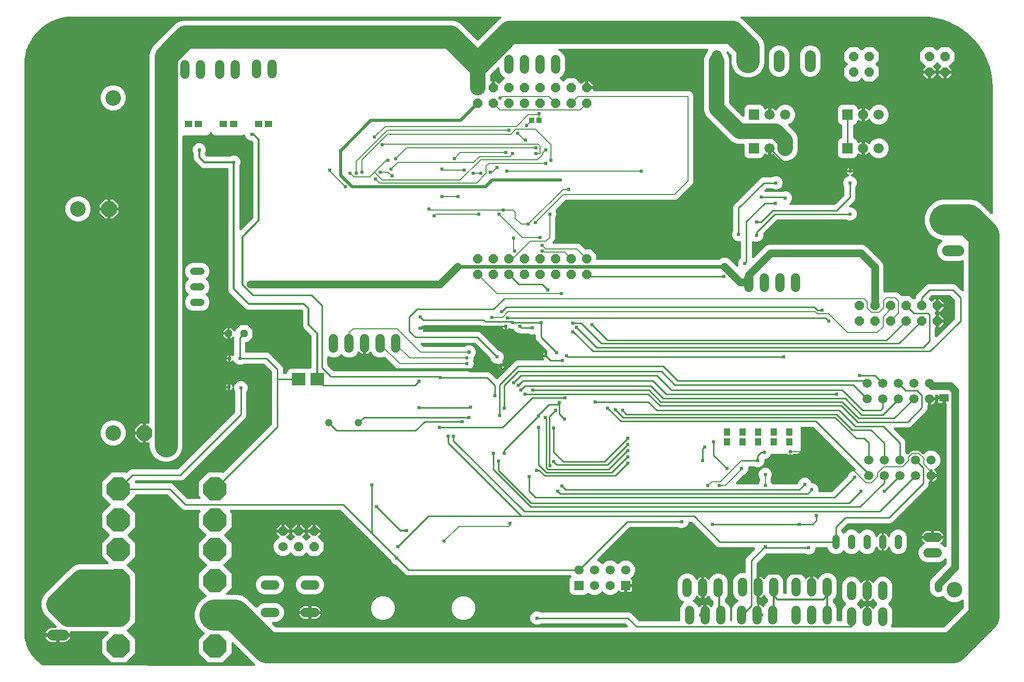
<source format=gbr>
G04 EAGLE Gerber RS-274X export*
G75*
%MOMM*%
%FSLAX34Y34*%
%LPD*%
%INBottom Copper*%
%IPPOS*%
%AMOC8*
5,1,8,0,0,1.08239X$1,22.5*%
G01*
%ADD10R,0.850000X0.900000*%
%ADD11C,2.540000*%
%ADD12P,2.749271X8X22.500000*%
%ADD13R,1.500000X1.300000*%
%ADD14P,1.649562X8X202.500000*%
%ADD15C,1.500000*%
%ADD16C,1.524000*%
%ADD17P,4.123906X8X22.500000*%
%ADD18P,4.123906X8X202.500000*%
%ADD19C,1.790700*%
%ADD20R,2.200000X2.000000*%
%ADD21P,1.319650X8X202.500000*%
%ADD22C,1.219200*%
%ADD23C,1.219200*%
%ADD24R,1.255000X1.106000*%
%ADD25R,1.106000X1.255000*%
%ADD26C,1.524000*%
%ADD27P,1.649562X8X22.500000*%
%ADD28C,2.552700*%
%ADD29C,1.500000*%
%ADD30R,1.500000X1.500000*%
%ADD31R,1.676400X1.676400*%
%ADD32C,1.676400*%
%ADD33C,0.254000*%
%ADD34C,0.604800*%
%ADD35C,1.270000*%
%ADD36C,0.609600*%
%ADD37C,0.304800*%
%ADD38C,0.508000*%
%ADD39C,0.203200*%
%ADD40C,3.810000*%
%ADD41C,5.080000*%
%ADD42C,2.540000*%
%ADD43C,0.654800*%

G36*
X410047Y-42207D02*
X410047Y-42207D01*
X410081Y-42209D01*
X410241Y-42187D01*
X410401Y-42171D01*
X410434Y-42161D01*
X410467Y-42156D01*
X410619Y-42102D01*
X410773Y-42053D01*
X410803Y-42037D01*
X410835Y-42025D01*
X410972Y-41942D01*
X411113Y-41862D01*
X411138Y-41840D01*
X411167Y-41822D01*
X411285Y-41712D01*
X411407Y-41606D01*
X411427Y-41579D01*
X411452Y-41556D01*
X411545Y-41424D01*
X411642Y-41296D01*
X411657Y-41265D01*
X411676Y-41237D01*
X411740Y-41089D01*
X411809Y-40944D01*
X411817Y-40911D01*
X411831Y-40879D01*
X411863Y-40722D01*
X411902Y-40565D01*
X411903Y-40531D01*
X411910Y-40498D01*
X411909Y-40337D01*
X411915Y-40175D01*
X411909Y-40142D01*
X411909Y-40108D01*
X411876Y-39950D01*
X411848Y-39791D01*
X411836Y-39760D01*
X411829Y-39726D01*
X411764Y-39579D01*
X411705Y-39429D01*
X411686Y-39400D01*
X411673Y-39369D01*
X411622Y-39303D01*
X411491Y-39103D01*
X411406Y-39018D01*
X411361Y-38960D01*
X405200Y-32798D01*
X376631Y-4230D01*
X376606Y-4209D01*
X376584Y-4184D01*
X376455Y-4086D01*
X376329Y-3984D01*
X376300Y-3969D01*
X376273Y-3948D01*
X376127Y-3879D01*
X375983Y-3805D01*
X375951Y-3796D01*
X375921Y-3781D01*
X375764Y-3743D01*
X375608Y-3700D01*
X375574Y-3697D01*
X375542Y-3690D01*
X375380Y-3684D01*
X375219Y-3673D01*
X375186Y-3678D01*
X375152Y-3677D01*
X374993Y-3704D01*
X374833Y-3727D01*
X374801Y-3738D01*
X374768Y-3744D01*
X374618Y-3803D01*
X374465Y-3858D01*
X374437Y-3875D01*
X374406Y-3887D01*
X374271Y-3976D01*
X374133Y-4060D01*
X374108Y-4083D01*
X374080Y-4101D01*
X373966Y-4216D01*
X373848Y-4327D01*
X373829Y-4354D01*
X373805Y-4378D01*
X373717Y-4513D01*
X373624Y-4646D01*
X373611Y-4676D01*
X373592Y-4704D01*
X373533Y-4855D01*
X373469Y-5003D01*
X373462Y-5036D01*
X373450Y-5067D01*
X373439Y-5150D01*
X373390Y-5385D01*
X373391Y-5504D01*
X373381Y-5576D01*
X373381Y-21207D01*
X357757Y-36831D01*
X335663Y-36831D01*
X320039Y-21207D01*
X320039Y887D01*
X329076Y9924D01*
X329152Y10017D01*
X329235Y10105D01*
X329275Y10168D01*
X329322Y10226D01*
X329377Y10333D01*
X329441Y10436D01*
X329467Y10506D01*
X329501Y10573D01*
X329534Y10688D01*
X329575Y10802D01*
X329586Y10876D01*
X329606Y10948D01*
X329614Y11068D01*
X329632Y11187D01*
X329627Y11262D01*
X329633Y11337D01*
X329616Y11456D01*
X329609Y11576D01*
X329589Y11649D01*
X329579Y11723D01*
X329539Y11836D01*
X329507Y11953D01*
X329473Y12020D01*
X329448Y12090D01*
X329386Y12193D01*
X329331Y12300D01*
X329284Y12359D01*
X329245Y12423D01*
X329163Y12511D01*
X329088Y12605D01*
X329041Y12641D01*
X328979Y12708D01*
X328722Y12888D01*
X328682Y12920D01*
X326435Y14217D01*
X320287Y20365D01*
X315940Y27894D01*
X313689Y36293D01*
X313689Y44987D01*
X315940Y53386D01*
X320287Y60915D01*
X326435Y67063D01*
X331902Y70220D01*
X332000Y70290D01*
X332102Y70353D01*
X332157Y70404D01*
X332218Y70448D01*
X332299Y70537D01*
X332387Y70619D01*
X332430Y70681D01*
X332481Y70736D01*
X332542Y70840D01*
X332611Y70938D01*
X332641Y71007D01*
X332679Y71072D01*
X332718Y71185D01*
X332766Y71296D01*
X332781Y71369D01*
X332805Y71440D01*
X332820Y71560D01*
X332845Y71678D01*
X332845Y71753D01*
X332854Y71827D01*
X332844Y71947D01*
X332844Y72067D01*
X332828Y72141D01*
X332822Y72216D01*
X332789Y72331D01*
X332764Y72449D01*
X332734Y72518D01*
X332713Y72590D01*
X332656Y72696D01*
X332608Y72806D01*
X332572Y72854D01*
X332529Y72933D01*
X332327Y73175D01*
X332297Y73215D01*
X320039Y85473D01*
X320039Y107567D01*
X333045Y120573D01*
X333087Y120625D01*
X333136Y120670D01*
X333210Y120776D01*
X333291Y120876D01*
X333322Y120935D01*
X333360Y120989D01*
X333411Y121108D01*
X333471Y121222D01*
X333489Y121286D01*
X333515Y121347D01*
X333541Y121473D01*
X333576Y121597D01*
X333580Y121664D01*
X333594Y121729D01*
X333593Y121858D01*
X333602Y121986D01*
X333593Y122052D01*
X333593Y122119D01*
X333566Y122245D01*
X333549Y122372D01*
X333526Y122435D01*
X333513Y122500D01*
X333461Y122618D01*
X333418Y122740D01*
X333383Y122796D01*
X333357Y122857D01*
X333303Y122927D01*
X333215Y123072D01*
X333098Y123197D01*
X333045Y123266D01*
X320039Y136273D01*
X320039Y158367D01*
X331775Y170103D01*
X331817Y170155D01*
X331866Y170200D01*
X331940Y170306D01*
X332021Y170406D01*
X332052Y170465D01*
X332090Y170519D01*
X332141Y170638D01*
X332201Y170752D01*
X332219Y170816D01*
X332245Y170877D01*
X332271Y171003D01*
X332306Y171127D01*
X332310Y171194D01*
X332324Y171259D01*
X332323Y171388D01*
X332332Y171516D01*
X332323Y171582D01*
X332323Y171649D01*
X332296Y171775D01*
X332279Y171902D01*
X332256Y171965D01*
X332243Y172030D01*
X332191Y172148D01*
X332148Y172270D01*
X332113Y172326D01*
X332087Y172387D01*
X332033Y172457D01*
X331945Y172602D01*
X331828Y172727D01*
X331775Y172796D01*
X320039Y184533D01*
X320039Y206627D01*
X322250Y208838D01*
X322271Y208864D01*
X322296Y208886D01*
X322394Y209015D01*
X322496Y209141D01*
X322512Y209170D01*
X322532Y209197D01*
X322601Y209343D01*
X322676Y209487D01*
X322685Y209519D01*
X322699Y209549D01*
X322737Y209706D01*
X322781Y209862D01*
X322783Y209896D01*
X322791Y209928D01*
X322796Y210090D01*
X322807Y210251D01*
X322802Y210284D01*
X322804Y210318D01*
X322776Y210477D01*
X322754Y210637D01*
X322742Y210669D01*
X322737Y210702D01*
X322677Y210852D01*
X322623Y211005D01*
X322605Y211033D01*
X322593Y211064D01*
X322504Y211199D01*
X322420Y211337D01*
X322397Y211362D01*
X322379Y211390D01*
X322264Y211504D01*
X322153Y211622D01*
X322126Y211641D01*
X322103Y211665D01*
X321967Y211753D01*
X321835Y211846D01*
X321804Y211859D01*
X321776Y211878D01*
X321626Y211937D01*
X321477Y212001D01*
X321444Y212008D01*
X321413Y212020D01*
X321331Y212031D01*
X321095Y212080D01*
X320976Y212079D01*
X320904Y212089D01*
X296681Y212089D01*
X293414Y213443D01*
X290645Y216212D01*
X269925Y236932D01*
X269848Y236994D01*
X269777Y237065D01*
X269697Y237117D01*
X269623Y237177D01*
X269534Y237223D01*
X269451Y237278D01*
X269362Y237313D01*
X269277Y237357D01*
X269181Y237384D01*
X269088Y237420D01*
X269016Y237430D01*
X268901Y237462D01*
X268661Y237478D01*
X268579Y237489D01*
X217805Y237489D01*
X217739Y237482D01*
X217672Y237485D01*
X217545Y237463D01*
X217417Y237449D01*
X217354Y237429D01*
X217288Y237418D01*
X217169Y237370D01*
X217046Y237331D01*
X216988Y237299D01*
X216926Y237274D01*
X216819Y237203D01*
X216706Y237140D01*
X216656Y237096D01*
X216600Y237060D01*
X216509Y236969D01*
X216412Y236884D01*
X216372Y236831D01*
X216325Y236784D01*
X216255Y236676D01*
X216177Y236573D01*
X216149Y236513D01*
X216112Y236457D01*
X216065Y236337D01*
X216010Y236221D01*
X215994Y236156D01*
X215970Y236094D01*
X215958Y236008D01*
X215918Y235842D01*
X215913Y235672D01*
X215901Y235585D01*
X215901Y235333D01*
X202895Y222327D01*
X202853Y222275D01*
X202804Y222230D01*
X202730Y222124D01*
X202649Y222024D01*
X202618Y221965D01*
X202580Y221911D01*
X202529Y221792D01*
X202469Y221678D01*
X202451Y221614D01*
X202425Y221553D01*
X202399Y221427D01*
X202364Y221303D01*
X202360Y221236D01*
X202346Y221171D01*
X202347Y221042D01*
X202338Y220914D01*
X202347Y220848D01*
X202347Y220781D01*
X202374Y220655D01*
X202391Y220528D01*
X202414Y220465D01*
X202427Y220400D01*
X202479Y220282D01*
X202522Y220160D01*
X202557Y220104D01*
X202583Y220043D01*
X202637Y219973D01*
X202725Y219828D01*
X202842Y219703D01*
X202895Y219634D01*
X215901Y206627D01*
X215901Y184533D01*
X204165Y172796D01*
X204123Y172745D01*
X204074Y172700D01*
X204000Y172594D01*
X203919Y172494D01*
X203888Y172435D01*
X203850Y172381D01*
X203799Y172262D01*
X203739Y172148D01*
X203721Y172084D01*
X203695Y172023D01*
X203669Y171897D01*
X203634Y171773D01*
X203630Y171706D01*
X203616Y171641D01*
X203617Y171512D01*
X203608Y171384D01*
X203617Y171318D01*
X203617Y171251D01*
X203644Y171125D01*
X203661Y170998D01*
X203684Y170935D01*
X203697Y170870D01*
X203749Y170752D01*
X203792Y170630D01*
X203827Y170574D01*
X203853Y170513D01*
X203907Y170443D01*
X203995Y170298D01*
X204112Y170173D01*
X204165Y170103D01*
X215901Y158367D01*
X215901Y136273D01*
X202895Y123266D01*
X202853Y123215D01*
X202804Y123170D01*
X202730Y123064D01*
X202649Y122964D01*
X202618Y122905D01*
X202580Y122851D01*
X202529Y122732D01*
X202469Y122618D01*
X202451Y122554D01*
X202425Y122493D01*
X202399Y122367D01*
X202364Y122243D01*
X202360Y122176D01*
X202346Y122111D01*
X202347Y121982D01*
X202338Y121854D01*
X202347Y121788D01*
X202347Y121721D01*
X202374Y121595D01*
X202391Y121468D01*
X202414Y121405D01*
X202427Y121340D01*
X202479Y121222D01*
X202522Y121100D01*
X202557Y121044D01*
X202583Y120983D01*
X202637Y120913D01*
X202725Y120768D01*
X202842Y120643D01*
X202895Y120573D01*
X215901Y107567D01*
X215901Y29593D01*
X202895Y16587D01*
X202853Y16535D01*
X202804Y16490D01*
X202730Y16384D01*
X202649Y16284D01*
X202618Y16225D01*
X202580Y16171D01*
X202529Y16052D01*
X202469Y15938D01*
X202451Y15874D01*
X202425Y15813D01*
X202399Y15687D01*
X202364Y15563D01*
X202360Y15496D01*
X202346Y15431D01*
X202347Y15302D01*
X202338Y15174D01*
X202347Y15108D01*
X202347Y15041D01*
X202374Y14915D01*
X202391Y14788D01*
X202414Y14725D01*
X202427Y14660D01*
X202479Y14542D01*
X202522Y14420D01*
X202557Y14364D01*
X202583Y14303D01*
X202637Y14233D01*
X202725Y14088D01*
X202842Y13963D01*
X202895Y13894D01*
X215901Y887D01*
X215901Y-21207D01*
X200277Y-36831D01*
X178183Y-36831D01*
X162559Y-21207D01*
X162559Y887D01*
X172390Y10719D01*
X172411Y10744D01*
X172436Y10766D01*
X172534Y10895D01*
X172636Y11021D01*
X172652Y11050D01*
X172672Y11077D01*
X172741Y11223D01*
X172816Y11367D01*
X172825Y11399D01*
X172839Y11429D01*
X172877Y11586D01*
X172921Y11742D01*
X172923Y11776D01*
X172931Y11808D01*
X172936Y11970D01*
X172947Y12131D01*
X172942Y12164D01*
X172944Y12198D01*
X172916Y12357D01*
X172894Y12517D01*
X172882Y12549D01*
X172877Y12582D01*
X172817Y12732D01*
X172763Y12885D01*
X172745Y12913D01*
X172733Y12944D01*
X172644Y13079D01*
X172560Y13217D01*
X172537Y13242D01*
X172519Y13270D01*
X172404Y13384D01*
X172293Y13502D01*
X172266Y13521D01*
X172243Y13545D01*
X172107Y13633D01*
X171975Y13726D01*
X171944Y13739D01*
X171916Y13758D01*
X171765Y13817D01*
X171617Y13881D01*
X171584Y13888D01*
X171553Y13900D01*
X171471Y13911D01*
X171235Y13960D01*
X171116Y13959D01*
X171044Y13969D01*
X111897Y13969D01*
X111728Y13952D01*
X111559Y13939D01*
X111534Y13932D01*
X111509Y13929D01*
X111348Y13878D01*
X111184Y13831D01*
X111162Y13819D01*
X111138Y13811D01*
X110989Y13728D01*
X110839Y13648D01*
X110820Y13633D01*
X110798Y13620D01*
X110670Y13509D01*
X110539Y13400D01*
X110523Y13380D01*
X110505Y13364D01*
X110402Y13228D01*
X110296Y13095D01*
X110285Y13073D01*
X110269Y13053D01*
X110196Y12899D01*
X110120Y12748D01*
X110113Y12724D01*
X110102Y12701D01*
X110062Y12536D01*
X110018Y12372D01*
X110016Y12346D01*
X110010Y12322D01*
X110005Y12152D01*
X109995Y11982D01*
X109998Y11961D01*
X109998Y11932D01*
X110064Y11548D01*
X110081Y11508D01*
X110086Y11477D01*
X110240Y11004D01*
X91250Y11004D01*
X91184Y10997D01*
X91117Y10999D01*
X90990Y10977D01*
X90862Y10964D01*
X90799Y10944D01*
X90733Y10932D01*
X90613Y10885D01*
X90490Y10846D01*
X90432Y10813D01*
X90371Y10789D01*
X90263Y10718D01*
X90164Y10662D01*
X90078Y10727D01*
X90018Y10756D01*
X89963Y10792D01*
X89843Y10839D01*
X89726Y10894D01*
X89662Y10910D01*
X89600Y10934D01*
X89513Y10946D01*
X89347Y10986D01*
X89177Y10992D01*
X89090Y11004D01*
X70100Y11004D01*
X70564Y12432D01*
X71386Y14044D01*
X72449Y15508D01*
X73728Y16787D01*
X75192Y17851D01*
X76804Y18672D01*
X78525Y19231D01*
X80312Y19514D01*
X86360Y19514D01*
X86394Y19518D01*
X86427Y19515D01*
X86587Y19538D01*
X86748Y19554D01*
X86780Y19564D01*
X86813Y19569D01*
X86965Y19623D01*
X87120Y19672D01*
X87149Y19688D01*
X87180Y19700D01*
X87318Y19784D01*
X87459Y19863D01*
X87484Y19885D01*
X87513Y19903D01*
X87631Y20013D01*
X87753Y20120D01*
X87773Y20146D01*
X87797Y20169D01*
X87891Y20301D01*
X87988Y20430D01*
X88003Y20461D01*
X88022Y20488D01*
X88086Y20636D01*
X88155Y20783D01*
X88163Y20815D01*
X88176Y20846D01*
X88209Y21004D01*
X88247Y21161D01*
X88248Y21195D01*
X88255Y21227D01*
X88255Y21389D01*
X88260Y21551D01*
X88254Y21584D01*
X88254Y21617D01*
X88221Y21776D01*
X88193Y21935D01*
X88181Y21966D01*
X88174Y21999D01*
X88109Y22147D01*
X88050Y22297D01*
X88031Y22325D01*
X88018Y22356D01*
X87968Y22422D01*
X87835Y22623D01*
X87751Y22707D01*
X87707Y22765D01*
X68828Y41644D01*
X65317Y47725D01*
X63499Y54509D01*
X63499Y61531D01*
X65317Y68315D01*
X68828Y74396D01*
X73971Y79539D01*
X107151Y112719D01*
X112294Y117862D01*
X118375Y121373D01*
X125159Y123191D01*
X171044Y123191D01*
X171077Y123194D01*
X171110Y123192D01*
X171271Y123214D01*
X171432Y123231D01*
X171463Y123241D01*
X171496Y123245D01*
X171649Y123300D01*
X171803Y123349D01*
X171832Y123365D01*
X171864Y123376D01*
X172002Y123460D01*
X172143Y123540D01*
X172168Y123562D01*
X172196Y123579D01*
X172315Y123690D01*
X172436Y123796D01*
X172457Y123823D01*
X172481Y123845D01*
X172574Y123978D01*
X172672Y124107D01*
X172686Y124137D01*
X172705Y124164D01*
X172769Y124313D01*
X172839Y124459D01*
X172847Y124491D01*
X172860Y124522D01*
X172893Y124681D01*
X172931Y124838D01*
X172932Y124871D01*
X172939Y124904D01*
X172938Y125066D01*
X172944Y125228D01*
X172938Y125260D01*
X172938Y125294D01*
X172904Y125452D01*
X172877Y125612D01*
X172865Y125642D01*
X172858Y125675D01*
X172793Y125824D01*
X172733Y125974D01*
X172715Y126002D01*
X172702Y126032D01*
X172651Y126099D01*
X172519Y126299D01*
X172435Y126383D01*
X172390Y126441D01*
X162559Y136273D01*
X162559Y158367D01*
X174295Y170103D01*
X174337Y170155D01*
X174386Y170200D01*
X174460Y170306D01*
X174541Y170406D01*
X174572Y170465D01*
X174610Y170519D01*
X174661Y170638D01*
X174721Y170752D01*
X174739Y170816D01*
X174765Y170877D01*
X174791Y171003D01*
X174826Y171127D01*
X174830Y171194D01*
X174844Y171259D01*
X174843Y171388D01*
X174852Y171516D01*
X174843Y171582D01*
X174843Y171649D01*
X174816Y171775D01*
X174799Y171902D01*
X174776Y171965D01*
X174763Y172030D01*
X174711Y172148D01*
X174668Y172270D01*
X174633Y172326D01*
X174607Y172387D01*
X174553Y172457D01*
X174465Y172602D01*
X174348Y172727D01*
X174295Y172796D01*
X162559Y184533D01*
X162559Y206627D01*
X175565Y219634D01*
X175607Y219685D01*
X175656Y219730D01*
X175730Y219836D01*
X175811Y219936D01*
X175842Y219995D01*
X175880Y220049D01*
X175931Y220168D01*
X175991Y220282D01*
X176009Y220346D01*
X176035Y220407D01*
X176061Y220533D01*
X176096Y220657D01*
X176100Y220724D01*
X176114Y220789D01*
X176113Y220918D01*
X176122Y221046D01*
X176113Y221112D01*
X176113Y221179D01*
X176086Y221305D01*
X176069Y221432D01*
X176046Y221495D01*
X176033Y221560D01*
X175981Y221678D01*
X175938Y221800D01*
X175903Y221856D01*
X175877Y221917D01*
X175823Y221987D01*
X175735Y222132D01*
X175618Y222257D01*
X175565Y222327D01*
X162559Y235333D01*
X162559Y257427D01*
X178183Y273051D01*
X200277Y273051D01*
X200456Y272872D01*
X200507Y272830D01*
X200553Y272782D01*
X200658Y272708D01*
X200758Y272626D01*
X200817Y272596D01*
X200872Y272557D01*
X200990Y272506D01*
X201104Y272447D01*
X201168Y272429D01*
X201229Y272403D01*
X201356Y272377D01*
X201480Y272342D01*
X201546Y272338D01*
X201611Y272324D01*
X201740Y272324D01*
X201869Y272316D01*
X201934Y272325D01*
X202001Y272325D01*
X202127Y272351D01*
X202255Y272369D01*
X202317Y272391D01*
X202382Y272405D01*
X202500Y272457D01*
X202622Y272500D01*
X202679Y272535D01*
X202740Y272561D01*
X202809Y272614D01*
X202955Y272703D01*
X203079Y272819D01*
X203149Y272872D01*
X204285Y274008D01*
X207054Y276777D01*
X210321Y278131D01*
X285089Y278131D01*
X285188Y278141D01*
X285287Y278141D01*
X285381Y278161D01*
X285476Y278171D01*
X285571Y278201D01*
X285669Y278221D01*
X285756Y278260D01*
X285848Y278289D01*
X285935Y278338D01*
X286026Y278377D01*
X286084Y278422D01*
X286188Y278480D01*
X286369Y278638D01*
X286435Y278688D01*
X379172Y371425D01*
X379234Y371502D01*
X379305Y371573D01*
X379357Y371653D01*
X379417Y371727D01*
X379463Y371816D01*
X379518Y371899D01*
X379553Y371988D01*
X379597Y372073D01*
X379624Y372169D01*
X379660Y372262D01*
X379670Y372334D01*
X379702Y372449D01*
X379718Y372689D01*
X379729Y372771D01*
X379729Y404749D01*
X379717Y404865D01*
X379715Y404981D01*
X379699Y405041D01*
X379689Y405137D01*
X379600Y405419D01*
X379584Y405478D01*
X377975Y409363D01*
X377975Y410400D01*
X377974Y410417D01*
X377975Y410433D01*
X377954Y410611D01*
X377935Y410788D01*
X377930Y410804D01*
X377928Y410820D01*
X377871Y410989D01*
X377817Y411159D01*
X377809Y411174D01*
X377804Y411190D01*
X377714Y411343D01*
X377626Y411499D01*
X377615Y411512D01*
X377607Y411526D01*
X377487Y411658D01*
X377370Y411793D01*
X377357Y411803D01*
X377345Y411815D01*
X377201Y411921D01*
X377059Y412028D01*
X377044Y412035D01*
X377031Y412045D01*
X376868Y412119D01*
X376707Y412195D01*
X376691Y412199D01*
X376676Y412206D01*
X376501Y412245D01*
X376328Y412287D01*
X376311Y412288D01*
X376295Y412291D01*
X376117Y412294D01*
X375938Y412300D01*
X375922Y412297D01*
X375905Y412297D01*
X375730Y412264D01*
X375554Y412233D01*
X375539Y412227D01*
X375523Y412224D01*
X375358Y412155D01*
X375192Y412089D01*
X375178Y412080D01*
X375163Y412074D01*
X375016Y411973D01*
X374867Y411875D01*
X374855Y411863D01*
X374841Y411854D01*
X374718Y411726D01*
X374591Y411599D01*
X374582Y411585D01*
X374571Y411573D01*
X374540Y411520D01*
X374378Y411272D01*
X374343Y411183D01*
X374312Y411129D01*
X373891Y410114D01*
X373282Y409203D01*
X372507Y408428D01*
X371596Y407819D01*
X370864Y407516D01*
X370864Y412750D01*
X370864Y417984D01*
X371596Y417681D01*
X372507Y417072D01*
X373282Y416297D01*
X373891Y415386D01*
X374311Y414373D01*
X374379Y414029D01*
X374387Y414005D01*
X374390Y413981D01*
X374444Y413820D01*
X374494Y413657D01*
X374506Y413635D01*
X374514Y413611D01*
X374600Y413465D01*
X374682Y413316D01*
X374699Y413296D01*
X374711Y413275D01*
X374825Y413149D01*
X374936Y413020D01*
X374956Y413004D01*
X374973Y412986D01*
X375110Y412885D01*
X375245Y412782D01*
X375267Y412771D01*
X375287Y412756D01*
X375442Y412686D01*
X375595Y412612D01*
X375620Y412605D01*
X375642Y412595D01*
X375808Y412558D01*
X375973Y412516D01*
X375998Y412515D01*
X376023Y412510D01*
X376193Y412507D01*
X376363Y412500D01*
X376388Y412504D01*
X376413Y412504D01*
X376580Y412536D01*
X376747Y412564D01*
X376771Y412573D01*
X376795Y412577D01*
X376953Y412643D01*
X377111Y412704D01*
X377132Y412717D01*
X377155Y412727D01*
X377296Y412823D01*
X377438Y412915D01*
X377456Y412933D01*
X377477Y412947D01*
X377595Y413070D01*
X377716Y413189D01*
X377730Y413210D01*
X377747Y413228D01*
X377785Y413293D01*
X377932Y413514D01*
X377972Y413613D01*
X378006Y413672D01*
X379596Y417510D01*
X382590Y420504D01*
X386503Y422125D01*
X390737Y422125D01*
X394650Y420504D01*
X397644Y417510D01*
X399265Y413597D01*
X399265Y409363D01*
X397656Y405478D01*
X397623Y405367D01*
X397580Y405259D01*
X397572Y405197D01*
X397544Y405105D01*
X397519Y404810D01*
X397511Y404749D01*
X397511Y366531D01*
X396157Y363264D01*
X294596Y261703D01*
X291329Y260349D01*
X217576Y260349D01*
X217543Y260346D01*
X217510Y260348D01*
X217349Y260326D01*
X217188Y260309D01*
X217157Y260299D01*
X217124Y260295D01*
X216971Y260240D01*
X216817Y260191D01*
X216788Y260175D01*
X216756Y260164D01*
X216618Y260080D01*
X216477Y260000D01*
X216452Y259978D01*
X216424Y259961D01*
X216305Y259850D01*
X216184Y259744D01*
X216163Y259717D01*
X216139Y259694D01*
X216046Y259562D01*
X215948Y259433D01*
X215934Y259403D01*
X215915Y259376D01*
X215851Y259227D01*
X215781Y259081D01*
X215773Y259048D01*
X215760Y259018D01*
X215727Y258860D01*
X215689Y258702D01*
X215688Y258669D01*
X215681Y258636D01*
X215682Y258474D01*
X215676Y258312D01*
X215682Y258280D01*
X215682Y258246D01*
X215716Y258088D01*
X215743Y257928D01*
X215755Y257898D01*
X215762Y257865D01*
X215827Y257716D01*
X215887Y257566D01*
X215901Y257545D01*
X215901Y257175D01*
X215908Y257109D01*
X215905Y257042D01*
X215927Y256915D01*
X215941Y256787D01*
X215961Y256724D01*
X215972Y256658D01*
X216020Y256539D01*
X216059Y256416D01*
X216091Y256358D01*
X216116Y256296D01*
X216187Y256189D01*
X216250Y256076D01*
X216294Y256026D01*
X216330Y255970D01*
X216421Y255879D01*
X216506Y255782D01*
X216559Y255742D01*
X216606Y255695D01*
X216714Y255625D01*
X216817Y255547D01*
X216877Y255519D01*
X216933Y255482D01*
X217053Y255435D01*
X217169Y255380D01*
X217234Y255364D01*
X217296Y255340D01*
X217382Y255328D01*
X217548Y255288D01*
X217718Y255283D01*
X217805Y255271D01*
X274819Y255271D01*
X278086Y253917D01*
X301575Y230428D01*
X301652Y230366D01*
X301723Y230295D01*
X301803Y230243D01*
X301877Y230183D01*
X301966Y230137D01*
X302049Y230082D01*
X302138Y230047D01*
X302223Y230003D01*
X302319Y229976D01*
X302412Y229940D01*
X302484Y229930D01*
X302599Y229898D01*
X302839Y229882D01*
X302921Y229871D01*
X320904Y229871D01*
X320937Y229874D01*
X320970Y229872D01*
X321131Y229894D01*
X321292Y229911D01*
X321323Y229921D01*
X321356Y229925D01*
X321509Y229980D01*
X321663Y230029D01*
X321692Y230045D01*
X321724Y230056D01*
X321862Y230140D01*
X322003Y230220D01*
X322028Y230242D01*
X322056Y230259D01*
X322175Y230370D01*
X322296Y230476D01*
X322317Y230503D01*
X322341Y230525D01*
X322434Y230658D01*
X322532Y230787D01*
X322546Y230817D01*
X322565Y230844D01*
X322629Y230993D01*
X322699Y231139D01*
X322707Y231171D01*
X322720Y231202D01*
X322753Y231361D01*
X322791Y231518D01*
X322792Y231551D01*
X322799Y231584D01*
X322798Y231746D01*
X322804Y231908D01*
X322798Y231940D01*
X322798Y231974D01*
X322764Y232132D01*
X322737Y232292D01*
X322725Y232322D01*
X322718Y232355D01*
X322653Y232504D01*
X322593Y232654D01*
X322575Y232682D01*
X322562Y232712D01*
X322511Y232779D01*
X322379Y232979D01*
X322295Y233063D01*
X322250Y233122D01*
X320039Y235333D01*
X320039Y257427D01*
X335663Y273051D01*
X357757Y273051D01*
X357936Y272872D01*
X357987Y272830D01*
X358033Y272782D01*
X358138Y272708D01*
X358238Y272626D01*
X358297Y272596D01*
X358352Y272557D01*
X358470Y272506D01*
X358584Y272447D01*
X358648Y272429D01*
X358709Y272403D01*
X358836Y272377D01*
X358960Y272342D01*
X359026Y272338D01*
X359091Y272324D01*
X359220Y272324D01*
X359349Y272316D01*
X359414Y272325D01*
X359481Y272325D01*
X359607Y272351D01*
X359735Y272369D01*
X359797Y272391D01*
X359862Y272405D01*
X359980Y272457D01*
X360102Y272500D01*
X360159Y272535D01*
X360220Y272561D01*
X360289Y272614D01*
X360435Y272703D01*
X360559Y272819D01*
X360629Y272872D01*
X438862Y351105D01*
X438924Y351182D01*
X438995Y351253D01*
X439047Y351333D01*
X439107Y351407D01*
X439153Y351496D01*
X439208Y351579D01*
X439243Y351668D01*
X439287Y351753D01*
X439314Y351849D01*
X439350Y351942D01*
X439360Y352014D01*
X439392Y352129D01*
X439408Y352369D01*
X439419Y352451D01*
X439419Y437489D01*
X439409Y437588D01*
X439409Y437687D01*
X439389Y437781D01*
X439379Y437876D01*
X439349Y437971D01*
X439329Y438069D01*
X439290Y438156D01*
X439261Y438248D01*
X439212Y438335D01*
X439173Y438426D01*
X439128Y438484D01*
X439070Y438588D01*
X438912Y438769D01*
X438862Y438835D01*
X427405Y450292D01*
X427328Y450354D01*
X427257Y450425D01*
X427177Y450477D01*
X427103Y450537D01*
X427014Y450583D01*
X426931Y450638D01*
X426842Y450673D01*
X426757Y450717D01*
X426661Y450744D01*
X426568Y450780D01*
X426496Y450790D01*
X426381Y450822D01*
X426141Y450838D01*
X426059Y450849D01*
X393451Y450849D01*
X393335Y450837D01*
X393219Y450835D01*
X393159Y450819D01*
X393063Y450809D01*
X392781Y450720D01*
X392722Y450704D01*
X388837Y449095D01*
X384603Y449095D01*
X380690Y450716D01*
X377696Y453710D01*
X377130Y455077D01*
X377106Y455121D01*
X377089Y455168D01*
X377014Y455291D01*
X376945Y455420D01*
X376912Y455458D01*
X376886Y455500D01*
X376787Y455606D01*
X376693Y455718D01*
X376654Y455748D01*
X376620Y455785D01*
X376501Y455869D01*
X376387Y455958D01*
X376342Y455980D01*
X376301Y456009D01*
X376168Y456067D01*
X376038Y456131D01*
X375989Y456144D01*
X375943Y456164D01*
X375801Y456193D01*
X375660Y456230D01*
X375611Y456232D01*
X375562Y456242D01*
X375417Y456242D01*
X375271Y456250D01*
X375222Y456242D01*
X375172Y456242D01*
X375030Y456212D01*
X374886Y456189D01*
X374839Y456172D01*
X374790Y456162D01*
X374657Y456103D01*
X374521Y456052D01*
X374479Y456025D01*
X374433Y456005D01*
X374362Y455951D01*
X374192Y455844D01*
X374089Y455744D01*
X374024Y455694D01*
X373747Y455418D01*
X372836Y454809D01*
X372104Y454506D01*
X372104Y459740D01*
X372104Y464974D01*
X372836Y464671D01*
X373747Y464062D01*
X374024Y463786D01*
X374063Y463754D01*
X374096Y463717D01*
X374213Y463632D01*
X374326Y463540D01*
X374371Y463517D01*
X374411Y463487D01*
X374543Y463427D01*
X374673Y463360D01*
X374721Y463347D01*
X374766Y463326D01*
X374908Y463295D01*
X375048Y463255D01*
X375098Y463252D01*
X375146Y463241D01*
X375292Y463239D01*
X375437Y463229D01*
X375486Y463236D01*
X375536Y463235D01*
X375679Y463262D01*
X375823Y463282D01*
X375870Y463299D01*
X375919Y463309D01*
X376053Y463364D01*
X376190Y463413D01*
X376233Y463439D01*
X376279Y463458D01*
X376399Y463540D01*
X376523Y463616D01*
X376560Y463650D01*
X376601Y463678D01*
X376701Y463783D01*
X376807Y463883D01*
X376836Y463923D01*
X376871Y463959D01*
X376916Y464037D01*
X377032Y464201D01*
X377089Y464333D01*
X377130Y464403D01*
X377684Y465742D01*
X377718Y465853D01*
X377760Y465961D01*
X377768Y466023D01*
X377796Y466115D01*
X377821Y466410D01*
X377829Y466471D01*
X377829Y493098D01*
X377826Y493131D01*
X377828Y493164D01*
X377806Y493325D01*
X377789Y493486D01*
X377779Y493517D01*
X377775Y493550D01*
X377720Y493703D01*
X377671Y493857D01*
X377655Y493886D01*
X377644Y493917D01*
X377560Y494056D01*
X377480Y494197D01*
X377458Y494222D01*
X377441Y494250D01*
X377330Y494369D01*
X377224Y494490D01*
X377197Y494510D01*
X377175Y494535D01*
X377042Y494628D01*
X376913Y494726D01*
X376883Y494740D01*
X376856Y494759D01*
X376707Y494823D01*
X376561Y494893D01*
X376529Y494901D01*
X376498Y494914D01*
X376339Y494947D01*
X376182Y494985D01*
X376149Y494986D01*
X376116Y494992D01*
X375954Y494992D01*
X375792Y494997D01*
X375760Y494992D01*
X375726Y494992D01*
X375568Y494958D01*
X375408Y494931D01*
X375378Y494918D01*
X375345Y494912D01*
X375196Y494847D01*
X375046Y494787D01*
X375018Y494769D01*
X374988Y494755D01*
X374921Y494705D01*
X374721Y494573D01*
X374637Y494488D01*
X374579Y494444D01*
X371877Y491743D01*
X370331Y491743D01*
X370331Y500253D01*
X370324Y500319D01*
X370327Y500385D01*
X370320Y500424D01*
X370331Y500507D01*
X370331Y509017D01*
X371877Y509017D01*
X376733Y504162D01*
X376758Y504141D01*
X376780Y504116D01*
X376909Y504018D01*
X377035Y503916D01*
X377064Y503900D01*
X377091Y503880D01*
X377237Y503811D01*
X377381Y503736D01*
X377413Y503727D01*
X377443Y503713D01*
X377600Y503675D01*
X377756Y503631D01*
X377790Y503629D01*
X377822Y503621D01*
X377984Y503616D01*
X378145Y503605D01*
X378178Y503610D01*
X378212Y503609D01*
X378371Y503636D01*
X378531Y503658D01*
X378563Y503670D01*
X378596Y503675D01*
X378746Y503735D01*
X378899Y503789D01*
X378927Y503807D01*
X378958Y503819D01*
X379093Y503908D01*
X379231Y503992D01*
X379256Y504015D01*
X379284Y504033D01*
X379398Y504148D01*
X379516Y504259D01*
X379535Y504286D01*
X379559Y504309D01*
X379647Y504445D01*
X379740Y504577D01*
X379753Y504608D01*
X379772Y504636D01*
X379831Y504787D01*
X379895Y504935D01*
X379902Y504968D01*
X379914Y504999D01*
X379925Y505081D01*
X379974Y505317D01*
X379973Y505436D01*
X379983Y505508D01*
X379983Y506062D01*
X388018Y514097D01*
X399382Y514097D01*
X407417Y506062D01*
X407417Y494698D01*
X399382Y486663D01*
X397515Y486663D01*
X397449Y486656D01*
X397382Y486659D01*
X397255Y486637D01*
X397127Y486623D01*
X397064Y486603D01*
X396998Y486592D01*
X396879Y486544D01*
X396756Y486505D01*
X396698Y486473D01*
X396636Y486448D01*
X396529Y486377D01*
X396416Y486314D01*
X396366Y486270D01*
X396310Y486234D01*
X396219Y486143D01*
X396122Y486058D01*
X396082Y486005D01*
X396035Y485958D01*
X395965Y485850D01*
X395887Y485747D01*
X395859Y485687D01*
X395822Y485631D01*
X395775Y485511D01*
X395720Y485395D01*
X395704Y485330D01*
X395680Y485268D01*
X395668Y485182D01*
X395628Y485016D01*
X395623Y484846D01*
X395611Y484759D01*
X395611Y470535D01*
X395618Y470469D01*
X395615Y470402D01*
X395637Y470275D01*
X395651Y470147D01*
X395671Y470084D01*
X395682Y470018D01*
X395730Y469899D01*
X395769Y469776D01*
X395801Y469718D01*
X395826Y469656D01*
X395897Y469549D01*
X395960Y469436D01*
X396004Y469386D01*
X396040Y469330D01*
X396131Y469239D01*
X396216Y469142D01*
X396269Y469102D01*
X396316Y469055D01*
X396424Y468985D01*
X396527Y468907D01*
X396587Y468879D01*
X396643Y468842D01*
X396763Y468795D01*
X396879Y468740D01*
X396944Y468724D01*
X397006Y468700D01*
X397092Y468688D01*
X397258Y468648D01*
X397428Y468643D01*
X397515Y468631D01*
X432299Y468631D01*
X435566Y467277D01*
X455847Y446996D01*
X457201Y443729D01*
X457201Y436245D01*
X457208Y436179D01*
X457205Y436112D01*
X457227Y435985D01*
X457241Y435857D01*
X457261Y435794D01*
X457272Y435728D01*
X457320Y435609D01*
X457359Y435486D01*
X457391Y435428D01*
X457416Y435366D01*
X457487Y435259D01*
X457550Y435146D01*
X457594Y435096D01*
X457630Y435040D01*
X457721Y434949D01*
X457806Y434852D01*
X457859Y434812D01*
X457906Y434765D01*
X458014Y434695D01*
X458117Y434617D01*
X458177Y434589D01*
X458233Y434552D01*
X458353Y434505D01*
X458469Y434450D01*
X458534Y434434D01*
X458596Y434410D01*
X458682Y434398D01*
X458848Y434358D01*
X459018Y434353D01*
X459105Y434341D01*
X462315Y434341D01*
X462381Y434348D01*
X462448Y434345D01*
X462575Y434367D01*
X462703Y434381D01*
X462766Y434401D01*
X462832Y434412D01*
X462951Y434460D01*
X463074Y434499D01*
X463132Y434531D01*
X463194Y434556D01*
X463301Y434627D01*
X463414Y434690D01*
X463464Y434734D01*
X463520Y434770D01*
X463611Y434861D01*
X463708Y434946D01*
X463748Y434999D01*
X463795Y435046D01*
X463865Y435154D01*
X463943Y435257D01*
X463971Y435317D01*
X464008Y435373D01*
X464055Y435493D01*
X464110Y435609D01*
X464126Y435674D01*
X464150Y435736D01*
X464162Y435822D01*
X464202Y435988D01*
X464207Y436158D01*
X464219Y436245D01*
X464219Y436966D01*
X465379Y439767D01*
X467523Y441911D01*
X470324Y443071D01*
X495356Y443071D01*
X497111Y442344D01*
X497207Y442315D01*
X497299Y442277D01*
X497393Y442259D01*
X497485Y442232D01*
X497584Y442224D01*
X497682Y442205D01*
X497778Y442207D01*
X497873Y442199D01*
X497972Y442211D01*
X498072Y442213D01*
X498142Y442231D01*
X498260Y442246D01*
X498488Y442322D01*
X498569Y442344D01*
X500324Y443071D01*
X501791Y443071D01*
X501857Y443078D01*
X501924Y443075D01*
X502051Y443097D01*
X502179Y443111D01*
X502242Y443131D01*
X502308Y443142D01*
X502427Y443190D01*
X502550Y443229D01*
X502608Y443261D01*
X502670Y443286D01*
X502777Y443357D01*
X502890Y443420D01*
X502940Y443464D01*
X502996Y443500D01*
X503087Y443591D01*
X503184Y443676D01*
X503224Y443729D01*
X503271Y443776D01*
X503341Y443884D01*
X503419Y443987D01*
X503447Y444047D01*
X503484Y444103D01*
X503531Y444223D01*
X503586Y444339D01*
X503602Y444404D01*
X503626Y444466D01*
X503638Y444552D01*
X503678Y444718D01*
X503683Y444888D01*
X503695Y444975D01*
X503695Y496043D01*
X503685Y496142D01*
X503685Y496242D01*
X503665Y496336D01*
X503655Y496431D01*
X503625Y496526D01*
X503605Y496623D01*
X503566Y496711D01*
X503537Y496803D01*
X503488Y496889D01*
X503449Y496981D01*
X503404Y497039D01*
X503346Y497142D01*
X503188Y497324D01*
X503138Y497390D01*
X491357Y509170D01*
X489965Y512531D01*
X489965Y536443D01*
X489955Y536542D01*
X489955Y536642D01*
X489935Y536736D01*
X489925Y536831D01*
X489895Y536926D01*
X489875Y537023D01*
X489836Y537111D01*
X489807Y537203D01*
X489758Y537289D01*
X489719Y537381D01*
X489674Y537439D01*
X489616Y537542D01*
X489458Y537724D01*
X489408Y537790D01*
X488260Y538938D01*
X488183Y539000D01*
X488112Y539071D01*
X488032Y539123D01*
X487957Y539183D01*
X487869Y539229D01*
X487786Y539284D01*
X487696Y539319D01*
X487611Y539363D01*
X487515Y539390D01*
X487423Y539426D01*
X487350Y539436D01*
X487236Y539468D01*
X486996Y539484D01*
X486913Y539495D01*
X399501Y539495D01*
X396140Y540887D01*
X369437Y567590D01*
X368045Y570951D01*
X368045Y768731D01*
X368038Y768797D01*
X368041Y768864D01*
X368019Y768991D01*
X368005Y769119D01*
X367985Y769182D01*
X367974Y769248D01*
X367926Y769367D01*
X367887Y769490D01*
X367855Y769548D01*
X367830Y769610D01*
X367759Y769717D01*
X367696Y769830D01*
X367652Y769880D01*
X367616Y769936D01*
X367525Y770027D01*
X367440Y770124D01*
X367387Y770164D01*
X367340Y770211D01*
X367232Y770281D01*
X367129Y770359D01*
X367069Y770387D01*
X367013Y770424D01*
X366893Y770471D01*
X366777Y770526D01*
X366712Y770542D01*
X366650Y770566D01*
X366564Y770578D01*
X366398Y770618D01*
X366228Y770623D01*
X366141Y770635D01*
X327111Y770635D01*
X323750Y772027D01*
X312897Y782880D01*
X311505Y786241D01*
X311505Y793983D01*
X311493Y794098D01*
X311491Y794214D01*
X311475Y794275D01*
X311465Y794370D01*
X311376Y794652D01*
X311360Y794711D01*
X310005Y797983D01*
X310005Y802217D01*
X311626Y806130D01*
X314620Y809124D01*
X318533Y810745D01*
X322767Y810745D01*
X326680Y809124D01*
X329674Y806130D01*
X331295Y802217D01*
X331295Y797983D01*
X329940Y794711D01*
X329907Y794600D01*
X329864Y794492D01*
X329856Y794430D01*
X329828Y794338D01*
X329803Y794044D01*
X329795Y793983D01*
X329795Y792637D01*
X329805Y792538D01*
X329805Y792438D01*
X329825Y792344D01*
X329835Y792249D01*
X329865Y792154D01*
X329885Y792057D01*
X329924Y791969D01*
X329953Y791877D01*
X330002Y791791D01*
X330041Y791699D01*
X330086Y791641D01*
X330144Y791538D01*
X330302Y791356D01*
X330352Y791290D01*
X332160Y789482D01*
X332237Y789420D01*
X332308Y789349D01*
X332388Y789297D01*
X332463Y789237D01*
X332551Y789191D01*
X332634Y789136D01*
X332724Y789101D01*
X332809Y789057D01*
X332905Y789030D01*
X332997Y788994D01*
X333070Y788984D01*
X333184Y788952D01*
X333424Y788936D01*
X333507Y788925D01*
X371073Y788925D01*
X371188Y788937D01*
X371304Y788939D01*
X371365Y788955D01*
X371460Y788965D01*
X371742Y789054D01*
X371801Y789070D01*
X375073Y790425D01*
X379307Y790425D01*
X383220Y788804D01*
X386214Y785810D01*
X387835Y781897D01*
X387835Y777663D01*
X386480Y774391D01*
X386447Y774280D01*
X386404Y774172D01*
X386396Y774110D01*
X386368Y774018D01*
X386343Y773724D01*
X386335Y773663D01*
X386335Y670565D01*
X386338Y670531D01*
X386336Y670498D01*
X386358Y670338D01*
X386375Y670177D01*
X386385Y670145D01*
X386389Y670112D01*
X386444Y669960D01*
X386493Y669805D01*
X386509Y669776D01*
X386520Y669745D01*
X386604Y669607D01*
X386684Y669466D01*
X386706Y669441D01*
X386723Y669412D01*
X386834Y669294D01*
X386940Y669172D01*
X386967Y669152D01*
X386989Y669128D01*
X387122Y669034D01*
X387251Y668937D01*
X387281Y668922D01*
X387308Y668903D01*
X387457Y668839D01*
X387603Y668770D01*
X387635Y668762D01*
X387666Y668749D01*
X387825Y668716D01*
X387982Y668678D01*
X388015Y668677D01*
X388048Y668670D01*
X388210Y668670D01*
X388372Y668665D01*
X388404Y668671D01*
X388438Y668671D01*
X388596Y668704D01*
X388756Y668732D01*
X388786Y668744D01*
X388819Y668751D01*
X388968Y668816D01*
X389118Y668875D01*
X389146Y668894D01*
X389176Y668907D01*
X389243Y668957D01*
X389443Y669090D01*
X389527Y669174D01*
X389585Y669218D01*
X408128Y687760D01*
X408190Y687837D01*
X408261Y687908D01*
X408313Y687988D01*
X408373Y688063D01*
X408419Y688151D01*
X408474Y688234D01*
X408509Y688324D01*
X408553Y688409D01*
X408580Y688505D01*
X408616Y688597D01*
X408626Y688670D01*
X408658Y688784D01*
X408674Y689024D01*
X408685Y689107D01*
X408685Y812033D01*
X408675Y812132D01*
X408675Y812232D01*
X408655Y812326D01*
X408645Y812421D01*
X408615Y812516D01*
X408595Y812613D01*
X408556Y812701D01*
X408527Y812793D01*
X408478Y812879D01*
X408439Y812971D01*
X408394Y813029D01*
X408336Y813132D01*
X408178Y813314D01*
X408128Y813380D01*
X407210Y814298D01*
X407133Y814360D01*
X407062Y814431D01*
X406982Y814483D01*
X406907Y814543D01*
X406819Y814589D01*
X406736Y814644D01*
X406646Y814679D01*
X406561Y814723D01*
X406465Y814750D01*
X406373Y814786D01*
X406300Y814796D01*
X406186Y814828D01*
X405946Y814844D01*
X405863Y814855D01*
X404283Y814855D01*
X400370Y816476D01*
X397376Y819470D01*
X395754Y823386D01*
X395754Y823390D01*
X395732Y823550D01*
X395715Y823711D01*
X395705Y823743D01*
X395701Y823776D01*
X395646Y823928D01*
X395597Y824083D01*
X395581Y824112D01*
X395570Y824143D01*
X395485Y824282D01*
X395406Y824423D01*
X395384Y824448D01*
X395367Y824476D01*
X395256Y824594D01*
X395150Y824716D01*
X395123Y824736D01*
X395100Y824761D01*
X394968Y824854D01*
X394839Y824951D01*
X394809Y824966D01*
X394782Y824985D01*
X394633Y825049D01*
X394487Y825119D01*
X394455Y825126D01*
X394424Y825140D01*
X394265Y825172D01*
X394108Y825210D01*
X394075Y825211D01*
X394042Y825218D01*
X393880Y825218D01*
X393718Y825223D01*
X393686Y825217D01*
X393652Y825217D01*
X393494Y825184D01*
X393334Y825156D01*
X393303Y825144D01*
X393271Y825137D01*
X393122Y825072D01*
X392972Y825013D01*
X392944Y824995D01*
X392914Y824981D01*
X392847Y824931D01*
X392647Y824798D01*
X392562Y824714D01*
X392504Y824670D01*
X392430Y824596D01*
X389445Y823359D01*
X347155Y823359D01*
X344170Y824596D01*
X341886Y826880D01*
X341484Y827849D01*
X341468Y827878D01*
X341458Y827910D01*
X341376Y828049D01*
X341299Y828192D01*
X341278Y828217D01*
X341261Y828246D01*
X341152Y828366D01*
X341048Y828490D01*
X341022Y828510D01*
X340999Y828535D01*
X340868Y828631D01*
X340741Y828730D01*
X340711Y828745D01*
X340684Y828765D01*
X340537Y828832D01*
X340392Y828904D01*
X340360Y828912D01*
X340329Y828926D01*
X340172Y828961D01*
X340015Y829002D01*
X339981Y829004D01*
X339949Y829011D01*
X339788Y829014D01*
X339626Y829022D01*
X339593Y829017D01*
X339559Y829017D01*
X339400Y828987D01*
X339240Y828962D01*
X339209Y828950D01*
X339177Y828944D01*
X339027Y828881D01*
X338876Y828824D01*
X338847Y828807D01*
X338817Y828794D01*
X338683Y828703D01*
X338546Y828616D01*
X338522Y828592D01*
X338495Y828574D01*
X338383Y828457D01*
X338266Y828344D01*
X338248Y828317D01*
X338225Y828293D01*
X338183Y828221D01*
X338048Y828022D01*
X338002Y827912D01*
X337966Y827849D01*
X337564Y826880D01*
X335280Y824596D01*
X332295Y823359D01*
X295275Y823359D01*
X295209Y823352D01*
X295142Y823355D01*
X295015Y823333D01*
X294887Y823319D01*
X294824Y823299D01*
X294758Y823288D01*
X294639Y823240D01*
X294516Y823201D01*
X294458Y823169D01*
X294396Y823144D01*
X294289Y823073D01*
X294176Y823010D01*
X294126Y822966D01*
X294070Y822930D01*
X293979Y822839D01*
X293882Y822754D01*
X293842Y822701D01*
X293795Y822654D01*
X293725Y822546D01*
X293647Y822443D01*
X293619Y822383D01*
X293582Y822327D01*
X293535Y822207D01*
X293480Y822091D01*
X293464Y822026D01*
X293440Y821964D01*
X293428Y821878D01*
X293388Y821712D01*
X293383Y821542D01*
X293371Y821455D01*
X293371Y313989D01*
X291553Y307205D01*
X288042Y301124D01*
X283076Y296158D01*
X276995Y292647D01*
X270211Y290829D01*
X263189Y290829D01*
X256405Y292647D01*
X250324Y296158D01*
X245358Y301124D01*
X241847Y307205D01*
X240029Y313989D01*
X240029Y320675D01*
X240022Y320741D01*
X240025Y320808D01*
X240003Y320935D01*
X239989Y321063D01*
X239969Y321126D01*
X239958Y321192D01*
X239910Y321311D01*
X239871Y321434D01*
X239839Y321492D01*
X239814Y321554D01*
X239743Y321661D01*
X239680Y321774D01*
X239636Y321824D01*
X239600Y321880D01*
X239509Y321971D01*
X239424Y322068D01*
X239371Y322108D01*
X239324Y322155D01*
X239216Y322225D01*
X239113Y322303D01*
X239053Y322331D01*
X238997Y322368D01*
X238877Y322415D01*
X238761Y322470D01*
X238696Y322486D01*
X238634Y322510D01*
X238548Y322522D01*
X238382Y322562D01*
X238212Y322567D01*
X238125Y322579D01*
X233679Y322579D01*
X233679Y337185D01*
X233672Y337251D01*
X233675Y337317D01*
X233653Y337444D01*
X233639Y337573D01*
X233619Y337636D01*
X233608Y337701D01*
X233565Y337809D01*
X233570Y337819D01*
X233586Y337884D01*
X233610Y337946D01*
X233622Y338033D01*
X233662Y338198D01*
X233667Y338368D01*
X233679Y338455D01*
X233679Y353061D01*
X238125Y353061D01*
X238191Y353068D01*
X238258Y353065D01*
X238385Y353087D01*
X238513Y353101D01*
X238576Y353121D01*
X238642Y353132D01*
X238761Y353180D01*
X238884Y353219D01*
X238942Y353251D01*
X239004Y353276D01*
X239111Y353347D01*
X239224Y353410D01*
X239274Y353454D01*
X239330Y353490D01*
X239421Y353581D01*
X239518Y353666D01*
X239558Y353719D01*
X239605Y353766D01*
X239675Y353874D01*
X239753Y353977D01*
X239781Y354037D01*
X239818Y354093D01*
X239865Y354213D01*
X239920Y354329D01*
X239936Y354394D01*
X239960Y354456D01*
X239972Y354542D01*
X240012Y354708D01*
X240017Y354878D01*
X240029Y354965D01*
X240029Y956011D01*
X241847Y962795D01*
X245358Y968876D01*
X250501Y974019D01*
X276931Y1000449D01*
X282074Y1005592D01*
X288155Y1009103D01*
X294939Y1010921D01*
X733761Y1010921D01*
X740545Y1009103D01*
X746626Y1005592D01*
X773353Y978865D01*
X773405Y978823D01*
X773450Y978774D01*
X773556Y978700D01*
X773656Y978619D01*
X773715Y978588D01*
X773769Y978550D01*
X773888Y978499D01*
X774002Y978439D01*
X774066Y978421D01*
X774127Y978395D01*
X774253Y978369D01*
X774377Y978334D01*
X774444Y978330D01*
X774509Y978316D01*
X774638Y978317D01*
X774766Y978308D01*
X774832Y978317D01*
X774899Y978317D01*
X775025Y978344D01*
X775152Y978361D01*
X775215Y978384D01*
X775280Y978397D01*
X775398Y978449D01*
X775520Y978492D01*
X775576Y978527D01*
X775637Y978553D01*
X775707Y978607D01*
X775852Y978695D01*
X775977Y978812D01*
X776046Y978865D01*
X810394Y1013212D01*
X812367Y1014351D01*
X812437Y1014402D01*
X812513Y1014445D01*
X812595Y1014516D01*
X812682Y1014579D01*
X812741Y1014644D01*
X812807Y1014701D01*
X812872Y1014787D01*
X812945Y1014867D01*
X812990Y1014942D01*
X813042Y1015012D01*
X813089Y1015110D01*
X813144Y1015203D01*
X813172Y1015285D01*
X813209Y1015364D01*
X813235Y1015469D01*
X813270Y1015572D01*
X813281Y1015658D01*
X813301Y1015743D01*
X813305Y1015851D01*
X813318Y1015958D01*
X813311Y1016045D01*
X813314Y1016133D01*
X813296Y1016239D01*
X813287Y1016347D01*
X813262Y1016431D01*
X813247Y1016517D01*
X813208Y1016617D01*
X813177Y1016721D01*
X813136Y1016798D01*
X813104Y1016879D01*
X813044Y1016969D01*
X812993Y1017065D01*
X812937Y1017132D01*
X812889Y1017205D01*
X812813Y1017281D01*
X812743Y1017364D01*
X812675Y1017418D01*
X812613Y1017480D01*
X812523Y1017539D01*
X812438Y1017606D01*
X812360Y1017645D01*
X812287Y1017693D01*
X812186Y1017732D01*
X812089Y1017781D01*
X812005Y1017803D01*
X811924Y1017835D01*
X811845Y1017846D01*
X811713Y1017881D01*
X811502Y1017892D01*
X811414Y1017904D01*
X114300Y1017904D01*
X114237Y1017898D01*
X114193Y1017901D01*
X105519Y1017414D01*
X105386Y1017393D01*
X105307Y1017390D01*
X96742Y1015935D01*
X96612Y1015899D01*
X96534Y1015888D01*
X88186Y1013483D01*
X88061Y1013432D01*
X87985Y1013412D01*
X79958Y1010087D01*
X79840Y1010023D01*
X79766Y1009995D01*
X72162Y1005792D01*
X72052Y1005715D01*
X71982Y1005679D01*
X64896Y1000652D01*
X64795Y1000563D01*
X64729Y1000518D01*
X58252Y994729D01*
X58161Y994630D01*
X58101Y994578D01*
X52312Y988101D01*
X52233Y987991D01*
X52178Y987934D01*
X47151Y980848D01*
X47085Y980731D01*
X47038Y980668D01*
X42835Y973064D01*
X42782Y972940D01*
X42743Y972872D01*
X39418Y964845D01*
X39380Y964716D01*
X39348Y964644D01*
X36943Y956296D01*
X36919Y956163D01*
X36895Y956088D01*
X35588Y948393D01*
X35579Y948259D01*
X35578Y948256D01*
X35578Y948242D01*
X35572Y948158D01*
X35561Y948074D01*
X35561Y5275D01*
X35589Y5004D01*
X35592Y4932D01*
X36839Y-1874D01*
X36880Y-2015D01*
X36894Y-2097D01*
X39221Y-9564D01*
X39279Y-9700D01*
X39303Y-9779D01*
X42513Y-16912D01*
X42586Y-17039D01*
X42619Y-17115D01*
X46666Y-23809D01*
X46755Y-23926D01*
X46796Y-23998D01*
X51620Y-30155D01*
X51722Y-30261D01*
X51772Y-30327D01*
X57303Y-35858D01*
X57417Y-35951D01*
X57475Y-36010D01*
X63632Y-40834D01*
X63757Y-40912D01*
X63821Y-40964D01*
X64980Y-41665D01*
X65038Y-41692D01*
X65091Y-41727D01*
X65214Y-41775D01*
X65332Y-41831D01*
X65395Y-41846D01*
X65454Y-41869D01*
X65541Y-41881D01*
X65711Y-41922D01*
X65877Y-41927D01*
X65963Y-41939D01*
X410013Y-42211D01*
X410047Y-42207D01*
G37*
G36*
X1486032Y555753D02*
X1486032Y555753D01*
X1486099Y555753D01*
X1486225Y555779D01*
X1486352Y555797D01*
X1486415Y555819D01*
X1486480Y555833D01*
X1486598Y555885D01*
X1486720Y555928D01*
X1486776Y555962D01*
X1486837Y555989D01*
X1486907Y556042D01*
X1487052Y556131D01*
X1487177Y556247D01*
X1487247Y556300D01*
X1489152Y558205D01*
X1489166Y558223D01*
X1489178Y558234D01*
X1489218Y558286D01*
X1489285Y558353D01*
X1489337Y558433D01*
X1489398Y558508D01*
X1489443Y558596D01*
X1489498Y558679D01*
X1489533Y558769D01*
X1489577Y558854D01*
X1489604Y558950D01*
X1489640Y559042D01*
X1489650Y559115D01*
X1489682Y559229D01*
X1489698Y559469D01*
X1489709Y559552D01*
X1489709Y560569D01*
X1491063Y563836D01*
X1506264Y579037D01*
X1509531Y580391D01*
X1551169Y580391D01*
X1554436Y579037D01*
X1563929Y569545D01*
X1563954Y569524D01*
X1563976Y569499D01*
X1564105Y569401D01*
X1564231Y569299D01*
X1564260Y569284D01*
X1564287Y569263D01*
X1564433Y569194D01*
X1564577Y569120D01*
X1564609Y569111D01*
X1564639Y569096D01*
X1564796Y569058D01*
X1564952Y569015D01*
X1564986Y569012D01*
X1565018Y569005D01*
X1565180Y568999D01*
X1565341Y568988D01*
X1565374Y568993D01*
X1565408Y568992D01*
X1565567Y569019D01*
X1565727Y569042D01*
X1565759Y569053D01*
X1565792Y569059D01*
X1565942Y569118D01*
X1566095Y569173D01*
X1566123Y569190D01*
X1566154Y569202D01*
X1566289Y569291D01*
X1566427Y569375D01*
X1566452Y569398D01*
X1566480Y569416D01*
X1566594Y569531D01*
X1566712Y569642D01*
X1566731Y569669D01*
X1566755Y569693D01*
X1566843Y569828D01*
X1566936Y569961D01*
X1566949Y569991D01*
X1566968Y570019D01*
X1567027Y570170D01*
X1567091Y570318D01*
X1567098Y570351D01*
X1567110Y570382D01*
X1567121Y570465D01*
X1567170Y570700D01*
X1567169Y570819D01*
X1567179Y570891D01*
X1567179Y618266D01*
X1567174Y618316D01*
X1567177Y618365D01*
X1567154Y618509D01*
X1567139Y618654D01*
X1567124Y618701D01*
X1567117Y618751D01*
X1567065Y618887D01*
X1567021Y619025D01*
X1566997Y619069D01*
X1566979Y619115D01*
X1566902Y619238D01*
X1566830Y619365D01*
X1566797Y619403D01*
X1566771Y619445D01*
X1566669Y619549D01*
X1566574Y619659D01*
X1566534Y619689D01*
X1566499Y619725D01*
X1566379Y619806D01*
X1566263Y619894D01*
X1566218Y619915D01*
X1566177Y619943D01*
X1566042Y619999D01*
X1565911Y620061D01*
X1565862Y620073D01*
X1565816Y620092D01*
X1565673Y620119D01*
X1565532Y620153D01*
X1565482Y620155D01*
X1565433Y620164D01*
X1565288Y620161D01*
X1565142Y620166D01*
X1565093Y620157D01*
X1565043Y620156D01*
X1564957Y620133D01*
X1564758Y620099D01*
X1564625Y620046D01*
X1564546Y620025D01*
X1561650Y618826D01*
X1537150Y618826D01*
X1531058Y621349D01*
X1526396Y626011D01*
X1523872Y632103D01*
X1523872Y638697D01*
X1526396Y644789D01*
X1531058Y649451D01*
X1531263Y649536D01*
X1531402Y649611D01*
X1531543Y649680D01*
X1531573Y649703D01*
X1531606Y649721D01*
X1531727Y649823D01*
X1531851Y649919D01*
X1531875Y649948D01*
X1531904Y649972D01*
X1532001Y650096D01*
X1532103Y650216D01*
X1532121Y650249D01*
X1532145Y650279D01*
X1532215Y650420D01*
X1532290Y650559D01*
X1532301Y650594D01*
X1532318Y650628D01*
X1532358Y650780D01*
X1532403Y650931D01*
X1532407Y650969D01*
X1532416Y651005D01*
X1532424Y651163D01*
X1532438Y651320D01*
X1532434Y651357D01*
X1532436Y651395D01*
X1532412Y651550D01*
X1532393Y651707D01*
X1532382Y651743D01*
X1532376Y651780D01*
X1532320Y651927D01*
X1532271Y652077D01*
X1532252Y652109D01*
X1532238Y652145D01*
X1532154Y652277D01*
X1532075Y652414D01*
X1532050Y652442D01*
X1532030Y652474D01*
X1531920Y652587D01*
X1531815Y652704D01*
X1531785Y652727D01*
X1531759Y652754D01*
X1531628Y652842D01*
X1531501Y652936D01*
X1531472Y652948D01*
X1531436Y652972D01*
X1531075Y653121D01*
X1531047Y653126D01*
X1531027Y653135D01*
X1523954Y655030D01*
X1516425Y659377D01*
X1510277Y665525D01*
X1505930Y673054D01*
X1503679Y681453D01*
X1503679Y690147D01*
X1505930Y698546D01*
X1510277Y706075D01*
X1516425Y712223D01*
X1523954Y716570D01*
X1532353Y718821D01*
X1579147Y718821D01*
X1587546Y716570D01*
X1595075Y712223D01*
X1611554Y695745D01*
X1611579Y695724D01*
X1611601Y695699D01*
X1611730Y695601D01*
X1611856Y695499D01*
X1611885Y695484D01*
X1611912Y695464D01*
X1612058Y695394D01*
X1612202Y695320D01*
X1612234Y695311D01*
X1612264Y695296D01*
X1612421Y695258D01*
X1612577Y695215D01*
X1612611Y695212D01*
X1612643Y695205D01*
X1612805Y695199D01*
X1612966Y695188D01*
X1612999Y695193D01*
X1613033Y695192D01*
X1613192Y695219D01*
X1613352Y695242D01*
X1613384Y695253D01*
X1613417Y695259D01*
X1613567Y695318D01*
X1613720Y695373D01*
X1613748Y695390D01*
X1613779Y695402D01*
X1613914Y695491D01*
X1614052Y695575D01*
X1614077Y695598D01*
X1614105Y695616D01*
X1614219Y695731D01*
X1614337Y695842D01*
X1614356Y695869D01*
X1614380Y695893D01*
X1614468Y696028D01*
X1614561Y696161D01*
X1614574Y696191D01*
X1614593Y696219D01*
X1614652Y696370D01*
X1614716Y696518D01*
X1614723Y696551D01*
X1614735Y696582D01*
X1614746Y696665D01*
X1614795Y696900D01*
X1614794Y697019D01*
X1614804Y697091D01*
X1614804Y901700D01*
X1614798Y901759D01*
X1614802Y901800D01*
X1614175Y913747D01*
X1614161Y913840D01*
X1614162Y913855D01*
X1614156Y913888D01*
X1614155Y913945D01*
X1612283Y925762D01*
X1612251Y925882D01*
X1612242Y925957D01*
X1609145Y937514D01*
X1609101Y937630D01*
X1609084Y937703D01*
X1604796Y948872D01*
X1604740Y948984D01*
X1604715Y949055D01*
X1599283Y959715D01*
X1599216Y959819D01*
X1599184Y959887D01*
X1592668Y969921D01*
X1592590Y970018D01*
X1592551Y970082D01*
X1585021Y979380D01*
X1584934Y979468D01*
X1584888Y979528D01*
X1576428Y987988D01*
X1576332Y988067D01*
X1576280Y988121D01*
X1572265Y991372D01*
X1572265Y991373D01*
X1569914Y993277D01*
X1566982Y995651D01*
X1566878Y995719D01*
X1566821Y995768D01*
X1556787Y1002284D01*
X1556676Y1002341D01*
X1556615Y1002383D01*
X1545955Y1007815D01*
X1545839Y1007860D01*
X1545772Y1007896D01*
X1534603Y1012184D01*
X1534483Y1012216D01*
X1534414Y1012245D01*
X1522857Y1015342D01*
X1522734Y1015361D01*
X1522662Y1015383D01*
X1510845Y1017255D01*
X1510721Y1017261D01*
X1510647Y1017275D01*
X1498989Y1017886D01*
X1498931Y1017884D01*
X1498891Y1017889D01*
X1479648Y1017904D01*
X1479647Y1017904D01*
X1479646Y1017904D01*
X1205346Y1017904D01*
X1205259Y1017895D01*
X1205171Y1017896D01*
X1205065Y1017875D01*
X1204958Y1017864D01*
X1204875Y1017838D01*
X1204789Y1017821D01*
X1204689Y1017779D01*
X1204586Y1017746D01*
X1204510Y1017704D01*
X1204430Y1017670D01*
X1204341Y1017608D01*
X1204247Y1017555D01*
X1204181Y1017498D01*
X1204109Y1017448D01*
X1204034Y1017370D01*
X1203953Y1017299D01*
X1203900Y1017229D01*
X1203840Y1017166D01*
X1203783Y1017074D01*
X1203718Y1016988D01*
X1203680Y1016909D01*
X1203634Y1016835D01*
X1203597Y1016734D01*
X1203551Y1016636D01*
X1203530Y1016551D01*
X1203500Y1016469D01*
X1203484Y1016362D01*
X1203459Y1016257D01*
X1203456Y1016170D01*
X1203443Y1016083D01*
X1203449Y1015976D01*
X1203446Y1015867D01*
X1203461Y1015782D01*
X1203466Y1015694D01*
X1203494Y1015590D01*
X1203513Y1015483D01*
X1203545Y1015402D01*
X1203568Y1015318D01*
X1203617Y1015221D01*
X1203656Y1015121D01*
X1203704Y1015048D01*
X1203744Y1014970D01*
X1203811Y1014886D01*
X1203871Y1014796D01*
X1203933Y1014734D01*
X1203987Y1014666D01*
X1204050Y1014617D01*
X1204147Y1014520D01*
X1204323Y1014405D01*
X1204393Y1014351D01*
X1206366Y1013212D01*
X1236732Y982846D01*
X1240243Y976765D01*
X1242061Y969981D01*
X1242061Y941369D01*
X1240243Y934585D01*
X1236732Y928504D01*
X1231766Y923538D01*
X1225685Y920027D01*
X1218901Y918209D01*
X1211879Y918209D01*
X1205095Y920027D01*
X1199014Y923538D01*
X1194048Y928504D01*
X1190537Y934585D01*
X1188719Y941369D01*
X1188719Y954634D01*
X1188709Y954733D01*
X1188709Y954832D01*
X1188689Y954926D01*
X1188679Y955022D01*
X1188649Y955116D01*
X1188629Y955214D01*
X1188590Y955302D01*
X1188561Y955393D01*
X1188512Y955480D01*
X1188473Y955571D01*
X1188429Y955629D01*
X1188370Y955733D01*
X1188212Y955914D01*
X1188162Y955980D01*
X1183799Y960343D01*
X1183786Y960353D01*
X1183775Y960366D01*
X1183634Y960477D01*
X1183496Y960589D01*
X1183482Y960597D01*
X1183469Y960607D01*
X1183309Y960686D01*
X1183150Y960768D01*
X1183134Y960773D01*
X1183119Y960780D01*
X1182947Y960825D01*
X1182775Y960873D01*
X1182758Y960874D01*
X1182742Y960879D01*
X1182564Y960888D01*
X1182386Y960900D01*
X1182370Y960897D01*
X1182353Y960898D01*
X1182176Y960871D01*
X1182000Y960846D01*
X1181984Y960841D01*
X1181968Y960838D01*
X1181801Y960775D01*
X1181633Y960715D01*
X1181619Y960707D01*
X1181603Y960701D01*
X1181452Y960605D01*
X1181300Y960512D01*
X1181288Y960501D01*
X1181274Y960492D01*
X1181145Y960368D01*
X1181015Y960246D01*
X1181006Y960233D01*
X1180994Y960221D01*
X1180893Y960073D01*
X1180791Y959927D01*
X1180784Y959912D01*
X1180775Y959898D01*
X1180707Y959733D01*
X1180636Y959570D01*
X1180633Y959553D01*
X1180627Y959538D01*
X1180594Y959363D01*
X1180558Y959188D01*
X1180558Y959171D01*
X1180555Y959155D01*
X1180558Y958977D01*
X1180558Y958798D01*
X1180562Y958782D01*
X1180562Y958765D01*
X1180578Y958705D01*
X1180639Y958416D01*
X1180677Y958328D01*
X1180693Y958268D01*
X1181081Y957332D01*
X1181136Y957230D01*
X1181182Y957124D01*
X1181220Y957074D01*
X1181266Y956989D01*
X1181456Y956763D01*
X1181493Y956714D01*
X1181817Y956391D01*
X1184911Y948922D01*
X1184911Y876616D01*
X1184921Y876517D01*
X1184921Y876417D01*
X1184941Y876323D01*
X1184951Y876228D01*
X1184981Y876133D01*
X1185001Y876036D01*
X1185040Y875948D01*
X1185069Y875857D01*
X1185118Y875770D01*
X1185157Y875679D01*
X1185202Y875621D01*
X1185260Y875517D01*
X1185418Y875336D01*
X1185468Y875269D01*
X1206297Y854441D01*
X1206322Y854420D01*
X1206344Y854395D01*
X1206473Y854297D01*
X1206599Y854195D01*
X1206628Y854180D01*
X1206655Y854160D01*
X1206801Y854090D01*
X1206945Y854016D01*
X1206977Y854007D01*
X1207007Y853993D01*
X1207164Y853955D01*
X1207320Y853911D01*
X1207354Y853909D01*
X1207386Y853901D01*
X1207548Y853896D01*
X1207709Y853885D01*
X1207742Y853889D01*
X1207776Y853888D01*
X1207935Y853916D01*
X1208095Y853938D01*
X1208127Y853949D01*
X1208160Y853955D01*
X1208310Y854015D01*
X1208463Y854069D01*
X1208491Y854086D01*
X1208522Y854099D01*
X1208657Y854188D01*
X1208795Y854272D01*
X1208820Y854295D01*
X1208848Y854313D01*
X1208962Y854428D01*
X1209080Y854538D01*
X1209099Y854566D01*
X1209123Y854589D01*
X1209211Y854725D01*
X1209304Y854857D01*
X1209317Y854888D01*
X1209336Y854915D01*
X1209395Y855066D01*
X1209459Y855215D01*
X1209466Y855247D01*
X1209478Y855278D01*
X1209489Y855361D01*
X1209538Y855597D01*
X1209537Y855716D01*
X1209547Y855788D01*
X1209547Y867148D01*
X1210707Y869949D01*
X1212851Y872093D01*
X1215652Y873253D01*
X1235448Y873253D01*
X1238249Y872093D01*
X1240393Y869949D01*
X1241655Y866901D01*
X1241700Y866817D01*
X1241737Y866729D01*
X1241793Y866646D01*
X1241840Y866558D01*
X1241902Y866485D01*
X1241955Y866406D01*
X1242027Y866337D01*
X1242091Y866260D01*
X1242166Y866201D01*
X1242235Y866135D01*
X1242319Y866081D01*
X1242398Y866020D01*
X1242483Y865977D01*
X1242564Y865926D01*
X1242658Y865891D01*
X1242747Y865846D01*
X1242839Y865822D01*
X1242929Y865789D01*
X1243028Y865773D01*
X1243124Y865748D01*
X1243220Y865743D01*
X1243314Y865728D01*
X1243414Y865733D01*
X1243514Y865728D01*
X1243608Y865743D01*
X1243703Y865748D01*
X1243800Y865773D01*
X1243899Y865788D01*
X1243988Y865822D01*
X1244081Y865846D01*
X1244147Y865882D01*
X1244264Y865926D01*
X1244458Y866049D01*
X1244533Y866089D01*
X1245225Y866592D01*
X1246757Y867372D01*
X1248157Y867827D01*
X1248157Y858139D01*
X1248164Y858073D01*
X1248161Y858007D01*
X1248183Y857880D01*
X1248197Y857751D01*
X1248217Y857688D01*
X1248228Y857623D01*
X1248276Y857503D01*
X1248315Y857380D01*
X1248347Y857322D01*
X1248372Y857260D01*
X1248442Y857153D01*
X1248506Y857040D01*
X1248550Y856990D01*
X1248586Y856935D01*
X1248677Y856844D01*
X1248762Y856747D01*
X1248815Y856707D01*
X1248862Y856660D01*
X1248970Y856589D01*
X1249073Y856511D01*
X1249133Y856483D01*
X1249189Y856447D01*
X1249309Y856399D01*
X1249425Y856344D01*
X1249490Y856329D01*
X1249552Y856304D01*
X1249638Y856293D01*
X1249804Y856252D01*
X1249974Y856247D01*
X1250061Y856235D01*
X1251839Y856235D01*
X1251905Y856242D01*
X1251972Y856240D01*
X1252099Y856262D01*
X1252227Y856275D01*
X1252290Y856295D01*
X1252356Y856306D01*
X1252475Y856354D01*
X1252598Y856393D01*
X1252656Y856426D01*
X1252718Y856450D01*
X1252825Y856521D01*
X1252938Y856584D01*
X1252988Y856628D01*
X1253044Y856664D01*
X1253135Y856756D01*
X1253232Y856840D01*
X1253272Y856893D01*
X1253319Y856940D01*
X1253389Y857048D01*
X1253467Y857151D01*
X1253495Y857211D01*
X1253532Y857267D01*
X1253579Y857387D01*
X1253634Y857503D01*
X1253650Y857568D01*
X1253674Y857630D01*
X1253686Y857717D01*
X1253726Y857882D01*
X1253731Y858052D01*
X1253743Y858139D01*
X1253743Y867827D01*
X1255143Y867372D01*
X1256675Y866592D01*
X1258066Y865581D01*
X1259172Y864475D01*
X1259210Y864444D01*
X1259244Y864407D01*
X1259362Y864321D01*
X1259474Y864229D01*
X1259518Y864207D01*
X1259559Y864177D01*
X1259691Y864117D01*
X1259820Y864050D01*
X1259868Y864037D01*
X1259914Y864016D01*
X1260056Y863984D01*
X1260196Y863945D01*
X1260245Y863942D01*
X1260294Y863931D01*
X1260439Y863929D01*
X1260585Y863919D01*
X1260634Y863926D01*
X1260684Y863925D01*
X1260827Y863952D01*
X1260971Y863972D01*
X1261018Y863989D01*
X1261067Y863998D01*
X1261201Y864054D01*
X1261338Y864103D01*
X1261380Y864129D01*
X1261426Y864148D01*
X1261547Y864230D01*
X1261671Y864306D01*
X1261707Y864340D01*
X1261748Y864368D01*
X1261849Y864473D01*
X1261955Y864572D01*
X1261984Y864613D01*
X1262018Y864649D01*
X1262063Y864726D01*
X1262180Y864891D01*
X1262236Y865023D01*
X1262278Y865093D01*
X1262784Y866315D01*
X1267285Y870816D01*
X1273167Y873253D01*
X1279533Y873253D01*
X1285415Y870816D01*
X1289916Y866315D01*
X1292353Y860433D01*
X1292353Y854067D01*
X1289916Y848185D01*
X1285415Y843684D01*
X1281917Y842235D01*
X1281873Y842211D01*
X1281826Y842194D01*
X1281702Y842119D01*
X1281574Y842049D01*
X1281536Y842017D01*
X1281493Y841991D01*
X1281387Y841892D01*
X1281276Y841798D01*
X1281245Y841759D01*
X1281209Y841725D01*
X1281125Y841606D01*
X1281035Y841492D01*
X1281013Y841447D01*
X1280984Y841406D01*
X1280926Y841273D01*
X1280862Y841142D01*
X1280849Y841094D01*
X1280830Y841048D01*
X1280800Y840906D01*
X1280763Y840765D01*
X1280761Y840715D01*
X1280751Y840667D01*
X1280751Y840521D01*
X1280744Y840376D01*
X1280752Y840327D01*
X1280752Y840277D01*
X1280782Y840134D01*
X1280804Y839991D01*
X1280822Y839944D01*
X1280832Y839895D01*
X1280890Y839762D01*
X1280941Y839626D01*
X1280968Y839584D01*
X1280988Y839538D01*
X1281042Y839467D01*
X1281150Y839297D01*
X1281250Y839194D01*
X1281299Y839129D01*
X1293577Y826851D01*
X1296671Y819382D01*
X1296671Y798598D01*
X1293577Y791129D01*
X1287861Y785413D01*
X1280392Y782319D01*
X1272308Y782319D01*
X1264839Y785413D01*
X1259123Y791129D01*
X1258743Y792047D01*
X1258676Y792171D01*
X1258616Y792299D01*
X1258583Y792342D01*
X1258558Y792390D01*
X1258467Y792498D01*
X1258382Y792611D01*
X1258341Y792646D01*
X1258306Y792688D01*
X1258195Y792775D01*
X1258090Y792868D01*
X1258043Y792895D01*
X1258000Y792929D01*
X1257873Y792991D01*
X1257751Y793061D01*
X1257699Y793078D01*
X1257651Y793102D01*
X1257514Y793137D01*
X1257380Y793181D01*
X1257326Y793186D01*
X1257273Y793200D01*
X1257132Y793207D01*
X1256992Y793222D01*
X1256938Y793217D01*
X1256884Y793220D01*
X1256745Y793198D01*
X1256604Y793184D01*
X1256562Y793170D01*
X1256499Y793160D01*
X1256134Y793022D01*
X1256126Y793017D01*
X1256119Y793015D01*
X1255143Y792518D01*
X1253743Y792063D01*
X1253743Y801751D01*
X1253736Y801817D01*
X1253739Y801883D01*
X1253717Y802010D01*
X1253703Y802139D01*
X1253683Y802202D01*
X1253672Y802267D01*
X1253624Y802387D01*
X1253585Y802510D01*
X1253553Y802568D01*
X1253528Y802630D01*
X1253457Y802737D01*
X1253394Y802850D01*
X1253350Y802900D01*
X1253314Y802955D01*
X1253223Y803046D01*
X1253138Y803143D01*
X1253085Y803183D01*
X1253038Y803230D01*
X1252930Y803301D01*
X1252827Y803379D01*
X1252767Y803407D01*
X1252711Y803443D01*
X1252591Y803491D01*
X1252475Y803546D01*
X1252410Y803561D01*
X1252348Y803586D01*
X1252262Y803597D01*
X1252096Y803638D01*
X1251926Y803643D01*
X1251839Y803655D01*
X1250061Y803655D01*
X1249995Y803648D01*
X1249928Y803650D01*
X1249801Y803628D01*
X1249673Y803615D01*
X1249610Y803595D01*
X1249544Y803584D01*
X1249425Y803536D01*
X1249302Y803497D01*
X1249244Y803464D01*
X1249182Y803440D01*
X1249075Y803369D01*
X1248962Y803306D01*
X1248912Y803262D01*
X1248856Y803226D01*
X1248765Y803134D01*
X1248668Y803050D01*
X1248628Y802997D01*
X1248581Y802950D01*
X1248511Y802842D01*
X1248433Y802739D01*
X1248405Y802679D01*
X1248368Y802623D01*
X1248321Y802503D01*
X1248266Y802387D01*
X1248250Y802322D01*
X1248226Y802260D01*
X1248214Y802173D01*
X1248174Y802008D01*
X1248169Y801838D01*
X1248157Y801751D01*
X1248157Y792063D01*
X1246757Y792518D01*
X1245225Y793298D01*
X1244533Y793801D01*
X1244451Y793849D01*
X1244374Y793905D01*
X1244283Y793946D01*
X1244196Y793996D01*
X1244106Y794026D01*
X1244019Y794066D01*
X1243921Y794088D01*
X1243826Y794119D01*
X1243731Y794130D01*
X1243638Y794151D01*
X1243539Y794153D01*
X1243439Y794164D01*
X1243344Y794156D01*
X1243249Y794157D01*
X1243150Y794138D01*
X1243051Y794129D01*
X1242960Y794102D01*
X1242866Y794084D01*
X1242774Y794045D01*
X1242678Y794016D01*
X1242594Y793970D01*
X1242506Y793934D01*
X1242423Y793877D01*
X1242336Y793830D01*
X1242263Y793768D01*
X1242184Y793714D01*
X1242115Y793642D01*
X1242039Y793577D01*
X1241980Y793502D01*
X1241914Y793433D01*
X1241876Y793368D01*
X1241799Y793269D01*
X1241698Y793063D01*
X1241655Y792989D01*
X1240393Y789941D01*
X1238249Y787797D01*
X1235448Y786637D01*
X1215652Y786637D01*
X1212851Y787797D01*
X1210707Y789941D01*
X1209547Y792742D01*
X1209547Y808355D01*
X1209540Y808421D01*
X1209543Y808488D01*
X1209521Y808615D01*
X1209507Y808743D01*
X1209487Y808806D01*
X1209476Y808872D01*
X1209428Y808991D01*
X1209389Y809114D01*
X1209357Y809172D01*
X1209332Y809234D01*
X1209261Y809341D01*
X1209198Y809454D01*
X1209154Y809504D01*
X1209118Y809560D01*
X1209027Y809651D01*
X1208942Y809748D01*
X1208889Y809788D01*
X1208842Y809835D01*
X1208734Y809905D01*
X1208631Y809983D01*
X1208571Y810011D01*
X1208515Y810048D01*
X1208395Y810095D01*
X1208279Y810150D01*
X1208214Y810166D01*
X1208152Y810190D01*
X1208066Y810202D01*
X1207900Y810242D01*
X1207730Y810247D01*
X1207643Y810259D01*
X1197378Y810259D01*
X1189909Y813353D01*
X1147363Y855899D01*
X1144269Y863368D01*
X1144269Y948922D01*
X1147363Y956391D01*
X1147687Y956714D01*
X1147760Y956804D01*
X1147840Y956888D01*
X1147872Y956942D01*
X1147933Y957017D01*
X1148068Y957279D01*
X1148099Y957332D01*
X1150267Y962566D01*
X1150275Y962593D01*
X1150278Y962598D01*
X1150281Y962612D01*
X1150282Y962614D01*
X1150303Y962659D01*
X1150337Y962801D01*
X1150379Y962940D01*
X1150383Y962989D01*
X1150395Y963038D01*
X1150400Y963183D01*
X1150412Y963328D01*
X1150406Y963378D01*
X1150408Y963428D01*
X1150383Y963571D01*
X1150365Y963715D01*
X1150350Y963762D01*
X1150341Y963812D01*
X1150287Y963947D01*
X1150241Y964085D01*
X1150216Y964128D01*
X1150197Y964174D01*
X1150117Y964295D01*
X1150044Y964421D01*
X1150010Y964458D01*
X1149983Y964500D01*
X1149880Y964602D01*
X1149783Y964710D01*
X1149742Y964739D01*
X1149707Y964775D01*
X1149585Y964854D01*
X1149468Y964940D01*
X1149422Y964960D01*
X1149380Y964988D01*
X1149245Y965041D01*
X1149113Y965101D01*
X1149064Y965112D01*
X1149018Y965130D01*
X1148929Y965142D01*
X1148732Y965186D01*
X1148589Y965188D01*
X1148508Y965199D01*
X908176Y965199D01*
X908160Y965198D01*
X908143Y965199D01*
X907966Y965178D01*
X907789Y965159D01*
X907773Y965154D01*
X907756Y965152D01*
X907587Y965095D01*
X907417Y965041D01*
X907402Y965033D01*
X907387Y965028D01*
X907233Y964938D01*
X907077Y964850D01*
X907065Y964839D01*
X907050Y964831D01*
X906918Y964711D01*
X906784Y964594D01*
X906774Y964581D01*
X906761Y964569D01*
X906656Y964425D01*
X906548Y964283D01*
X906541Y964268D01*
X906531Y964255D01*
X906458Y964092D01*
X906381Y963931D01*
X906377Y963915D01*
X906371Y963900D01*
X906332Y963725D01*
X906289Y963552D01*
X906289Y963535D01*
X906285Y963519D01*
X906283Y963341D01*
X906277Y963162D01*
X906280Y963146D01*
X906279Y963129D01*
X906313Y962954D01*
X906343Y962778D01*
X906350Y962763D01*
X906353Y962747D01*
X906421Y962582D01*
X906487Y962416D01*
X906496Y962402D01*
X906503Y962387D01*
X906604Y962239D01*
X906701Y962091D01*
X906713Y962079D01*
X906723Y962065D01*
X906851Y961941D01*
X906978Y961815D01*
X906992Y961806D01*
X907004Y961795D01*
X907057Y961764D01*
X907304Y961602D01*
X907393Y961567D01*
X907448Y961536D01*
X910333Y960340D01*
X914620Y956053D01*
X916941Y950452D01*
X916941Y929148D01*
X914620Y923547D01*
X910333Y919260D01*
X909686Y918991D01*
X909642Y918968D01*
X909595Y918951D01*
X909471Y918875D01*
X909343Y918806D01*
X909305Y918774D01*
X909262Y918748D01*
X909156Y918649D01*
X909045Y918555D01*
X909014Y918516D01*
X908978Y918482D01*
X908894Y918363D01*
X908804Y918248D01*
X908782Y918204D01*
X908753Y918163D01*
X908696Y918029D01*
X908631Y917899D01*
X908618Y917851D01*
X908599Y917805D01*
X908569Y917663D01*
X908532Y917522D01*
X908530Y917472D01*
X908520Y917423D01*
X908520Y917278D01*
X908513Y917133D01*
X908521Y917083D01*
X908521Y917033D01*
X908551Y916891D01*
X908573Y916748D01*
X908591Y916701D01*
X908601Y916652D01*
X908659Y916519D01*
X908710Y916383D01*
X908737Y916341D01*
X908757Y916295D01*
X908811Y916224D01*
X908919Y916053D01*
X909019Y915951D01*
X909068Y915886D01*
X913053Y911900D01*
X913105Y911858D01*
X913150Y911810D01*
X913256Y911735D01*
X913356Y911654D01*
X913415Y911624D01*
X913469Y911585D01*
X913588Y911534D01*
X913702Y911475D01*
X913766Y911457D01*
X913827Y911431D01*
X913953Y911405D01*
X914077Y911370D01*
X914144Y911365D01*
X914209Y911352D01*
X914338Y911352D01*
X914466Y911344D01*
X914532Y911353D01*
X914599Y911353D01*
X914725Y911379D01*
X914852Y911397D01*
X914915Y911419D01*
X914980Y911433D01*
X915098Y911485D01*
X915220Y911528D01*
X915276Y911562D01*
X915337Y911589D01*
X915407Y911642D01*
X915552Y911731D01*
X915677Y911847D01*
X915746Y911900D01*
X920787Y916941D01*
X933413Y916941D01*
X942046Y908308D01*
X942097Y908266D01*
X942143Y908218D01*
X942248Y908143D01*
X942348Y908062D01*
X942407Y908032D01*
X942461Y907993D01*
X942580Y907942D01*
X942694Y907883D01*
X942758Y907865D01*
X942819Y907839D01*
X942945Y907813D01*
X943069Y907778D01*
X943136Y907773D01*
X943201Y907760D01*
X943330Y907760D01*
X943458Y907751D01*
X943524Y907761D01*
X943591Y907761D01*
X943717Y907787D01*
X943845Y907805D01*
X943907Y907827D01*
X943972Y907841D01*
X944090Y907892D01*
X944212Y907936D01*
X944268Y907970D01*
X944329Y907997D01*
X944399Y908050D01*
X944544Y908139D01*
X944669Y908255D01*
X944739Y908308D01*
X948291Y911861D01*
X949961Y911861D01*
X949961Y902335D01*
X949968Y902269D01*
X949965Y902203D01*
X949987Y902076D01*
X950001Y901947D01*
X950021Y901884D01*
X950032Y901819D01*
X950080Y901699D01*
X950119Y901576D01*
X950151Y901518D01*
X950176Y901456D01*
X950246Y901349D01*
X950310Y901236D01*
X950354Y901186D01*
X950390Y901131D01*
X950481Y901040D01*
X950566Y900943D01*
X950619Y900903D01*
X950666Y900856D01*
X950774Y900785D01*
X950877Y900707D01*
X950937Y900679D01*
X950993Y900643D01*
X951113Y900595D01*
X951229Y900540D01*
X951294Y900525D01*
X951315Y900516D01*
X951350Y900429D01*
X951389Y900306D01*
X951422Y900248D01*
X951446Y900186D01*
X951517Y900079D01*
X951580Y899966D01*
X951624Y899916D01*
X951660Y899860D01*
X951752Y899769D01*
X951836Y899672D01*
X951889Y899632D01*
X951936Y899585D01*
X952044Y899515D01*
X952147Y899437D01*
X952207Y899409D01*
X952263Y899372D01*
X952383Y899325D01*
X952499Y899270D01*
X952564Y899254D01*
X952626Y899230D01*
X952713Y899218D01*
X952878Y899178D01*
X953048Y899173D01*
X953135Y899161D01*
X962661Y899161D01*
X962661Y897953D01*
X962668Y897887D01*
X962665Y897821D01*
X962687Y897694D01*
X962701Y897566D01*
X962721Y897502D01*
X962732Y897437D01*
X962780Y897317D01*
X962819Y897194D01*
X962851Y897136D01*
X962876Y897075D01*
X962946Y896967D01*
X963010Y896855D01*
X963054Y896804D01*
X963090Y896749D01*
X963181Y896658D01*
X963266Y896561D01*
X963319Y896521D01*
X963366Y896474D01*
X963474Y896403D01*
X963577Y896326D01*
X963637Y896297D01*
X963693Y896261D01*
X963813Y896214D01*
X963929Y896159D01*
X963994Y896143D01*
X964056Y896119D01*
X964142Y896107D01*
X964308Y896067D01*
X964478Y896061D01*
X964565Y896049D01*
X1119318Y896049D01*
X1122492Y894734D01*
X1124922Y892305D01*
X1126237Y889130D01*
X1126237Y747582D01*
X1124922Y744408D01*
X1100267Y719753D01*
X1097093Y718438D01*
X918766Y718438D01*
X918667Y718428D01*
X918568Y718428D01*
X918474Y718408D01*
X918378Y718398D01*
X918284Y718368D01*
X918186Y718348D01*
X918098Y718309D01*
X918007Y718280D01*
X917920Y718231D01*
X917829Y718192D01*
X917771Y718147D01*
X917667Y718089D01*
X917486Y717931D01*
X917420Y717881D01*
X902009Y702470D01*
X901957Y702406D01*
X901897Y702348D01*
X901834Y702255D01*
X901763Y702168D01*
X901725Y702094D01*
X901679Y702025D01*
X901636Y701922D01*
X901584Y701822D01*
X901562Y701742D01*
X901530Y701665D01*
X901509Y701555D01*
X901479Y701446D01*
X901474Y701364D01*
X901458Y701282D01*
X901460Y701170D01*
X901453Y701057D01*
X901464Y700975D01*
X901466Y700892D01*
X901487Y700813D01*
X901506Y700671D01*
X901574Y700481D01*
X901597Y700395D01*
X902820Y697442D01*
X902820Y693208D01*
X901166Y689216D01*
X901124Y689163D01*
X901078Y689075D01*
X901023Y688991D01*
X900988Y688902D01*
X900944Y688817D01*
X900917Y688721D01*
X900881Y688628D01*
X900871Y688556D01*
X900839Y688442D01*
X900823Y688202D01*
X900812Y688119D01*
X900812Y655507D01*
X899497Y652333D01*
X897227Y650063D01*
X897206Y650037D01*
X897181Y650015D01*
X897083Y649886D01*
X896981Y649760D01*
X896965Y649731D01*
X896945Y649704D01*
X896876Y649558D01*
X896801Y649414D01*
X896792Y649382D01*
X896778Y649352D01*
X896740Y649195D01*
X896696Y649039D01*
X896694Y649005D01*
X896686Y648973D01*
X896681Y648811D01*
X896670Y648650D01*
X896675Y648617D01*
X896674Y648583D01*
X896701Y648424D01*
X896723Y648264D01*
X896735Y648232D01*
X896740Y648199D01*
X896800Y648049D01*
X896854Y647896D01*
X896872Y647868D01*
X896884Y647837D01*
X896973Y647702D01*
X897057Y647564D01*
X897080Y647539D01*
X897098Y647511D01*
X897213Y647397D01*
X897324Y647279D01*
X897351Y647260D01*
X897374Y647236D01*
X897510Y647148D01*
X897642Y647055D01*
X897673Y647042D01*
X897701Y647023D01*
X897851Y646964D01*
X898000Y646900D01*
X898033Y646893D01*
X898064Y646881D01*
X898146Y646870D01*
X898382Y646821D01*
X898501Y646822D01*
X898573Y646812D01*
X938343Y646812D01*
X941517Y645497D01*
X948916Y638098D01*
X948993Y638036D01*
X949063Y637965D01*
X949144Y637913D01*
X949218Y637853D01*
X949306Y637807D01*
X949390Y637752D01*
X949479Y637717D01*
X949564Y637673D01*
X949660Y637646D01*
X949753Y637610D01*
X949825Y637600D01*
X949940Y637568D01*
X950180Y637552D01*
X950262Y637541D01*
X958813Y637541D01*
X967741Y628613D01*
X967741Y622173D01*
X967748Y622107D01*
X967745Y622040D01*
X967767Y621913D01*
X967781Y621785D01*
X967801Y621722D01*
X967812Y621656D01*
X967860Y621537D01*
X967899Y621414D01*
X967931Y621356D01*
X967956Y621294D01*
X968027Y621187D01*
X968090Y621074D01*
X968134Y621024D01*
X968170Y620968D01*
X968261Y620877D01*
X968346Y620780D01*
X968399Y620740D01*
X968446Y620693D01*
X968554Y620623D01*
X968657Y620545D01*
X968717Y620517D01*
X968773Y620480D01*
X968893Y620433D01*
X969009Y620378D01*
X969074Y620362D01*
X969136Y620338D01*
X969222Y620326D01*
X969388Y620286D01*
X969558Y620281D01*
X969645Y620269D01*
X1167412Y620269D01*
X1167511Y620279D01*
X1167611Y620279D01*
X1167705Y620299D01*
X1167800Y620309D01*
X1167895Y620339D01*
X1167992Y620359D01*
X1168080Y620398D01*
X1168172Y620427D01*
X1168258Y620475D01*
X1168350Y620515D01*
X1168408Y620560D01*
X1168511Y620618D01*
X1168693Y620776D01*
X1168759Y620827D01*
X1169376Y621444D01*
X1174511Y623571D01*
X1180069Y623571D01*
X1185204Y621444D01*
X1196842Y609806D01*
X1196855Y609795D01*
X1196865Y609783D01*
X1197006Y609672D01*
X1197144Y609560D01*
X1197159Y609552D01*
X1197172Y609542D01*
X1197332Y609463D01*
X1197490Y609381D01*
X1197506Y609376D01*
X1197521Y609369D01*
X1197694Y609324D01*
X1197866Y609276D01*
X1197882Y609274D01*
X1197898Y609270D01*
X1198077Y609261D01*
X1198255Y609249D01*
X1198271Y609251D01*
X1198288Y609251D01*
X1198464Y609278D01*
X1198641Y609303D01*
X1198656Y609308D01*
X1198673Y609311D01*
X1198840Y609374D01*
X1199008Y609433D01*
X1199022Y609442D01*
X1199038Y609448D01*
X1199189Y609544D01*
X1199341Y609636D01*
X1199353Y609648D01*
X1199367Y609657D01*
X1199495Y609781D01*
X1199625Y609903D01*
X1199635Y609916D01*
X1199647Y609928D01*
X1199747Y610076D01*
X1199850Y610222D01*
X1199856Y610237D01*
X1199866Y610251D01*
X1199934Y610416D01*
X1200004Y610579D01*
X1200008Y610596D01*
X1200014Y610611D01*
X1200047Y610786D01*
X1200083Y610961D01*
X1200083Y610978D01*
X1200086Y610994D01*
X1200083Y611172D01*
X1200082Y611351D01*
X1200079Y611367D01*
X1200078Y611384D01*
X1200063Y611444D01*
X1200002Y611732D01*
X1199963Y611821D01*
X1199948Y611881D01*
X1199665Y612563D01*
X1199665Y616797D01*
X1201286Y620710D01*
X1203402Y622825D01*
X1203464Y622903D01*
X1203535Y622973D01*
X1203587Y623054D01*
X1203647Y623128D01*
X1203693Y623216D01*
X1203748Y623300D01*
X1203783Y623389D01*
X1203827Y623474D01*
X1203854Y623570D01*
X1203890Y623663D01*
X1203900Y623735D01*
X1203932Y623849D01*
X1203948Y624089D01*
X1203959Y624172D01*
X1203959Y649121D01*
X1203952Y649187D01*
X1203955Y649254D01*
X1203933Y649381D01*
X1203919Y649509D01*
X1203899Y649572D01*
X1203888Y649638D01*
X1203840Y649757D01*
X1203801Y649880D01*
X1203769Y649938D01*
X1203744Y650000D01*
X1203673Y650107D01*
X1203610Y650220D01*
X1203566Y650270D01*
X1203530Y650326D01*
X1203439Y650417D01*
X1203354Y650514D01*
X1203301Y650554D01*
X1203254Y650601D01*
X1203146Y650671D01*
X1203043Y650749D01*
X1202983Y650777D01*
X1202927Y650814D01*
X1202807Y650861D01*
X1202691Y650916D01*
X1202626Y650932D01*
X1202564Y650956D01*
X1202478Y650968D01*
X1202312Y651008D01*
X1202142Y651013D01*
X1202055Y651025D01*
X1198033Y651025D01*
X1194120Y652646D01*
X1191126Y655640D01*
X1189505Y659553D01*
X1189505Y663787D01*
X1191114Y667672D01*
X1191147Y667783D01*
X1191190Y667891D01*
X1191198Y667953D01*
X1191226Y668045D01*
X1191251Y668340D01*
X1191259Y668401D01*
X1191259Y706619D01*
X1192613Y709886D01*
X1236414Y753687D01*
X1239681Y755041D01*
X1254379Y755041D01*
X1254495Y755053D01*
X1254611Y755055D01*
X1254671Y755071D01*
X1254767Y755081D01*
X1255049Y755170D01*
X1255108Y755186D01*
X1258993Y756795D01*
X1263227Y756795D01*
X1267140Y755174D01*
X1270134Y752180D01*
X1271755Y748267D01*
X1271755Y744033D01*
X1270134Y740120D01*
X1267140Y737126D01*
X1263227Y735505D01*
X1258993Y735505D01*
X1255108Y737114D01*
X1254997Y737147D01*
X1254889Y737190D01*
X1254827Y737198D01*
X1254735Y737226D01*
X1254440Y737251D01*
X1254379Y737259D01*
X1245921Y737259D01*
X1245822Y737249D01*
X1245723Y737249D01*
X1245629Y737229D01*
X1245534Y737219D01*
X1245439Y737189D01*
X1245341Y737169D01*
X1245254Y737130D01*
X1245162Y737101D01*
X1245075Y737053D01*
X1244984Y737013D01*
X1244926Y736968D01*
X1244822Y736910D01*
X1244641Y736752D01*
X1244575Y736702D01*
X1242645Y734772D01*
X1242624Y734746D01*
X1242599Y734724D01*
X1242501Y734595D01*
X1242399Y734469D01*
X1242384Y734440D01*
X1242363Y734413D01*
X1242294Y734267D01*
X1242220Y734123D01*
X1242211Y734091D01*
X1242196Y734061D01*
X1242158Y733904D01*
X1242115Y733748D01*
X1242112Y733714D01*
X1242105Y733682D01*
X1242099Y733520D01*
X1242088Y733359D01*
X1242093Y733326D01*
X1242092Y733292D01*
X1242119Y733133D01*
X1242142Y732973D01*
X1242153Y732941D01*
X1242159Y732908D01*
X1242218Y732758D01*
X1242273Y732605D01*
X1242290Y732577D01*
X1242302Y732546D01*
X1242391Y732411D01*
X1242475Y732273D01*
X1242498Y732248D01*
X1242516Y732220D01*
X1242631Y732106D01*
X1242742Y731988D01*
X1242769Y731969D01*
X1242793Y731945D01*
X1242928Y731857D01*
X1243061Y731764D01*
X1243091Y731750D01*
X1243119Y731732D01*
X1243270Y731673D01*
X1243418Y731609D01*
X1243451Y731602D01*
X1243482Y731590D01*
X1243564Y731579D01*
X1243800Y731530D01*
X1243919Y731531D01*
X1243991Y731521D01*
X1272685Y731521D01*
X1272801Y731533D01*
X1272917Y731535D01*
X1272977Y731551D01*
X1273073Y731561D01*
X1273355Y731650D01*
X1273414Y731666D01*
X1274233Y732005D01*
X1278467Y732005D01*
X1282380Y730384D01*
X1285374Y727390D01*
X1286995Y723477D01*
X1286995Y719243D01*
X1285374Y715330D01*
X1283225Y713182D01*
X1283218Y713172D01*
X1283217Y713171D01*
X1283213Y713166D01*
X1283204Y713156D01*
X1283179Y713134D01*
X1283082Y713005D01*
X1282979Y712879D01*
X1282964Y712850D01*
X1282944Y712823D01*
X1282875Y712677D01*
X1282800Y712533D01*
X1282791Y712501D01*
X1282777Y712471D01*
X1282739Y712314D01*
X1282695Y712158D01*
X1282693Y712124D01*
X1282685Y712092D01*
X1282680Y711930D01*
X1282669Y711769D01*
X1282673Y711736D01*
X1282672Y711702D01*
X1282700Y711543D01*
X1282722Y711383D01*
X1282733Y711351D01*
X1282739Y711318D01*
X1282799Y711168D01*
X1282853Y711015D01*
X1282870Y710987D01*
X1282883Y710956D01*
X1282971Y710821D01*
X1283056Y710683D01*
X1283079Y710658D01*
X1283097Y710630D01*
X1283212Y710516D01*
X1283322Y710398D01*
X1283349Y710379D01*
X1283373Y710355D01*
X1283509Y710267D01*
X1283641Y710174D01*
X1283672Y710161D01*
X1283700Y710142D01*
X1283850Y710083D01*
X1283999Y710019D01*
X1284032Y710012D01*
X1284062Y710000D01*
X1284145Y709989D01*
X1284381Y709940D01*
X1284500Y709941D01*
X1284572Y709931D01*
X1355699Y709931D01*
X1355798Y709941D01*
X1355897Y709941D01*
X1355991Y709961D01*
X1356086Y709971D01*
X1356181Y710001D01*
X1356279Y710021D01*
X1356366Y710060D01*
X1356458Y710089D01*
X1356545Y710138D01*
X1356636Y710177D01*
X1356694Y710222D01*
X1356798Y710280D01*
X1356979Y710438D01*
X1357045Y710488D01*
X1372312Y725755D01*
X1372346Y725798D01*
X1372358Y725808D01*
X1372382Y725840D01*
X1372445Y725903D01*
X1372497Y725983D01*
X1372557Y726057D01*
X1372581Y726103D01*
X1372593Y726118D01*
X1372613Y726160D01*
X1372658Y726229D01*
X1372693Y726318D01*
X1372737Y726403D01*
X1372749Y726448D01*
X1372760Y726471D01*
X1372772Y726522D01*
X1372800Y726592D01*
X1372810Y726664D01*
X1372842Y726779D01*
X1372844Y726819D01*
X1372852Y726849D01*
X1372857Y727001D01*
X1372858Y727019D01*
X1372869Y727101D01*
X1372869Y739419D01*
X1372857Y739535D01*
X1372855Y739651D01*
X1372839Y739711D01*
X1372829Y739807D01*
X1372740Y740089D01*
X1372724Y740148D01*
X1371115Y744033D01*
X1371115Y748267D01*
X1372736Y752180D01*
X1375730Y755174D01*
X1379269Y756640D01*
X1379298Y756656D01*
X1379330Y756667D01*
X1379470Y756748D01*
X1379612Y756825D01*
X1379638Y756847D01*
X1379666Y756864D01*
X1379786Y756972D01*
X1379910Y757076D01*
X1379931Y757103D01*
X1379955Y757125D01*
X1380051Y757256D01*
X1380151Y757383D01*
X1380166Y757413D01*
X1380185Y757440D01*
X1380252Y757588D01*
X1380324Y757732D01*
X1380332Y757764D01*
X1380346Y757795D01*
X1380382Y757953D01*
X1380422Y758109D01*
X1380424Y758143D01*
X1380431Y758175D01*
X1380434Y758337D01*
X1380442Y758499D01*
X1380437Y758532D01*
X1380437Y758565D01*
X1380407Y758724D01*
X1380382Y758884D01*
X1380370Y758915D01*
X1380364Y758948D01*
X1380302Y759097D01*
X1380245Y759249D01*
X1380227Y759277D01*
X1380214Y759308D01*
X1380123Y759441D01*
X1380036Y759578D01*
X1380013Y759602D01*
X1379994Y759629D01*
X1379877Y759742D01*
X1379765Y759858D01*
X1379737Y759876D01*
X1379713Y759900D01*
X1379641Y759942D01*
X1379442Y760077D01*
X1379332Y760122D01*
X1379269Y760159D01*
X1379124Y760219D01*
X1378213Y760828D01*
X1377438Y761603D01*
X1376829Y762514D01*
X1376526Y763246D01*
X1381760Y763246D01*
X1386994Y763246D01*
X1386691Y762514D01*
X1386082Y761603D01*
X1385307Y760828D01*
X1384396Y760219D01*
X1384251Y760159D01*
X1384222Y760143D01*
X1384190Y760132D01*
X1384051Y760050D01*
X1383908Y759973D01*
X1383883Y759952D01*
X1383854Y759935D01*
X1383734Y759827D01*
X1383610Y759722D01*
X1383589Y759696D01*
X1383565Y759674D01*
X1383469Y759543D01*
X1383369Y759416D01*
X1383354Y759386D01*
X1383335Y759359D01*
X1383268Y759212D01*
X1383196Y759066D01*
X1383188Y759034D01*
X1383174Y759004D01*
X1383139Y758846D01*
X1383098Y758689D01*
X1383096Y758656D01*
X1383089Y758623D01*
X1383086Y758462D01*
X1383078Y758300D01*
X1383083Y758267D01*
X1383083Y758234D01*
X1383113Y758075D01*
X1383138Y757915D01*
X1383150Y757884D01*
X1383156Y757851D01*
X1383218Y757701D01*
X1383275Y757550D01*
X1383293Y757522D01*
X1383306Y757491D01*
X1383397Y757357D01*
X1383484Y757221D01*
X1383507Y757197D01*
X1383526Y757169D01*
X1383642Y757057D01*
X1383755Y756941D01*
X1383783Y756922D01*
X1383807Y756899D01*
X1383879Y756857D01*
X1384078Y756722D01*
X1384188Y756677D01*
X1384251Y756640D01*
X1387790Y755174D01*
X1390784Y752180D01*
X1392405Y748267D01*
X1392405Y744033D01*
X1390796Y740148D01*
X1390763Y740037D01*
X1390720Y739929D01*
X1390712Y739867D01*
X1390684Y739775D01*
X1390659Y739480D01*
X1390651Y739419D01*
X1390651Y720861D01*
X1389297Y717594D01*
X1380949Y709245D01*
X1380928Y709220D01*
X1380903Y709198D01*
X1380805Y709069D01*
X1380703Y708943D01*
X1380688Y708914D01*
X1380667Y708887D01*
X1380598Y708741D01*
X1380524Y708597D01*
X1380515Y708565D01*
X1380500Y708535D01*
X1380462Y708378D01*
X1380419Y708222D01*
X1380416Y708188D01*
X1380409Y708156D01*
X1380403Y707994D01*
X1380392Y707833D01*
X1380397Y707800D01*
X1380396Y707766D01*
X1380423Y707607D01*
X1380446Y707447D01*
X1380457Y707415D01*
X1380463Y707382D01*
X1380522Y707232D01*
X1380577Y707079D01*
X1380594Y707051D01*
X1380606Y707020D01*
X1380695Y706885D01*
X1380779Y706747D01*
X1380802Y706722D01*
X1380820Y706694D01*
X1380935Y706580D01*
X1381046Y706462D01*
X1381073Y706443D01*
X1381097Y706419D01*
X1381232Y706331D01*
X1381365Y706238D01*
X1381395Y706225D01*
X1381423Y706206D01*
X1381574Y706147D01*
X1381722Y706083D01*
X1381755Y706076D01*
X1381786Y706064D01*
X1381869Y706053D01*
X1382104Y706004D01*
X1382223Y706005D01*
X1382295Y705995D01*
X1383877Y705995D01*
X1387790Y704374D01*
X1390784Y701380D01*
X1392405Y697467D01*
X1392405Y693233D01*
X1390784Y689320D01*
X1387790Y686326D01*
X1383877Y684705D01*
X1379643Y684705D01*
X1375758Y686314D01*
X1375647Y686347D01*
X1375539Y686390D01*
X1375477Y686398D01*
X1375385Y686426D01*
X1375090Y686451D01*
X1375029Y686459D01*
X1263701Y686459D01*
X1263602Y686449D01*
X1263503Y686449D01*
X1263409Y686429D01*
X1263314Y686419D01*
X1263219Y686389D01*
X1263121Y686369D01*
X1263034Y686330D01*
X1262942Y686301D01*
X1262855Y686252D01*
X1262764Y686213D01*
X1262706Y686168D01*
X1262602Y686110D01*
X1262421Y685952D01*
X1262355Y685902D01*
X1240562Y664109D01*
X1240500Y664032D01*
X1240429Y663961D01*
X1240377Y663881D01*
X1240317Y663807D01*
X1240271Y663718D01*
X1240216Y663635D01*
X1240181Y663546D01*
X1240137Y663461D01*
X1240110Y663365D01*
X1240074Y663272D01*
X1240064Y663200D01*
X1240032Y663085D01*
X1240016Y662845D01*
X1240005Y662763D01*
X1240005Y658283D01*
X1238384Y654370D01*
X1235390Y651376D01*
X1231477Y649755D01*
X1227243Y649755D01*
X1224374Y650944D01*
X1224326Y650958D01*
X1224281Y650979D01*
X1224140Y651014D01*
X1224000Y651055D01*
X1223951Y651059D01*
X1223902Y651071D01*
X1223757Y651076D01*
X1223612Y651088D01*
X1223562Y651082D01*
X1223512Y651084D01*
X1223369Y651059D01*
X1223225Y651042D01*
X1223178Y651026D01*
X1223128Y651017D01*
X1222994Y650964D01*
X1222855Y650917D01*
X1222812Y650892D01*
X1222766Y650874D01*
X1222645Y650794D01*
X1222519Y650720D01*
X1222482Y650687D01*
X1222440Y650659D01*
X1222338Y650556D01*
X1222230Y650459D01*
X1222201Y650418D01*
X1222165Y650383D01*
X1222086Y650261D01*
X1222000Y650144D01*
X1221980Y650098D01*
X1221952Y650057D01*
X1221899Y649921D01*
X1221839Y649789D01*
X1221828Y649740D01*
X1221810Y649694D01*
X1221798Y649605D01*
X1221754Y649408D01*
X1221752Y649265D01*
X1221741Y649184D01*
X1221741Y625066D01*
X1221744Y625032D01*
X1221742Y624999D01*
X1221764Y624839D01*
X1221781Y624678D01*
X1221791Y624646D01*
X1221795Y624613D01*
X1221850Y624461D01*
X1221899Y624306D01*
X1221915Y624277D01*
X1221926Y624246D01*
X1222010Y624108D01*
X1222090Y623967D01*
X1222112Y623942D01*
X1222129Y623913D01*
X1222240Y623795D01*
X1222346Y623673D01*
X1222373Y623653D01*
X1222395Y623629D01*
X1222528Y623535D01*
X1222657Y623438D01*
X1222687Y623423D01*
X1222714Y623404D01*
X1222863Y623340D01*
X1223009Y623271D01*
X1223041Y623263D01*
X1223072Y623250D01*
X1223231Y623217D01*
X1223388Y623179D01*
X1223421Y623178D01*
X1223454Y623171D01*
X1223616Y623171D01*
X1223778Y623166D01*
X1223810Y623172D01*
X1223844Y623172D01*
X1224002Y623205D01*
X1224162Y623233D01*
X1224192Y623245D01*
X1224225Y623252D01*
X1224374Y623317D01*
X1224524Y623376D01*
X1224552Y623395D01*
X1224582Y623408D01*
X1224649Y623458D01*
X1224849Y623591D01*
X1224933Y623675D01*
X1224991Y623719D01*
X1244306Y643034D01*
X1249441Y645161D01*
X1402319Y645161D01*
X1407454Y643034D01*
X1430046Y620442D01*
X1434244Y616244D01*
X1436371Y611109D01*
X1436371Y569026D01*
X1436376Y568976D01*
X1436373Y568926D01*
X1436396Y568782D01*
X1436411Y568638D01*
X1436426Y568591D01*
X1436433Y568541D01*
X1436485Y568405D01*
X1436529Y568267D01*
X1436553Y568223D01*
X1436571Y568176D01*
X1436649Y568054D01*
X1436720Y567927D01*
X1436753Y567889D01*
X1436779Y567847D01*
X1436881Y567743D01*
X1436976Y567633D01*
X1437016Y567603D01*
X1437051Y567567D01*
X1437171Y567486D01*
X1437287Y567398D01*
X1437332Y567377D01*
X1437373Y567349D01*
X1437508Y567293D01*
X1437639Y567231D01*
X1437688Y567219D01*
X1437734Y567200D01*
X1437877Y567173D01*
X1438018Y567139D01*
X1438068Y567137D01*
X1438117Y567128D01*
X1438263Y567131D01*
X1438408Y567126D01*
X1438457Y567135D01*
X1438507Y567136D01*
X1438593Y567158D01*
X1438792Y567193D01*
X1438925Y567246D01*
X1439004Y567267D01*
X1439415Y567437D01*
X1457138Y567437D01*
X1460312Y566122D01*
X1464644Y561790D01*
X1464695Y561748D01*
X1464741Y561700D01*
X1464846Y561626D01*
X1464946Y561544D01*
X1465005Y561514D01*
X1465060Y561475D01*
X1465178Y561424D01*
X1465292Y561365D01*
X1465356Y561347D01*
X1465418Y561321D01*
X1465544Y561295D01*
X1465668Y561260D01*
X1465734Y561256D01*
X1465799Y561242D01*
X1465928Y561243D01*
X1466057Y561234D01*
X1466122Y561243D01*
X1466189Y561243D01*
X1466315Y561270D01*
X1466443Y561287D01*
X1466505Y561310D01*
X1466571Y561323D01*
X1466611Y561341D01*
X1479513Y561341D01*
X1484554Y556300D01*
X1484605Y556258D01*
X1484650Y556210D01*
X1484756Y556135D01*
X1484856Y556054D01*
X1484915Y556024D01*
X1484969Y555985D01*
X1485088Y555934D01*
X1485202Y555875D01*
X1485266Y555857D01*
X1485327Y555831D01*
X1485453Y555805D01*
X1485577Y555770D01*
X1485644Y555765D01*
X1485709Y555752D01*
X1485838Y555752D01*
X1485966Y555744D01*
X1486032Y555753D01*
G37*
G36*
X1017912Y20324D02*
X1017912Y20324D01*
X1017945Y20322D01*
X1018105Y20344D01*
X1018266Y20361D01*
X1018298Y20371D01*
X1018331Y20375D01*
X1018484Y20430D01*
X1018638Y20479D01*
X1018667Y20495D01*
X1018698Y20506D01*
X1018836Y20590D01*
X1018978Y20670D01*
X1019003Y20692D01*
X1019031Y20709D01*
X1019149Y20820D01*
X1019271Y20926D01*
X1019291Y20953D01*
X1019316Y20975D01*
X1019409Y21108D01*
X1019507Y21237D01*
X1019521Y21267D01*
X1019540Y21294D01*
X1019604Y21443D01*
X1019674Y21589D01*
X1019681Y21621D01*
X1019695Y21652D01*
X1019727Y21811D01*
X1019765Y21968D01*
X1019767Y22001D01*
X1019773Y22034D01*
X1019773Y22196D01*
X1019778Y22358D01*
X1019773Y22390D01*
X1019773Y22424D01*
X1019739Y22582D01*
X1019711Y22742D01*
X1019699Y22772D01*
X1019692Y22805D01*
X1019627Y22954D01*
X1019568Y23104D01*
X1019550Y23132D01*
X1019536Y23162D01*
X1019486Y23229D01*
X1019354Y23429D01*
X1019269Y23513D01*
X1019225Y23572D01*
X1016685Y26112D01*
X1016608Y26174D01*
X1016537Y26245D01*
X1016457Y26297D01*
X1016383Y26357D01*
X1016294Y26403D01*
X1016211Y26458D01*
X1016122Y26493D01*
X1016037Y26537D01*
X1015941Y26564D01*
X1015848Y26600D01*
X1015776Y26610D01*
X1015661Y26642D01*
X1015421Y26658D01*
X1015339Y26669D01*
X877951Y26669D01*
X877835Y26657D01*
X877719Y26655D01*
X877659Y26639D01*
X877563Y26629D01*
X877281Y26540D01*
X877222Y26524D01*
X873337Y24915D01*
X869103Y24915D01*
X865190Y26536D01*
X862196Y29530D01*
X860575Y33443D01*
X860575Y37677D01*
X862196Y41590D01*
X865190Y44584D01*
X869103Y46205D01*
X873337Y46205D01*
X877222Y44596D01*
X877333Y44563D01*
X877441Y44520D01*
X877503Y44512D01*
X877595Y44484D01*
X877890Y44459D01*
X877951Y44451D01*
X1021579Y44451D01*
X1024846Y43097D01*
X1036905Y31038D01*
X1036982Y30976D01*
X1037053Y30905D01*
X1037133Y30853D01*
X1037207Y30793D01*
X1037296Y30747D01*
X1037379Y30692D01*
X1037468Y30657D01*
X1037553Y30613D01*
X1037649Y30586D01*
X1037742Y30550D01*
X1037814Y30540D01*
X1037929Y30508D01*
X1038169Y30492D01*
X1038251Y30481D01*
X1102995Y30481D01*
X1103061Y30488D01*
X1103128Y30485D01*
X1103255Y30507D01*
X1103383Y30521D01*
X1103446Y30541D01*
X1103512Y30552D01*
X1103631Y30600D01*
X1103754Y30639D01*
X1103812Y30671D01*
X1103874Y30696D01*
X1103981Y30767D01*
X1104094Y30830D01*
X1104144Y30874D01*
X1104200Y30910D01*
X1104291Y31001D01*
X1104388Y31086D01*
X1104428Y31139D01*
X1104475Y31186D01*
X1104545Y31294D01*
X1104623Y31397D01*
X1104651Y31457D01*
X1104688Y31513D01*
X1104735Y31633D01*
X1104790Y31749D01*
X1104806Y31814D01*
X1104830Y31876D01*
X1104842Y31962D01*
X1104882Y32128D01*
X1104887Y32298D01*
X1104899Y32385D01*
X1104899Y51292D01*
X1107220Y56893D01*
X1110758Y60432D01*
X1110789Y60470D01*
X1110826Y60504D01*
X1110912Y60621D01*
X1111004Y60734D01*
X1111027Y60778D01*
X1111056Y60819D01*
X1111116Y60951D01*
X1111183Y61080D01*
X1111197Y61128D01*
X1111217Y61174D01*
X1111249Y61315D01*
X1111288Y61456D01*
X1111292Y61505D01*
X1111302Y61554D01*
X1111305Y61699D01*
X1111315Y61844D01*
X1111308Y61894D01*
X1111309Y61944D01*
X1111281Y62086D01*
X1111261Y62231D01*
X1111244Y62278D01*
X1111235Y62327D01*
X1111179Y62461D01*
X1111130Y62598D01*
X1111104Y62640D01*
X1111085Y62686D01*
X1111003Y62806D01*
X1110927Y62931D01*
X1110893Y62967D01*
X1110865Y63008D01*
X1110760Y63109D01*
X1110661Y63215D01*
X1110620Y63244D01*
X1110584Y63278D01*
X1110507Y63323D01*
X1110342Y63439D01*
X1110211Y63496D01*
X1110140Y63537D01*
X1107697Y64550D01*
X1103410Y68837D01*
X1101089Y74438D01*
X1101089Y95742D01*
X1103410Y101343D01*
X1107697Y105630D01*
X1113298Y107951D01*
X1119362Y107951D01*
X1124963Y105630D01*
X1129250Y101343D01*
X1130198Y99056D01*
X1130200Y99053D01*
X1130201Y99049D01*
X1130292Y98882D01*
X1130383Y98713D01*
X1130386Y98710D01*
X1130388Y98706D01*
X1130512Y98561D01*
X1130634Y98415D01*
X1130637Y98413D01*
X1130640Y98409D01*
X1130793Y98291D01*
X1130941Y98174D01*
X1130944Y98173D01*
X1130948Y98170D01*
X1131122Y98084D01*
X1131290Y98001D01*
X1131294Y98000D01*
X1131298Y97998D01*
X1131484Y97951D01*
X1131667Y97903D01*
X1131671Y97903D01*
X1131675Y97902D01*
X1131866Y97893D01*
X1132057Y97883D01*
X1132061Y97884D01*
X1132065Y97884D01*
X1132254Y97914D01*
X1132442Y97943D01*
X1132445Y97945D01*
X1132450Y97945D01*
X1132629Y98014D01*
X1132806Y98081D01*
X1132810Y98083D01*
X1132814Y98084D01*
X1132975Y98187D01*
X1133136Y98289D01*
X1133139Y98292D01*
X1133142Y98294D01*
X1133157Y98310D01*
X1133416Y98561D01*
X1133460Y98627D01*
X1133498Y98666D01*
X1133980Y99329D01*
X1135111Y100460D01*
X1136405Y101400D01*
X1137830Y102126D01*
X1139191Y102569D01*
X1139191Y85725D01*
X1139198Y85659D01*
X1139195Y85593D01*
X1139217Y85466D01*
X1139231Y85337D01*
X1139251Y85274D01*
X1139262Y85209D01*
X1139305Y85101D01*
X1139300Y85091D01*
X1139284Y85026D01*
X1139260Y84964D01*
X1139248Y84877D01*
X1139208Y84712D01*
X1139203Y84542D01*
X1139191Y84455D01*
X1139191Y67611D01*
X1137830Y68054D01*
X1136405Y68780D01*
X1135111Y69720D01*
X1133980Y70851D01*
X1133498Y71514D01*
X1133495Y71517D01*
X1133493Y71521D01*
X1133366Y71661D01*
X1133238Y71805D01*
X1133234Y71807D01*
X1133231Y71810D01*
X1133077Y71923D01*
X1132924Y72036D01*
X1132920Y72037D01*
X1132917Y72040D01*
X1132741Y72119D01*
X1132569Y72198D01*
X1132565Y72199D01*
X1132562Y72201D01*
X1132376Y72242D01*
X1132189Y72285D01*
X1132185Y72285D01*
X1132181Y72286D01*
X1131991Y72289D01*
X1131800Y72293D01*
X1131796Y72292D01*
X1131791Y72292D01*
X1131603Y72256D01*
X1131417Y72221D01*
X1131413Y72219D01*
X1131409Y72219D01*
X1131234Y72146D01*
X1131056Y72073D01*
X1131053Y72070D01*
X1131049Y72069D01*
X1130893Y71962D01*
X1130733Y71854D01*
X1130730Y71851D01*
X1130727Y71849D01*
X1130595Y71712D01*
X1130462Y71574D01*
X1130460Y71571D01*
X1130457Y71568D01*
X1130446Y71549D01*
X1130253Y71245D01*
X1130225Y71170D01*
X1130198Y71124D01*
X1129250Y68837D01*
X1125712Y65298D01*
X1125681Y65260D01*
X1125644Y65226D01*
X1125558Y65109D01*
X1125466Y64996D01*
X1125443Y64952D01*
X1125414Y64911D01*
X1125354Y64779D01*
X1125287Y64650D01*
X1125273Y64602D01*
X1125253Y64556D01*
X1125221Y64415D01*
X1125182Y64274D01*
X1125178Y64225D01*
X1125168Y64176D01*
X1125165Y64031D01*
X1125155Y63886D01*
X1125162Y63836D01*
X1125161Y63786D01*
X1125189Y63644D01*
X1125209Y63499D01*
X1125226Y63452D01*
X1125235Y63403D01*
X1125291Y63269D01*
X1125340Y63132D01*
X1125366Y63090D01*
X1125385Y63044D01*
X1125467Y62924D01*
X1125543Y62799D01*
X1125577Y62763D01*
X1125605Y62722D01*
X1125710Y62621D01*
X1125809Y62515D01*
X1125850Y62486D01*
X1125886Y62452D01*
X1125963Y62407D01*
X1126128Y62291D01*
X1126259Y62234D01*
X1126330Y62193D01*
X1128773Y61180D01*
X1133060Y56893D01*
X1134008Y54606D01*
X1134010Y54603D01*
X1134011Y54599D01*
X1134103Y54430D01*
X1134193Y54263D01*
X1134196Y54260D01*
X1134198Y54256D01*
X1134322Y54111D01*
X1134444Y53965D01*
X1134447Y53963D01*
X1134450Y53959D01*
X1134603Y53841D01*
X1134751Y53724D01*
X1134754Y53723D01*
X1134758Y53720D01*
X1134932Y53634D01*
X1135100Y53551D01*
X1135104Y53550D01*
X1135108Y53548D01*
X1135294Y53501D01*
X1135477Y53453D01*
X1135481Y53453D01*
X1135485Y53452D01*
X1135676Y53443D01*
X1135867Y53433D01*
X1135871Y53434D01*
X1135875Y53434D01*
X1136064Y53464D01*
X1136252Y53493D01*
X1136255Y53495D01*
X1136260Y53495D01*
X1136439Y53564D01*
X1136616Y53631D01*
X1136620Y53633D01*
X1136624Y53634D01*
X1136785Y53737D01*
X1136946Y53839D01*
X1136949Y53842D01*
X1136952Y53844D01*
X1136967Y53860D01*
X1137226Y54111D01*
X1137270Y54177D01*
X1137308Y54216D01*
X1137790Y54879D01*
X1138921Y56010D01*
X1140215Y56950D01*
X1141640Y57676D01*
X1143001Y58119D01*
X1143001Y43179D01*
X1137285Y43179D01*
X1137219Y43172D01*
X1137152Y43175D01*
X1137025Y43153D01*
X1136897Y43139D01*
X1136834Y43119D01*
X1136768Y43108D01*
X1136649Y43060D01*
X1136526Y43021D01*
X1136468Y42989D01*
X1136406Y42964D01*
X1136299Y42893D01*
X1136186Y42830D01*
X1136136Y42786D01*
X1136080Y42750D01*
X1135989Y42659D01*
X1135892Y42574D01*
X1135852Y42521D01*
X1135805Y42474D01*
X1135735Y42366D01*
X1135657Y42263D01*
X1135629Y42203D01*
X1135592Y42147D01*
X1135545Y42027D01*
X1135490Y41911D01*
X1135474Y41846D01*
X1135450Y41784D01*
X1135438Y41698D01*
X1135398Y41532D01*
X1135393Y41362D01*
X1135381Y41275D01*
X1135381Y40005D01*
X1135388Y39939D01*
X1135385Y39872D01*
X1135407Y39745D01*
X1135421Y39617D01*
X1135441Y39554D01*
X1135452Y39488D01*
X1135500Y39369D01*
X1135539Y39246D01*
X1135571Y39188D01*
X1135596Y39126D01*
X1135667Y39019D01*
X1135730Y38906D01*
X1135774Y38856D01*
X1135810Y38800D01*
X1135901Y38709D01*
X1135986Y38612D01*
X1136039Y38572D01*
X1136086Y38525D01*
X1136194Y38455D01*
X1136297Y38377D01*
X1136357Y38349D01*
X1136413Y38312D01*
X1136533Y38265D01*
X1136649Y38210D01*
X1136714Y38194D01*
X1136776Y38170D01*
X1136862Y38158D01*
X1137028Y38118D01*
X1137198Y38113D01*
X1137285Y38101D01*
X1144905Y38101D01*
X1144971Y38108D01*
X1145037Y38105D01*
X1145164Y38127D01*
X1145293Y38141D01*
X1145356Y38161D01*
X1145421Y38172D01*
X1145541Y38220D01*
X1145664Y38259D01*
X1145722Y38291D01*
X1145784Y38316D01*
X1145891Y38386D01*
X1146004Y38450D01*
X1146054Y38494D01*
X1146109Y38530D01*
X1146200Y38621D01*
X1146297Y38706D01*
X1146337Y38759D01*
X1146384Y38806D01*
X1146455Y38914D01*
X1146533Y39017D01*
X1146561Y39077D01*
X1146597Y39133D01*
X1146645Y39253D01*
X1146700Y39369D01*
X1146715Y39434D01*
X1146724Y39455D01*
X1146811Y39490D01*
X1146934Y39529D01*
X1146992Y39562D01*
X1147054Y39586D01*
X1147161Y39657D01*
X1147274Y39720D01*
X1147324Y39764D01*
X1147380Y39800D01*
X1147471Y39892D01*
X1147568Y39976D01*
X1147608Y40029D01*
X1147655Y40076D01*
X1147725Y40184D01*
X1147803Y40287D01*
X1147831Y40347D01*
X1147868Y40403D01*
X1147915Y40523D01*
X1147970Y40639D01*
X1147986Y40704D01*
X1148010Y40766D01*
X1148022Y40853D01*
X1148062Y41018D01*
X1148067Y41188D01*
X1148079Y41275D01*
X1148079Y58119D01*
X1149440Y57676D01*
X1150865Y56950D01*
X1152159Y56010D01*
X1153290Y54879D01*
X1153772Y54216D01*
X1153775Y54213D01*
X1153777Y54209D01*
X1153907Y54065D01*
X1154032Y53925D01*
X1154036Y53923D01*
X1154039Y53920D01*
X1154193Y53807D01*
X1154346Y53694D01*
X1154350Y53693D01*
X1154353Y53690D01*
X1154529Y53611D01*
X1154701Y53532D01*
X1154705Y53531D01*
X1154708Y53529D01*
X1154894Y53488D01*
X1155081Y53445D01*
X1155085Y53445D01*
X1155089Y53444D01*
X1155279Y53441D01*
X1155470Y53437D01*
X1155474Y53438D01*
X1155479Y53438D01*
X1155666Y53474D01*
X1155853Y53509D01*
X1155857Y53511D01*
X1155861Y53511D01*
X1156036Y53584D01*
X1156214Y53657D01*
X1156217Y53660D01*
X1156221Y53661D01*
X1156377Y53768D01*
X1156537Y53876D01*
X1156540Y53879D01*
X1156543Y53881D01*
X1156675Y54018D01*
X1156808Y54156D01*
X1156810Y54159D01*
X1156813Y54162D01*
X1156824Y54181D01*
X1157017Y54485D01*
X1157045Y54560D01*
X1157072Y54606D01*
X1158020Y56893D01*
X1158698Y57571D01*
X1158760Y57648D01*
X1158831Y57719D01*
X1158883Y57799D01*
X1158943Y57874D01*
X1158989Y57962D01*
X1159044Y58045D01*
X1159079Y58135D01*
X1159123Y58220D01*
X1159150Y58316D01*
X1159186Y58408D01*
X1159196Y58481D01*
X1159228Y58595D01*
X1159244Y58835D01*
X1159255Y58918D01*
X1159255Y63002D01*
X1159245Y63101D01*
X1159245Y63201D01*
X1159225Y63295D01*
X1159215Y63390D01*
X1159185Y63485D01*
X1159165Y63582D01*
X1159126Y63670D01*
X1159097Y63762D01*
X1159048Y63848D01*
X1159009Y63940D01*
X1158964Y63998D01*
X1158906Y64101D01*
X1158748Y64283D01*
X1158698Y64349D01*
X1154210Y68837D01*
X1153262Y71124D01*
X1153260Y71127D01*
X1153259Y71131D01*
X1153168Y71298D01*
X1153077Y71467D01*
X1153074Y71470D01*
X1153072Y71474D01*
X1152950Y71618D01*
X1152826Y71765D01*
X1152823Y71767D01*
X1152820Y71771D01*
X1152669Y71888D01*
X1152519Y72006D01*
X1152516Y72007D01*
X1152512Y72010D01*
X1152339Y72095D01*
X1152170Y72179D01*
X1152166Y72180D01*
X1152162Y72182D01*
X1151976Y72229D01*
X1151793Y72277D01*
X1151789Y72277D01*
X1151785Y72278D01*
X1151594Y72287D01*
X1151403Y72297D01*
X1151399Y72296D01*
X1151395Y72296D01*
X1151206Y72266D01*
X1151018Y72237D01*
X1151015Y72235D01*
X1151010Y72235D01*
X1150831Y72166D01*
X1150654Y72099D01*
X1150650Y72097D01*
X1150646Y72096D01*
X1150485Y71993D01*
X1150324Y71891D01*
X1150321Y71888D01*
X1150318Y71886D01*
X1150303Y71870D01*
X1150044Y71619D01*
X1150000Y71553D01*
X1149962Y71514D01*
X1149480Y70851D01*
X1148349Y69720D01*
X1147055Y68780D01*
X1145630Y68054D01*
X1144269Y67611D01*
X1144269Y84455D01*
X1144262Y84521D01*
X1144265Y84587D01*
X1144243Y84714D01*
X1144229Y84843D01*
X1144209Y84906D01*
X1144198Y84971D01*
X1144155Y85079D01*
X1144160Y85089D01*
X1144176Y85154D01*
X1144200Y85216D01*
X1144212Y85303D01*
X1144252Y85468D01*
X1144257Y85638D01*
X1144269Y85725D01*
X1144269Y102569D01*
X1145630Y102126D01*
X1147055Y101400D01*
X1148349Y100460D01*
X1149480Y99329D01*
X1149962Y98666D01*
X1149965Y98663D01*
X1149967Y98659D01*
X1150094Y98519D01*
X1150222Y98375D01*
X1150226Y98373D01*
X1150229Y98370D01*
X1150383Y98257D01*
X1150536Y98144D01*
X1150540Y98143D01*
X1150543Y98140D01*
X1150719Y98061D01*
X1150891Y97982D01*
X1150895Y97981D01*
X1150898Y97979D01*
X1151084Y97938D01*
X1151271Y97895D01*
X1151275Y97895D01*
X1151279Y97894D01*
X1151469Y97891D01*
X1151660Y97887D01*
X1151664Y97888D01*
X1151669Y97888D01*
X1151856Y97924D01*
X1152043Y97959D01*
X1152047Y97961D01*
X1152051Y97961D01*
X1152226Y98034D01*
X1152404Y98107D01*
X1152407Y98110D01*
X1152411Y98111D01*
X1152567Y98218D01*
X1152727Y98326D01*
X1152730Y98329D01*
X1152733Y98331D01*
X1152864Y98468D01*
X1152998Y98606D01*
X1153000Y98609D01*
X1153003Y98612D01*
X1153014Y98631D01*
X1153207Y98935D01*
X1153235Y99010D01*
X1153262Y99056D01*
X1154210Y101343D01*
X1158497Y105630D01*
X1164098Y107951D01*
X1170162Y107951D01*
X1175763Y105630D01*
X1180050Y101343D01*
X1182371Y95742D01*
X1182371Y74438D01*
X1180050Y68837D01*
X1178102Y66889D01*
X1178040Y66812D01*
X1177969Y66741D01*
X1177917Y66661D01*
X1177857Y66586D01*
X1177811Y66498D01*
X1177756Y66415D01*
X1177721Y66325D01*
X1177677Y66240D01*
X1177650Y66144D01*
X1177614Y66052D01*
X1177604Y65979D01*
X1177572Y65865D01*
X1177556Y65625D01*
X1177545Y65542D01*
X1177545Y63293D01*
X1177553Y63210D01*
X1177552Y63127D01*
X1177573Y63017D01*
X1177585Y62905D01*
X1177610Y62826D01*
X1177625Y62745D01*
X1177669Y62641D01*
X1177703Y62534D01*
X1177743Y62462D01*
X1177775Y62385D01*
X1177839Y62292D01*
X1177894Y62194D01*
X1177948Y62132D01*
X1177995Y62063D01*
X1178076Y61985D01*
X1178150Y61901D01*
X1178216Y61850D01*
X1178276Y61793D01*
X1178347Y61752D01*
X1178461Y61665D01*
X1178643Y61579D01*
X1178720Y61534D01*
X1179573Y61181D01*
X1183860Y56893D01*
X1186181Y51292D01*
X1186181Y32385D01*
X1186188Y32319D01*
X1186185Y32252D01*
X1186207Y32125D01*
X1186221Y31997D01*
X1186241Y31934D01*
X1186252Y31868D01*
X1186300Y31749D01*
X1186339Y31626D01*
X1186371Y31568D01*
X1186396Y31506D01*
X1186467Y31399D01*
X1186530Y31286D01*
X1186574Y31236D01*
X1186610Y31180D01*
X1186701Y31089D01*
X1186786Y30992D01*
X1186839Y30952D01*
X1186886Y30905D01*
X1186994Y30835D01*
X1187097Y30757D01*
X1187157Y30729D01*
X1187213Y30692D01*
X1187333Y30645D01*
X1187449Y30590D01*
X1187514Y30574D01*
X1187576Y30550D01*
X1187662Y30538D01*
X1187828Y30498D01*
X1187998Y30493D01*
X1188085Y30481D01*
X1188151Y30488D01*
X1188218Y30485D01*
X1188345Y30507D01*
X1188473Y30521D01*
X1188536Y30541D01*
X1188602Y30552D01*
X1188721Y30600D01*
X1188844Y30639D01*
X1188902Y30671D01*
X1188964Y30696D01*
X1189071Y30767D01*
X1189184Y30830D01*
X1189234Y30874D01*
X1189290Y30910D01*
X1189381Y31001D01*
X1189478Y31086D01*
X1189518Y31139D01*
X1189565Y31186D01*
X1189635Y31294D01*
X1189713Y31397D01*
X1189741Y31457D01*
X1189778Y31513D01*
X1189825Y31633D01*
X1189880Y31749D01*
X1189896Y31814D01*
X1189920Y31876D01*
X1189932Y31962D01*
X1189972Y32128D01*
X1189977Y32298D01*
X1189989Y32385D01*
X1189989Y51292D01*
X1192310Y56893D01*
X1196597Y61180D01*
X1198584Y62004D01*
X1198614Y62020D01*
X1198645Y62030D01*
X1198785Y62112D01*
X1198927Y62189D01*
X1198953Y62210D01*
X1198981Y62227D01*
X1199101Y62336D01*
X1199225Y62440D01*
X1199246Y62466D01*
X1199271Y62489D01*
X1199366Y62619D01*
X1199466Y62747D01*
X1199481Y62777D01*
X1199500Y62803D01*
X1199567Y62951D01*
X1199639Y63096D01*
X1199648Y63128D01*
X1199661Y63159D01*
X1199697Y63316D01*
X1199738Y63473D01*
X1199739Y63506D01*
X1199747Y63539D01*
X1199749Y63700D01*
X1199757Y63862D01*
X1199752Y63895D01*
X1199753Y63929D01*
X1199722Y64087D01*
X1199697Y64248D01*
X1199685Y64279D01*
X1199679Y64311D01*
X1199617Y64461D01*
X1199560Y64612D01*
X1199542Y64640D01*
X1199529Y64671D01*
X1199438Y64805D01*
X1199351Y64942D01*
X1199328Y64966D01*
X1199309Y64993D01*
X1199193Y65105D01*
X1199080Y65222D01*
X1199052Y65240D01*
X1199028Y65263D01*
X1198956Y65305D01*
X1198757Y65440D01*
X1198648Y65485D01*
X1198584Y65522D01*
X1197867Y65820D01*
X1193580Y70107D01*
X1191259Y75708D01*
X1191259Y97012D01*
X1193580Y102613D01*
X1197867Y106900D01*
X1203468Y109221D01*
X1209635Y109221D01*
X1209637Y109220D01*
X1209687Y109216D01*
X1209735Y109204D01*
X1209880Y109199D01*
X1210025Y109187D01*
X1210075Y109193D01*
X1210125Y109191D01*
X1210268Y109216D01*
X1210412Y109233D01*
X1210460Y109249D01*
X1210509Y109258D01*
X1210644Y109311D01*
X1210781Y109358D01*
X1210825Y109383D01*
X1210871Y109402D01*
X1210992Y109481D01*
X1211118Y109555D01*
X1211155Y109588D01*
X1211197Y109616D01*
X1211299Y109719D01*
X1211407Y109816D01*
X1211437Y109857D01*
X1211472Y109892D01*
X1211551Y110014D01*
X1211637Y110131D01*
X1211658Y110177D01*
X1211685Y110219D01*
X1211738Y110354D01*
X1211798Y110486D01*
X1211809Y110535D01*
X1211827Y110582D01*
X1211839Y110670D01*
X1211883Y110866D01*
X1211886Y111010D01*
X1211897Y111091D01*
X1211897Y131309D01*
X1213250Y134576D01*
X1226553Y147879D01*
X1226574Y147904D01*
X1226599Y147926D01*
X1226697Y148055D01*
X1226799Y148181D01*
X1226814Y148210D01*
X1226834Y148237D01*
X1226903Y148383D01*
X1226978Y148527D01*
X1226987Y148559D01*
X1227001Y148589D01*
X1227039Y148746D01*
X1227083Y148902D01*
X1227085Y148936D01*
X1227093Y148968D01*
X1227098Y149130D01*
X1227109Y149291D01*
X1227105Y149324D01*
X1227106Y149358D01*
X1227078Y149517D01*
X1227056Y149677D01*
X1227045Y149709D01*
X1227039Y149742D01*
X1226979Y149892D01*
X1226925Y150045D01*
X1226908Y150073D01*
X1226895Y150104D01*
X1226807Y150239D01*
X1226722Y150377D01*
X1226699Y150402D01*
X1226681Y150430D01*
X1226566Y150544D01*
X1226456Y150662D01*
X1226428Y150681D01*
X1226405Y150705D01*
X1226269Y150793D01*
X1226137Y150886D01*
X1226106Y150899D01*
X1226078Y150918D01*
X1225928Y150977D01*
X1225779Y151041D01*
X1225747Y151048D01*
X1225716Y151060D01*
X1225633Y151071D01*
X1225397Y151120D01*
X1225278Y151119D01*
X1225206Y151129D01*
X1167901Y151129D01*
X1164634Y152483D01*
X1124635Y192482D01*
X1124558Y192544D01*
X1124487Y192615D01*
X1124407Y192667D01*
X1124333Y192727D01*
X1124244Y192773D01*
X1124161Y192828D01*
X1124072Y192863D01*
X1123987Y192907D01*
X1123891Y192934D01*
X1123798Y192970D01*
X1123726Y192980D01*
X1123611Y193012D01*
X1123371Y193028D01*
X1123289Y193039D01*
X1119989Y193039D01*
X1119923Y193032D01*
X1119856Y193035D01*
X1119729Y193013D01*
X1119601Y192999D01*
X1119538Y192979D01*
X1119472Y192968D01*
X1119353Y192920D01*
X1119230Y192881D01*
X1119172Y192849D01*
X1119110Y192824D01*
X1119003Y192753D01*
X1118890Y192690D01*
X1118840Y192646D01*
X1118784Y192610D01*
X1118693Y192519D01*
X1118596Y192434D01*
X1118556Y192381D01*
X1118509Y192334D01*
X1118439Y192226D01*
X1118361Y192123D01*
X1118333Y192063D01*
X1118296Y192007D01*
X1118249Y191887D01*
X1118194Y191771D01*
X1118178Y191706D01*
X1118154Y191644D01*
X1118142Y191558D01*
X1118102Y191392D01*
X1118097Y191222D01*
X1118085Y191135D01*
X1118085Y190923D01*
X1116464Y187010D01*
X1113470Y184016D01*
X1109557Y182395D01*
X1105323Y182395D01*
X1101438Y184004D01*
X1101327Y184037D01*
X1101219Y184080D01*
X1101157Y184088D01*
X1101065Y184116D01*
X1100770Y184141D01*
X1100709Y184149D01*
X1023011Y184149D01*
X1022912Y184139D01*
X1022813Y184139D01*
X1022719Y184119D01*
X1022624Y184109D01*
X1022529Y184079D01*
X1022431Y184059D01*
X1022344Y184020D01*
X1022252Y183991D01*
X1022165Y183942D01*
X1022074Y183903D01*
X1022016Y183858D01*
X1021912Y183800D01*
X1021731Y183642D01*
X1021665Y183592D01*
X969718Y131645D01*
X969687Y131606D01*
X969650Y131573D01*
X969564Y131456D01*
X969472Y131343D01*
X969449Y131298D01*
X969420Y131258D01*
X969360Y131126D01*
X969293Y130996D01*
X969280Y130948D01*
X969259Y130903D01*
X969227Y130761D01*
X969188Y130621D01*
X969185Y130571D01*
X969174Y130523D01*
X969172Y130377D01*
X969162Y130232D01*
X969169Y130183D01*
X969168Y130133D01*
X969195Y129990D01*
X969215Y129846D01*
X969232Y129799D01*
X969241Y129750D01*
X969297Y129616D01*
X969346Y129479D01*
X969372Y129436D01*
X969391Y129390D01*
X969473Y129270D01*
X969549Y129146D01*
X969583Y129110D01*
X969611Y129068D01*
X969716Y128968D01*
X969815Y128861D01*
X969856Y128833D01*
X969892Y128798D01*
X969969Y128753D01*
X970134Y128637D01*
X970265Y128580D01*
X970336Y128539D01*
X973765Y127119D01*
X976553Y124330D01*
X976605Y124289D01*
X976650Y124240D01*
X976756Y124166D01*
X976856Y124084D01*
X976915Y124054D01*
X976969Y124016D01*
X977087Y123965D01*
X977202Y123905D01*
X977266Y123887D01*
X977327Y123861D01*
X977453Y123835D01*
X977577Y123800D01*
X977644Y123796D01*
X977709Y123782D01*
X977838Y123783D01*
X977966Y123774D01*
X978032Y123783D01*
X978099Y123783D01*
X978225Y123810D01*
X978352Y123827D01*
X978415Y123850D01*
X978480Y123863D01*
X978598Y123915D01*
X978720Y123958D01*
X978776Y123993D01*
X978837Y124019D01*
X978907Y124072D01*
X979052Y124161D01*
X979177Y124277D01*
X979246Y124330D01*
X982035Y127119D01*
X987592Y129421D01*
X993608Y129421D01*
X999165Y127119D01*
X1001953Y124330D01*
X1002005Y124289D01*
X1002050Y124240D01*
X1002156Y124166D01*
X1002256Y124084D01*
X1002315Y124054D01*
X1002369Y124016D01*
X1002487Y123965D01*
X1002602Y123905D01*
X1002666Y123887D01*
X1002727Y123861D01*
X1002853Y123835D01*
X1002977Y123800D01*
X1003044Y123796D01*
X1003109Y123782D01*
X1003238Y123783D01*
X1003366Y123774D01*
X1003432Y123783D01*
X1003499Y123783D01*
X1003625Y123810D01*
X1003752Y123827D01*
X1003815Y123850D01*
X1003880Y123863D01*
X1003998Y123915D01*
X1004120Y123958D01*
X1004176Y123993D01*
X1004237Y124019D01*
X1004307Y124072D01*
X1004452Y124161D01*
X1004577Y124277D01*
X1004646Y124330D01*
X1007435Y127119D01*
X1012992Y129421D01*
X1019008Y129421D01*
X1024565Y127119D01*
X1028819Y122865D01*
X1031121Y117308D01*
X1031121Y111292D01*
X1028819Y105735D01*
X1024569Y101485D01*
X1024493Y101391D01*
X1024410Y101304D01*
X1024370Y101240D01*
X1024323Y101182D01*
X1024267Y101076D01*
X1024204Y100973D01*
X1024178Y100903D01*
X1024143Y100836D01*
X1024111Y100720D01*
X1024070Y100607D01*
X1024059Y100533D01*
X1024038Y100461D01*
X1024030Y100341D01*
X1024013Y100222D01*
X1024017Y100147D01*
X1024012Y100072D01*
X1024029Y99953D01*
X1024036Y99832D01*
X1024055Y99760D01*
X1024065Y99686D01*
X1024106Y99572D01*
X1024137Y99456D01*
X1024171Y99389D01*
X1024196Y99319D01*
X1024259Y99216D01*
X1024313Y99108D01*
X1024360Y99050D01*
X1024399Y98986D01*
X1024481Y98898D01*
X1024557Y98804D01*
X1024604Y98767D01*
X1024666Y98701D01*
X1024923Y98521D01*
X1024963Y98489D01*
X1025060Y98433D01*
X1025533Y97960D01*
X1025868Y97381D01*
X1026041Y96734D01*
X1026041Y91399D01*
X1016595Y91399D01*
X1016529Y91392D01*
X1016463Y91395D01*
X1016336Y91373D01*
X1016207Y91359D01*
X1016144Y91339D01*
X1016079Y91328D01*
X1015959Y91280D01*
X1015836Y91241D01*
X1015778Y91209D01*
X1015716Y91184D01*
X1015609Y91113D01*
X1015496Y91050D01*
X1015446Y91006D01*
X1015391Y90970D01*
X1015300Y90879D01*
X1015203Y90794D01*
X1015163Y90741D01*
X1015116Y90694D01*
X1015045Y90586D01*
X1014967Y90483D01*
X1014939Y90423D01*
X1014903Y90367D01*
X1014855Y90247D01*
X1014800Y90131D01*
X1014793Y90100D01*
X1014769Y90090D01*
X1014646Y90051D01*
X1014588Y90018D01*
X1014526Y89994D01*
X1014419Y89923D01*
X1014306Y89860D01*
X1014256Y89816D01*
X1014200Y89780D01*
X1014109Y89688D01*
X1014012Y89604D01*
X1013972Y89551D01*
X1013925Y89504D01*
X1013855Y89396D01*
X1013777Y89293D01*
X1013749Y89233D01*
X1013712Y89177D01*
X1013665Y89057D01*
X1013610Y88941D01*
X1013594Y88876D01*
X1013570Y88814D01*
X1013558Y88727D01*
X1013518Y88562D01*
X1013513Y88392D01*
X1013501Y88305D01*
X1013501Y78859D01*
X1008166Y78859D01*
X1007519Y79032D01*
X1006940Y79367D01*
X1006467Y79840D01*
X1006411Y79937D01*
X1006340Y80034D01*
X1006278Y80137D01*
X1006226Y80192D01*
X1006183Y80253D01*
X1006094Y80334D01*
X1006011Y80422D01*
X1005950Y80465D01*
X1005895Y80515D01*
X1005791Y80577D01*
X1005693Y80646D01*
X1005624Y80676D01*
X1005559Y80714D01*
X1005445Y80753D01*
X1005335Y80801D01*
X1005261Y80816D01*
X1005190Y80840D01*
X1005071Y80855D01*
X1004953Y80879D01*
X1004878Y80879D01*
X1004804Y80889D01*
X1004684Y80879D01*
X1004563Y80879D01*
X1004490Y80863D01*
X1004415Y80857D01*
X1004300Y80823D01*
X1004182Y80799D01*
X1004113Y80769D01*
X1004041Y80747D01*
X1003935Y80691D01*
X1003825Y80642D01*
X1003777Y80606D01*
X1003697Y80564D01*
X1003456Y80362D01*
X1003415Y80331D01*
X999165Y76081D01*
X993608Y73779D01*
X987592Y73779D01*
X982035Y76081D01*
X979247Y78870D01*
X979195Y78911D01*
X979150Y78960D01*
X979044Y79034D01*
X978944Y79116D01*
X978885Y79146D01*
X978831Y79184D01*
X978713Y79235D01*
X978598Y79295D01*
X978534Y79313D01*
X978473Y79339D01*
X978347Y79365D01*
X978223Y79400D01*
X978156Y79404D01*
X978091Y79418D01*
X977962Y79417D01*
X977834Y79426D01*
X977768Y79417D01*
X977701Y79417D01*
X977575Y79390D01*
X977448Y79373D01*
X977385Y79350D01*
X977320Y79337D01*
X977202Y79285D01*
X977080Y79242D01*
X977024Y79207D01*
X976963Y79181D01*
X976893Y79128D01*
X976748Y79039D01*
X976623Y78923D01*
X976554Y78870D01*
X973765Y76081D01*
X968208Y73779D01*
X962192Y73779D01*
X956635Y76081D01*
X956043Y76673D01*
X955992Y76715D01*
X955946Y76763D01*
X955841Y76837D01*
X955741Y76919D01*
X955682Y76949D01*
X955627Y76988D01*
X955509Y77039D01*
X955395Y77098D01*
X955331Y77116D01*
X955270Y77142D01*
X955144Y77168D01*
X955019Y77203D01*
X954953Y77208D01*
X954888Y77221D01*
X954759Y77221D01*
X954630Y77229D01*
X954565Y77220D01*
X954498Y77220D01*
X954372Y77194D01*
X954244Y77176D01*
X954182Y77154D01*
X954117Y77140D01*
X953999Y77088D01*
X953877Y77045D01*
X953820Y77011D01*
X953759Y76984D01*
X953690Y76931D01*
X953544Y76842D01*
X953420Y76726D01*
X953350Y76673D01*
X951617Y74939D01*
X948816Y73779D01*
X930784Y73779D01*
X927983Y74939D01*
X925839Y77083D01*
X924679Y79884D01*
X924679Y97916D01*
X925839Y100717D01*
X927281Y102158D01*
X927302Y102184D01*
X927327Y102206D01*
X927425Y102335D01*
X927527Y102461D01*
X927542Y102490D01*
X927563Y102517D01*
X927632Y102663D01*
X927706Y102807D01*
X927715Y102839D01*
X927730Y102869D01*
X927768Y103026D01*
X927811Y103182D01*
X927814Y103216D01*
X927821Y103248D01*
X927827Y103410D01*
X927838Y103571D01*
X927833Y103604D01*
X927834Y103638D01*
X927807Y103797D01*
X927784Y103957D01*
X927773Y103989D01*
X927768Y104022D01*
X927708Y104172D01*
X927654Y104325D01*
X927636Y104353D01*
X927624Y104384D01*
X927535Y104519D01*
X927451Y104657D01*
X927428Y104682D01*
X927410Y104710D01*
X927295Y104824D01*
X927184Y104942D01*
X927157Y104961D01*
X927133Y104985D01*
X926998Y105073D01*
X926865Y105166D01*
X926835Y105180D01*
X926807Y105198D01*
X926656Y105257D01*
X926508Y105321D01*
X926475Y105328D01*
X926444Y105340D01*
X926362Y105351D01*
X926126Y105400D01*
X926007Y105399D01*
X925935Y105409D01*
X660219Y105409D01*
X656951Y106763D01*
X641410Y122304D01*
X641320Y122377D01*
X641236Y122458D01*
X641182Y122489D01*
X641108Y122550D01*
X640846Y122686D01*
X640792Y122717D01*
X636908Y124326D01*
X633913Y127320D01*
X632304Y131205D01*
X632249Y131307D01*
X632203Y131413D01*
X632165Y131463D01*
X632119Y131548D01*
X631929Y131774D01*
X631891Y131823D01*
X597212Y166502D01*
X552183Y211532D01*
X552105Y211594D01*
X552035Y211665D01*
X551954Y211717D01*
X551880Y211777D01*
X551792Y211823D01*
X551708Y211878D01*
X551619Y211913D01*
X551534Y211957D01*
X551438Y211984D01*
X551345Y212020D01*
X551273Y212030D01*
X551159Y212062D01*
X550919Y212078D01*
X550836Y212089D01*
X372516Y212089D01*
X372483Y212086D01*
X372450Y212088D01*
X372289Y212066D01*
X372128Y212049D01*
X372097Y212039D01*
X372064Y212035D01*
X371911Y211980D01*
X371757Y211931D01*
X371728Y211915D01*
X371696Y211904D01*
X371558Y211820D01*
X371417Y211740D01*
X371392Y211718D01*
X371364Y211701D01*
X371245Y211590D01*
X371124Y211484D01*
X371103Y211457D01*
X371079Y211435D01*
X370986Y211302D01*
X370888Y211173D01*
X370874Y211143D01*
X370855Y211116D01*
X370791Y210967D01*
X370721Y210821D01*
X370713Y210789D01*
X370700Y210758D01*
X370667Y210599D01*
X370629Y210442D01*
X370628Y210409D01*
X370621Y210376D01*
X370622Y210214D01*
X370616Y210052D01*
X370622Y210020D01*
X370622Y209986D01*
X370656Y209828D01*
X370683Y209668D01*
X370695Y209638D01*
X370702Y209605D01*
X370767Y209456D01*
X370827Y209306D01*
X370845Y209278D01*
X370858Y209248D01*
X370909Y209181D01*
X371041Y208981D01*
X371125Y208897D01*
X371170Y208838D01*
X373381Y206627D01*
X373381Y184533D01*
X361645Y172796D01*
X361603Y172745D01*
X361554Y172700D01*
X361480Y172594D01*
X361399Y172494D01*
X361368Y172435D01*
X361330Y172381D01*
X361279Y172262D01*
X361219Y172148D01*
X361201Y172084D01*
X361175Y172023D01*
X361149Y171897D01*
X361114Y171773D01*
X361110Y171706D01*
X361096Y171641D01*
X361097Y171512D01*
X361088Y171384D01*
X361097Y171318D01*
X361097Y171251D01*
X361124Y171125D01*
X361141Y170998D01*
X361164Y170935D01*
X361177Y170870D01*
X361229Y170752D01*
X361272Y170630D01*
X361307Y170574D01*
X361333Y170513D01*
X361387Y170443D01*
X361475Y170298D01*
X361592Y170173D01*
X361645Y170103D01*
X373381Y158367D01*
X373381Y136273D01*
X360375Y123266D01*
X360333Y123215D01*
X360284Y123170D01*
X360210Y123064D01*
X360129Y122964D01*
X360098Y122905D01*
X360060Y122851D01*
X360009Y122732D01*
X359949Y122618D01*
X359931Y122554D01*
X359905Y122493D01*
X359879Y122367D01*
X359844Y122243D01*
X359840Y122176D01*
X359826Y122111D01*
X359827Y121982D01*
X359818Y121854D01*
X359827Y121788D01*
X359827Y121721D01*
X359854Y121595D01*
X359871Y121468D01*
X359894Y121405D01*
X359907Y121340D01*
X359959Y121222D01*
X360002Y121100D01*
X360037Y121044D01*
X360063Y120983D01*
X360117Y120913D01*
X360205Y120768D01*
X360322Y120643D01*
X360375Y120573D01*
X373381Y107567D01*
X373381Y85473D01*
X364820Y76911D01*
X364799Y76886D01*
X364774Y76864D01*
X364676Y76735D01*
X364574Y76609D01*
X364558Y76580D01*
X364538Y76553D01*
X364469Y76406D01*
X364394Y76263D01*
X364385Y76231D01*
X364371Y76201D01*
X364333Y76044D01*
X364289Y75888D01*
X364287Y75854D01*
X364279Y75822D01*
X364274Y75660D01*
X364263Y75499D01*
X364268Y75466D01*
X364266Y75432D01*
X364294Y75273D01*
X364316Y75113D01*
X364328Y75081D01*
X364333Y75048D01*
X364393Y74898D01*
X364447Y74745D01*
X364465Y74717D01*
X364477Y74686D01*
X364566Y74551D01*
X364650Y74413D01*
X364673Y74388D01*
X364691Y74360D01*
X364806Y74246D01*
X364917Y74128D01*
X364944Y74109D01*
X364967Y74085D01*
X365103Y73997D01*
X365235Y73904D01*
X365266Y73891D01*
X365294Y73872D01*
X365445Y73813D01*
X365593Y73749D01*
X365626Y73742D01*
X365657Y73730D01*
X365739Y73719D01*
X365975Y73670D01*
X366094Y73671D01*
X366166Y73661D01*
X382807Y73661D01*
X391206Y71410D01*
X398735Y67063D01*
X412673Y53126D01*
X412724Y53084D01*
X412770Y53035D01*
X412875Y52961D01*
X412975Y52880D01*
X413034Y52849D01*
X413089Y52811D01*
X413207Y52760D01*
X413321Y52700D01*
X413385Y52682D01*
X413446Y52656D01*
X413573Y52630D01*
X413697Y52595D01*
X413763Y52591D01*
X413828Y52577D01*
X413957Y52578D01*
X414086Y52569D01*
X414151Y52578D01*
X414218Y52578D01*
X414344Y52605D01*
X414472Y52622D01*
X414534Y52645D01*
X414599Y52658D01*
X414718Y52710D01*
X414839Y52753D01*
X414896Y52788D01*
X414957Y52814D01*
X415026Y52867D01*
X415172Y52956D01*
X415296Y53072D01*
X415366Y53126D01*
X419865Y57624D01*
X425466Y59945D01*
X446770Y59945D01*
X452371Y57624D01*
X456658Y53337D01*
X458979Y47736D01*
X458979Y41672D01*
X456658Y36071D01*
X452371Y31784D01*
X446770Y29463D01*
X440932Y29463D01*
X440899Y29460D01*
X440866Y29462D01*
X440706Y29440D01*
X440545Y29423D01*
X440513Y29413D01*
X440480Y29409D01*
X440327Y29354D01*
X440173Y29305D01*
X440144Y29289D01*
X440113Y29278D01*
X439975Y29194D01*
X439833Y29114D01*
X439808Y29092D01*
X439780Y29075D01*
X439662Y28964D01*
X439540Y28858D01*
X439520Y28831D01*
X439495Y28809D01*
X439402Y28676D01*
X439304Y28547D01*
X439290Y28517D01*
X439271Y28490D01*
X439207Y28341D01*
X439137Y28195D01*
X439130Y28163D01*
X439116Y28132D01*
X439084Y27973D01*
X439046Y27816D01*
X439044Y27783D01*
X439038Y27750D01*
X439038Y27588D01*
X439033Y27426D01*
X439038Y27394D01*
X439038Y27360D01*
X439072Y27202D01*
X439100Y27042D01*
X439112Y27012D01*
X439119Y26979D01*
X439184Y26830D01*
X439243Y26680D01*
X439261Y26652D01*
X439275Y26622D01*
X439325Y26555D01*
X439457Y26355D01*
X439542Y26271D01*
X439586Y26213D01*
X444920Y20878D01*
X444997Y20816D01*
X445068Y20745D01*
X445148Y20693D01*
X445222Y20633D01*
X445311Y20587D01*
X445394Y20532D01*
X445483Y20497D01*
X445568Y20453D01*
X445664Y20426D01*
X445757Y20390D01*
X445829Y20380D01*
X445944Y20348D01*
X446184Y20332D01*
X446266Y20321D01*
X1017879Y20321D01*
X1017912Y20324D01*
G37*
G36*
X1535033Y20331D02*
X1535033Y20331D01*
X1535132Y20331D01*
X1535226Y20351D01*
X1535321Y20361D01*
X1535416Y20391D01*
X1535514Y20411D01*
X1535601Y20450D01*
X1535693Y20479D01*
X1535780Y20528D01*
X1535871Y20567D01*
X1535929Y20612D01*
X1536033Y20670D01*
X1536214Y20828D01*
X1536280Y20878D01*
X1566622Y51220D01*
X1566684Y51297D01*
X1566755Y51368D01*
X1566807Y51448D01*
X1566867Y51522D01*
X1566913Y51611D01*
X1566968Y51694D01*
X1567003Y51783D01*
X1567047Y51868D01*
X1567074Y51964D01*
X1567110Y52057D01*
X1567120Y52129D01*
X1567152Y52244D01*
X1567168Y52484D01*
X1567179Y52566D01*
X1567179Y64110D01*
X1567176Y64143D01*
X1567178Y64177D01*
X1567156Y64337D01*
X1567139Y64498D01*
X1567129Y64530D01*
X1567125Y64563D01*
X1567070Y64715D01*
X1567021Y64870D01*
X1567005Y64899D01*
X1566994Y64930D01*
X1566910Y65068D01*
X1566830Y65209D01*
X1566808Y65234D01*
X1566791Y65263D01*
X1566680Y65381D01*
X1566574Y65503D01*
X1566547Y65523D01*
X1566525Y65547D01*
X1566392Y65641D01*
X1566263Y65738D01*
X1566233Y65752D01*
X1566206Y65772D01*
X1566057Y65836D01*
X1565911Y65905D01*
X1565878Y65913D01*
X1565848Y65926D01*
X1565690Y65959D01*
X1565532Y65997D01*
X1565499Y65998D01*
X1565466Y66005D01*
X1565304Y66005D01*
X1565142Y66010D01*
X1565110Y66004D01*
X1565076Y66004D01*
X1564917Y65971D01*
X1564758Y65943D01*
X1564728Y65931D01*
X1564695Y65924D01*
X1564546Y65859D01*
X1564396Y65800D01*
X1564368Y65781D01*
X1564338Y65768D01*
X1564271Y65717D01*
X1564071Y65585D01*
X1563987Y65501D01*
X1563928Y65457D01*
X1563487Y65015D01*
X1555995Y61912D01*
X1547885Y61912D01*
X1540393Y65015D01*
X1534659Y70749D01*
X1534606Y70876D01*
X1534575Y70935D01*
X1534551Y70997D01*
X1534543Y71011D01*
X1534539Y71019D01*
X1534486Y71100D01*
X1534482Y71106D01*
X1534421Y71219D01*
X1534378Y71270D01*
X1534343Y71326D01*
X1534325Y71344D01*
X1534325Y71345D01*
X1534320Y71349D01*
X1534253Y71419D01*
X1534170Y71517D01*
X1534118Y71558D01*
X1534071Y71606D01*
X1533965Y71678D01*
X1533863Y71758D01*
X1533804Y71787D01*
X1533749Y71825D01*
X1533630Y71874D01*
X1533514Y71931D01*
X1533450Y71948D01*
X1533388Y71973D01*
X1533262Y71997D01*
X1533137Y72030D01*
X1533071Y72033D01*
X1533005Y72045D01*
X1532877Y72043D01*
X1532854Y72044D01*
X1532850Y72044D01*
X1532844Y72044D01*
X1532748Y72049D01*
X1532682Y72039D01*
X1532616Y72038D01*
X1532531Y72015D01*
X1532499Y72010D01*
X1532441Y72004D01*
X1532423Y71999D01*
X1532363Y71989D01*
X1532203Y71929D01*
X1532118Y71907D01*
X1528684Y70484D01*
X1523126Y70484D01*
X1517991Y72611D01*
X1514061Y76541D01*
X1511934Y81676D01*
X1511934Y93584D01*
X1514061Y98719D01*
X1538682Y123339D01*
X1538744Y123416D01*
X1538815Y123487D01*
X1538867Y123567D01*
X1538927Y123642D01*
X1538973Y123730D01*
X1539028Y123813D01*
X1539063Y123903D01*
X1539107Y123988D01*
X1539134Y124084D01*
X1539170Y124176D01*
X1539180Y124249D01*
X1539212Y124363D01*
X1539228Y124603D01*
X1539239Y124686D01*
X1539239Y131328D01*
X1539236Y131361D01*
X1539238Y131395D01*
X1539216Y131555D01*
X1539199Y131716D01*
X1539189Y131748D01*
X1539185Y131781D01*
X1539130Y131933D01*
X1539081Y132088D01*
X1539065Y132117D01*
X1539054Y132148D01*
X1538970Y132286D01*
X1538890Y132427D01*
X1538868Y132452D01*
X1538851Y132481D01*
X1538740Y132599D01*
X1538634Y132721D01*
X1538607Y132741D01*
X1538585Y132765D01*
X1538452Y132859D01*
X1538323Y132956D01*
X1538293Y132971D01*
X1538266Y132990D01*
X1538117Y133054D01*
X1537971Y133123D01*
X1537939Y133131D01*
X1537908Y133144D01*
X1537749Y133177D01*
X1537592Y133215D01*
X1537559Y133216D01*
X1537526Y133223D01*
X1537364Y133223D01*
X1537202Y133228D01*
X1537170Y133222D01*
X1537136Y133222D01*
X1536978Y133189D01*
X1536818Y133161D01*
X1536788Y133149D01*
X1536755Y133142D01*
X1536606Y133077D01*
X1536456Y133018D01*
X1536428Y132999D01*
X1536398Y132986D01*
X1536331Y132935D01*
X1536131Y132803D01*
X1536047Y132719D01*
X1535989Y132675D01*
X1532633Y129320D01*
X1527032Y126999D01*
X1505728Y126999D01*
X1500127Y129320D01*
X1495840Y133607D01*
X1493519Y139208D01*
X1493519Y145272D01*
X1495840Y150873D01*
X1500127Y155160D01*
X1502414Y156108D01*
X1502417Y156110D01*
X1502421Y156111D01*
X1502588Y156202D01*
X1502757Y156293D01*
X1502760Y156296D01*
X1502764Y156298D01*
X1502909Y156421D01*
X1503055Y156544D01*
X1503057Y156547D01*
X1503061Y156550D01*
X1503179Y156703D01*
X1503296Y156851D01*
X1503297Y156854D01*
X1503300Y156858D01*
X1503386Y157032D01*
X1503469Y157200D01*
X1503470Y157204D01*
X1503472Y157208D01*
X1503519Y157394D01*
X1503567Y157577D01*
X1503567Y157581D01*
X1503568Y157585D01*
X1503577Y157776D01*
X1503587Y157967D01*
X1503586Y157971D01*
X1503586Y157975D01*
X1503556Y158164D01*
X1503527Y158352D01*
X1503525Y158355D01*
X1503525Y158360D01*
X1503456Y158539D01*
X1503389Y158716D01*
X1503387Y158720D01*
X1503386Y158724D01*
X1503283Y158885D01*
X1503181Y159046D01*
X1503178Y159049D01*
X1503176Y159052D01*
X1503160Y159067D01*
X1502909Y159326D01*
X1502843Y159370D01*
X1502804Y159408D01*
X1502141Y159890D01*
X1501010Y161021D01*
X1500070Y162315D01*
X1499344Y163740D01*
X1498901Y165101D01*
X1515745Y165101D01*
X1515811Y165108D01*
X1515877Y165105D01*
X1516004Y165127D01*
X1516133Y165141D01*
X1516196Y165161D01*
X1516261Y165172D01*
X1516369Y165215D01*
X1516379Y165210D01*
X1516444Y165194D01*
X1516506Y165170D01*
X1516593Y165158D01*
X1516758Y165118D01*
X1516928Y165113D01*
X1517015Y165101D01*
X1533859Y165101D01*
X1533416Y163740D01*
X1532690Y162315D01*
X1531750Y161021D01*
X1530619Y159890D01*
X1529956Y159408D01*
X1529953Y159405D01*
X1529949Y159403D01*
X1529809Y159276D01*
X1529665Y159148D01*
X1529663Y159144D01*
X1529660Y159141D01*
X1529547Y158987D01*
X1529434Y158834D01*
X1529433Y158830D01*
X1529430Y158827D01*
X1529351Y158651D01*
X1529272Y158479D01*
X1529271Y158475D01*
X1529269Y158472D01*
X1529227Y158283D01*
X1529185Y158099D01*
X1529185Y158095D01*
X1529184Y158091D01*
X1529181Y157901D01*
X1529177Y157710D01*
X1529178Y157706D01*
X1529178Y157701D01*
X1529214Y157514D01*
X1529249Y157327D01*
X1529251Y157323D01*
X1529251Y157319D01*
X1529324Y157144D01*
X1529397Y156966D01*
X1529400Y156963D01*
X1529401Y156959D01*
X1529508Y156803D01*
X1529616Y156643D01*
X1529619Y156640D01*
X1529621Y156637D01*
X1529758Y156505D01*
X1529896Y156372D01*
X1529899Y156370D01*
X1529902Y156367D01*
X1529921Y156356D01*
X1530225Y156163D01*
X1530300Y156135D01*
X1530346Y156108D01*
X1532633Y155160D01*
X1535989Y151805D01*
X1536014Y151784D01*
X1536036Y151759D01*
X1536165Y151661D01*
X1536291Y151559D01*
X1536320Y151544D01*
X1536347Y151524D01*
X1536493Y151454D01*
X1536637Y151380D01*
X1536669Y151371D01*
X1536699Y151357D01*
X1536856Y151319D01*
X1537012Y151275D01*
X1537046Y151273D01*
X1537078Y151265D01*
X1537240Y151260D01*
X1537401Y151249D01*
X1537434Y151253D01*
X1537468Y151252D01*
X1537627Y151280D01*
X1537787Y151302D01*
X1537819Y151313D01*
X1537852Y151319D01*
X1538002Y151378D01*
X1538155Y151433D01*
X1538183Y151450D01*
X1538214Y151462D01*
X1538349Y151551D01*
X1538487Y151636D01*
X1538512Y151658D01*
X1538540Y151677D01*
X1538654Y151792D01*
X1538772Y151902D01*
X1538791Y151929D01*
X1538815Y151953D01*
X1538903Y152089D01*
X1538996Y152221D01*
X1539009Y152251D01*
X1539028Y152279D01*
X1539087Y152430D01*
X1539151Y152579D01*
X1539158Y152611D01*
X1539170Y152642D01*
X1539181Y152725D01*
X1539230Y152960D01*
X1539229Y153079D01*
X1539239Y153152D01*
X1539239Y384685D01*
X1539232Y384751D01*
X1539235Y384818D01*
X1539213Y384945D01*
X1539199Y385073D01*
X1539179Y385136D01*
X1539168Y385202D01*
X1539120Y385321D01*
X1539081Y385444D01*
X1539049Y385502D01*
X1539024Y385564D01*
X1538953Y385671D01*
X1538890Y385784D01*
X1538846Y385834D01*
X1538810Y385890D01*
X1538719Y385981D01*
X1538679Y386026D01*
X1538679Y394285D01*
X1538672Y394351D01*
X1538675Y394417D01*
X1538653Y394544D01*
X1538639Y394673D01*
X1538619Y394736D01*
X1538608Y394801D01*
X1538560Y394921D01*
X1538521Y395044D01*
X1538489Y395102D01*
X1538464Y395164D01*
X1538393Y395271D01*
X1538330Y395384D01*
X1538286Y395434D01*
X1538250Y395489D01*
X1538159Y395580D01*
X1538074Y395677D01*
X1538021Y395717D01*
X1537974Y395764D01*
X1537866Y395835D01*
X1537763Y395913D01*
X1537703Y395941D01*
X1537647Y395977D01*
X1537527Y396025D01*
X1537411Y396080D01*
X1537346Y396095D01*
X1537284Y396120D01*
X1537198Y396131D01*
X1537032Y396172D01*
X1536862Y396177D01*
X1536775Y396189D01*
X1535989Y396189D01*
X1535989Y396975D01*
X1535982Y397041D01*
X1535984Y397108D01*
X1535962Y397235D01*
X1535949Y397363D01*
X1535929Y397426D01*
X1535918Y397492D01*
X1535870Y397611D01*
X1535831Y397734D01*
X1535798Y397792D01*
X1535774Y397854D01*
X1535703Y397961D01*
X1535640Y398074D01*
X1535596Y398124D01*
X1535560Y398180D01*
X1535468Y398271D01*
X1535384Y398368D01*
X1535331Y398408D01*
X1535284Y398455D01*
X1535176Y398525D01*
X1535073Y398603D01*
X1535013Y398631D01*
X1534957Y398668D01*
X1534837Y398715D01*
X1534721Y398770D01*
X1534656Y398786D01*
X1534594Y398810D01*
X1534507Y398822D01*
X1534342Y398862D01*
X1534172Y398867D01*
X1534085Y398879D01*
X1525384Y398879D01*
X1525385Y398888D01*
X1525363Y399015D01*
X1525349Y399143D01*
X1525329Y399206D01*
X1525318Y399272D01*
X1525270Y399391D01*
X1525231Y399514D01*
X1525199Y399572D01*
X1525174Y399634D01*
X1525103Y399741D01*
X1525040Y399854D01*
X1524996Y399904D01*
X1524960Y399960D01*
X1524869Y400051D01*
X1524784Y400148D01*
X1524731Y400188D01*
X1524684Y400235D01*
X1524576Y400305D01*
X1524473Y400383D01*
X1524413Y400411D01*
X1524357Y400448D01*
X1524237Y400495D01*
X1524121Y400550D01*
X1524056Y400566D01*
X1523994Y400590D01*
X1523908Y400602D01*
X1523742Y400642D01*
X1523572Y400647D01*
X1523485Y400659D01*
X1522130Y400659D01*
X1522007Y400647D01*
X1521882Y400643D01*
X1521813Y400627D01*
X1521743Y400619D01*
X1521624Y400582D01*
X1521503Y400553D01*
X1521439Y400523D01*
X1521371Y400501D01*
X1521263Y400440D01*
X1521150Y400387D01*
X1521093Y400345D01*
X1521032Y400310D01*
X1520938Y400228D01*
X1520838Y400153D01*
X1520791Y400100D01*
X1520738Y400054D01*
X1520663Y399954D01*
X1520580Y399861D01*
X1520545Y399800D01*
X1520503Y399743D01*
X1520449Y399630D01*
X1520388Y399522D01*
X1520366Y399455D01*
X1520336Y399391D01*
X1520306Y399270D01*
X1520268Y399151D01*
X1520260Y399081D01*
X1520244Y399012D01*
X1520240Y398887D01*
X1520226Y398764D01*
X1520233Y398693D01*
X1520231Y398622D01*
X1520252Y398500D01*
X1520264Y398376D01*
X1520283Y398322D01*
X1520298Y398238D01*
X1520421Y397927D01*
X1520434Y397890D01*
X1520605Y397554D01*
X1521045Y396199D01*
X1511895Y396199D01*
X1511829Y396192D01*
X1511763Y396195D01*
X1511636Y396173D01*
X1511507Y396159D01*
X1511444Y396139D01*
X1511379Y396128D01*
X1511259Y396080D01*
X1511136Y396041D01*
X1511078Y396009D01*
X1511016Y395984D01*
X1510909Y395913D01*
X1510796Y395850D01*
X1510746Y395806D01*
X1510691Y395770D01*
X1510600Y395679D01*
X1510503Y395594D01*
X1510463Y395541D01*
X1510416Y395494D01*
X1510345Y395386D01*
X1510267Y395283D01*
X1510239Y395223D01*
X1510203Y395167D01*
X1510155Y395047D01*
X1510100Y394931D01*
X1510093Y394900D01*
X1510069Y394890D01*
X1509946Y394851D01*
X1509888Y394818D01*
X1509826Y394794D01*
X1509719Y394723D01*
X1509606Y394660D01*
X1509556Y394616D01*
X1509500Y394580D01*
X1509409Y394488D01*
X1509312Y394404D01*
X1509272Y394351D01*
X1509225Y394304D01*
X1509155Y394196D01*
X1509077Y394093D01*
X1509049Y394033D01*
X1509012Y393977D01*
X1508965Y393857D01*
X1508910Y393741D01*
X1508894Y393676D01*
X1508870Y393614D01*
X1508858Y393527D01*
X1508818Y393362D01*
X1508813Y393192D01*
X1508801Y393105D01*
X1508801Y383512D01*
X1508705Y383449D01*
X1508557Y383356D01*
X1508542Y383341D01*
X1508524Y383330D01*
X1508402Y383206D01*
X1508276Y383086D01*
X1508264Y383068D01*
X1508249Y383054D01*
X1508154Y382908D01*
X1508056Y382764D01*
X1508048Y382745D01*
X1508036Y382727D01*
X1507973Y382565D01*
X1507906Y382404D01*
X1507902Y382384D01*
X1507894Y382364D01*
X1507885Y382296D01*
X1507832Y382021D01*
X1507834Y381920D01*
X1507825Y381855D01*
X1507825Y377025D01*
X1506471Y373758D01*
X1480776Y348063D01*
X1477509Y346709D01*
X1454811Y346709D01*
X1454778Y346706D01*
X1454745Y346708D01*
X1454585Y346686D01*
X1454424Y346669D01*
X1454392Y346659D01*
X1454359Y346655D01*
X1454206Y346600D01*
X1454052Y346551D01*
X1454023Y346535D01*
X1453992Y346524D01*
X1453854Y346440D01*
X1453712Y346360D01*
X1453687Y346338D01*
X1453659Y346321D01*
X1453541Y346210D01*
X1453419Y346104D01*
X1453399Y346077D01*
X1453374Y346055D01*
X1453281Y345922D01*
X1453183Y345793D01*
X1453169Y345763D01*
X1453150Y345736D01*
X1453086Y345587D01*
X1453016Y345441D01*
X1453009Y345409D01*
X1452995Y345378D01*
X1452963Y345219D01*
X1452925Y345062D01*
X1452923Y345029D01*
X1452917Y344996D01*
X1452917Y344834D01*
X1452912Y344672D01*
X1452917Y344640D01*
X1452917Y344606D01*
X1452951Y344448D01*
X1452979Y344288D01*
X1452991Y344258D01*
X1452998Y344225D01*
X1453063Y344076D01*
X1453122Y343926D01*
X1453140Y343898D01*
X1453154Y343868D01*
X1453204Y343801D01*
X1453336Y343601D01*
X1453421Y343517D01*
X1453465Y343459D01*
X1470577Y326346D01*
X1471931Y323079D01*
X1471931Y306652D01*
X1471941Y306553D01*
X1471941Y306453D01*
X1471961Y306359D01*
X1471971Y306264D01*
X1472001Y306169D01*
X1472021Y306072D01*
X1472060Y305984D01*
X1472089Y305893D01*
X1472138Y305806D01*
X1472177Y305715D01*
X1472222Y305657D01*
X1472280Y305553D01*
X1472438Y305372D01*
X1472488Y305305D01*
X1474393Y303400D01*
X1474445Y303359D01*
X1474490Y303310D01*
X1474596Y303236D01*
X1474696Y303154D01*
X1474755Y303124D01*
X1474809Y303086D01*
X1474928Y303035D01*
X1475042Y302975D01*
X1475106Y302957D01*
X1475167Y302931D01*
X1475293Y302905D01*
X1475417Y302870D01*
X1475484Y302866D01*
X1475549Y302852D01*
X1475678Y302853D01*
X1475806Y302844D01*
X1475872Y302853D01*
X1475939Y302853D01*
X1476065Y302880D01*
X1476192Y302897D01*
X1476255Y302920D01*
X1476320Y302933D01*
X1476438Y302985D01*
X1476560Y303028D01*
X1476616Y303063D01*
X1476677Y303089D01*
X1476747Y303142D01*
X1476892Y303231D01*
X1477017Y303347D01*
X1477086Y303400D01*
X1479875Y306189D01*
X1485432Y308491D01*
X1491448Y308491D01*
X1497005Y306189D01*
X1499793Y303400D01*
X1499845Y303359D01*
X1499890Y303310D01*
X1499996Y303236D01*
X1500096Y303154D01*
X1500155Y303124D01*
X1500209Y303086D01*
X1500327Y303035D01*
X1500442Y302975D01*
X1500506Y302957D01*
X1500567Y302931D01*
X1500693Y302905D01*
X1500817Y302870D01*
X1500884Y302866D01*
X1500949Y302852D01*
X1501078Y302853D01*
X1501206Y302844D01*
X1501272Y302853D01*
X1501339Y302853D01*
X1501465Y302880D01*
X1501592Y302897D01*
X1501655Y302920D01*
X1501720Y302933D01*
X1501838Y302985D01*
X1501960Y303028D01*
X1502016Y303063D01*
X1502077Y303089D01*
X1502147Y303142D01*
X1502292Y303231D01*
X1502417Y303347D01*
X1502486Y303400D01*
X1505275Y306189D01*
X1510832Y308491D01*
X1516848Y308491D01*
X1522405Y306189D01*
X1526659Y301935D01*
X1528961Y296378D01*
X1528961Y290362D01*
X1526659Y284805D01*
X1522405Y280551D01*
X1519942Y279531D01*
X1519939Y279529D01*
X1519935Y279528D01*
X1519770Y279438D01*
X1519599Y279346D01*
X1519596Y279343D01*
X1519593Y279341D01*
X1519449Y279219D01*
X1519301Y279095D01*
X1519299Y279091D01*
X1519296Y279089D01*
X1519180Y278941D01*
X1519061Y278788D01*
X1519059Y278784D01*
X1519056Y278781D01*
X1518973Y278611D01*
X1518887Y278439D01*
X1518886Y278435D01*
X1518885Y278431D01*
X1518837Y278245D01*
X1518789Y278062D01*
X1518789Y278058D01*
X1518788Y278054D01*
X1518779Y277863D01*
X1518769Y277672D01*
X1518770Y277668D01*
X1518770Y277664D01*
X1518800Y277475D01*
X1518829Y277287D01*
X1518831Y277283D01*
X1518832Y277279D01*
X1518900Y277100D01*
X1518967Y276922D01*
X1518969Y276919D01*
X1518970Y276915D01*
X1519074Y276753D01*
X1519175Y276593D01*
X1519178Y276590D01*
X1519180Y276587D01*
X1519196Y276571D01*
X1519447Y276313D01*
X1519513Y276268D01*
X1519552Y276231D01*
X1520381Y275629D01*
X1521499Y274511D01*
X1522428Y273233D01*
X1523145Y271824D01*
X1523585Y270469D01*
X1516339Y270469D01*
X1516339Y276345D01*
X1516332Y276411D01*
X1516335Y276478D01*
X1516313Y276605D01*
X1516299Y276733D01*
X1516279Y276796D01*
X1516268Y276862D01*
X1516220Y276981D01*
X1516181Y277104D01*
X1516149Y277162D01*
X1516124Y277224D01*
X1516053Y277331D01*
X1515990Y277444D01*
X1515946Y277494D01*
X1515910Y277550D01*
X1515819Y277641D01*
X1515734Y277738D01*
X1515681Y277778D01*
X1515634Y277825D01*
X1515526Y277895D01*
X1515423Y277973D01*
X1515363Y278001D01*
X1515307Y278038D01*
X1515187Y278085D01*
X1515071Y278140D01*
X1515006Y278156D01*
X1514944Y278180D01*
X1514858Y278192D01*
X1514692Y278232D01*
X1514522Y278237D01*
X1514435Y278249D01*
X1513245Y278249D01*
X1513179Y278242D01*
X1513112Y278245D01*
X1512985Y278223D01*
X1512857Y278209D01*
X1512794Y278189D01*
X1512728Y278178D01*
X1512609Y278130D01*
X1512486Y278091D01*
X1512428Y278059D01*
X1512366Y278034D01*
X1512259Y277963D01*
X1512146Y277900D01*
X1512096Y277856D01*
X1512040Y277820D01*
X1511949Y277729D01*
X1511852Y277644D01*
X1511812Y277591D01*
X1511765Y277544D01*
X1511695Y277436D01*
X1511617Y277333D01*
X1511589Y277273D01*
X1511552Y277217D01*
X1511505Y277097D01*
X1511450Y276981D01*
X1511434Y276916D01*
X1511410Y276854D01*
X1511398Y276768D01*
X1511358Y276602D01*
X1511353Y276432D01*
X1511341Y276345D01*
X1511341Y268565D01*
X1511348Y268499D01*
X1511345Y268433D01*
X1511367Y268306D01*
X1511381Y268177D01*
X1511401Y268114D01*
X1511412Y268049D01*
X1511441Y267975D01*
X1511434Y267946D01*
X1511410Y267884D01*
X1511398Y267797D01*
X1511358Y267632D01*
X1511353Y267462D01*
X1511341Y267375D01*
X1511341Y257980D01*
X1511257Y257947D01*
X1511093Y257886D01*
X1511075Y257875D01*
X1511056Y257867D01*
X1510911Y257771D01*
X1510763Y257679D01*
X1510748Y257664D01*
X1510730Y257653D01*
X1510608Y257529D01*
X1510482Y257408D01*
X1510470Y257391D01*
X1510455Y257377D01*
X1510360Y257231D01*
X1510262Y257087D01*
X1510254Y257068D01*
X1510242Y257050D01*
X1510179Y256888D01*
X1510112Y256727D01*
X1510108Y256707D01*
X1510100Y256687D01*
X1510091Y256619D01*
X1510038Y256344D01*
X1510040Y256243D01*
X1510031Y256178D01*
X1510031Y253501D01*
X1508677Y250234D01*
X1450296Y191853D01*
X1447029Y190499D01*
X1378611Y190499D01*
X1378512Y190489D01*
X1378413Y190489D01*
X1378319Y190469D01*
X1378224Y190459D01*
X1378129Y190429D01*
X1378031Y190409D01*
X1377944Y190370D01*
X1377852Y190341D01*
X1377765Y190292D01*
X1377674Y190253D01*
X1377616Y190208D01*
X1377512Y190150D01*
X1377331Y189992D01*
X1377265Y189942D01*
X1368348Y181025D01*
X1368286Y180948D01*
X1368215Y180877D01*
X1368163Y180797D01*
X1368103Y180723D01*
X1368057Y180634D01*
X1368002Y180551D01*
X1367967Y180462D01*
X1367923Y180377D01*
X1367896Y180281D01*
X1367860Y180188D01*
X1367850Y180116D01*
X1367818Y180001D01*
X1367802Y179761D01*
X1367791Y179679D01*
X1367791Y177412D01*
X1367801Y177313D01*
X1367801Y177214D01*
X1367821Y177120D01*
X1367831Y177025D01*
X1367861Y176930D01*
X1367881Y176832D01*
X1367920Y176745D01*
X1367949Y176653D01*
X1367997Y176566D01*
X1368037Y176475D01*
X1368082Y176417D01*
X1368140Y176313D01*
X1368298Y176132D01*
X1368348Y176066D01*
X1370253Y174161D01*
X1370305Y174119D01*
X1370350Y174070D01*
X1370456Y173996D01*
X1370556Y173915D01*
X1370615Y173884D01*
X1370669Y173846D01*
X1370787Y173795D01*
X1370902Y173736D01*
X1370966Y173718D01*
X1371027Y173691D01*
X1371153Y173665D01*
X1371277Y173631D01*
X1371344Y173626D01*
X1371409Y173613D01*
X1371538Y173613D01*
X1371666Y173604D01*
X1371732Y173613D01*
X1371799Y173614D01*
X1371925Y173640D01*
X1372052Y173658D01*
X1372115Y173680D01*
X1372180Y173694D01*
X1372298Y173745D01*
X1372420Y173789D01*
X1372476Y173823D01*
X1372537Y173850D01*
X1372607Y173903D01*
X1372752Y173991D01*
X1372877Y174108D01*
X1372946Y174161D01*
X1376530Y177745D01*
X1381572Y179833D01*
X1387028Y179833D01*
X1392070Y177745D01*
X1395653Y174161D01*
X1395705Y174119D01*
X1395750Y174070D01*
X1395856Y173996D01*
X1395956Y173915D01*
X1396015Y173884D01*
X1396069Y173846D01*
X1396187Y173795D01*
X1396302Y173736D01*
X1396366Y173718D01*
X1396427Y173691D01*
X1396553Y173665D01*
X1396677Y173631D01*
X1396744Y173626D01*
X1396809Y173613D01*
X1396938Y173613D01*
X1397066Y173604D01*
X1397132Y173613D01*
X1397199Y173614D01*
X1397325Y173640D01*
X1397452Y173658D01*
X1397515Y173680D01*
X1397580Y173694D01*
X1397698Y173745D01*
X1397820Y173789D01*
X1397876Y173823D01*
X1397937Y173850D01*
X1398007Y173903D01*
X1398152Y173991D01*
X1398277Y174108D01*
X1398346Y174161D01*
X1401930Y177745D01*
X1406972Y179833D01*
X1412428Y179833D01*
X1417470Y177745D01*
X1421328Y173886D01*
X1423396Y168893D01*
X1423448Y168798D01*
X1423490Y168699D01*
X1423540Y168627D01*
X1423582Y168550D01*
X1423651Y168468D01*
X1423713Y168379D01*
X1423777Y168319D01*
X1423833Y168252D01*
X1423918Y168186D01*
X1423996Y168111D01*
X1424071Y168066D01*
X1424140Y168012D01*
X1424236Y167964D01*
X1424328Y167907D01*
X1424411Y167877D01*
X1424489Y167838D01*
X1424593Y167811D01*
X1424695Y167774D01*
X1424781Y167762D01*
X1424866Y167740D01*
X1424974Y167735D01*
X1425081Y167719D01*
X1425168Y167725D01*
X1425255Y167720D01*
X1425362Y167737D01*
X1425470Y167744D01*
X1425554Y167767D01*
X1425640Y167781D01*
X1425741Y167819D01*
X1425846Y167847D01*
X1425923Y167887D01*
X1426005Y167918D01*
X1426096Y167976D01*
X1426193Y168025D01*
X1426261Y168080D01*
X1426334Y168126D01*
X1426412Y168202D01*
X1426496Y168269D01*
X1426551Y168337D01*
X1426614Y168398D01*
X1426675Y168487D01*
X1426743Y168571D01*
X1426773Y168632D01*
X1426833Y168720D01*
X1426934Y168966D01*
X1426967Y169034D01*
X1427096Y169432D01*
X1427713Y170643D01*
X1428512Y171742D01*
X1429474Y172704D01*
X1430573Y173503D01*
X1431784Y174120D01*
X1433069Y174537D01*
X1433069Y160147D01*
X1433076Y160081D01*
X1433073Y160015D01*
X1433080Y159976D01*
X1433069Y159893D01*
X1433069Y145503D01*
X1431784Y145920D01*
X1430573Y146537D01*
X1429474Y147336D01*
X1428512Y148298D01*
X1427713Y149397D01*
X1427096Y150608D01*
X1426967Y151006D01*
X1426923Y151105D01*
X1426889Y151207D01*
X1426844Y151283D01*
X1426809Y151363D01*
X1426746Y151451D01*
X1426692Y151544D01*
X1426633Y151609D01*
X1426582Y151680D01*
X1426503Y151753D01*
X1426430Y151833D01*
X1426360Y151884D01*
X1426295Y151944D01*
X1426202Y151999D01*
X1426115Y152063D01*
X1426036Y152099D01*
X1425961Y152144D01*
X1425859Y152179D01*
X1425760Y152224D01*
X1425675Y152243D01*
X1425592Y152271D01*
X1425485Y152285D01*
X1425380Y152309D01*
X1425293Y152310D01*
X1425206Y152322D01*
X1425098Y152313D01*
X1424990Y152315D01*
X1424904Y152298D01*
X1424817Y152292D01*
X1424713Y152262D01*
X1424607Y152241D01*
X1424527Y152208D01*
X1424443Y152184D01*
X1424347Y152133D01*
X1424248Y152092D01*
X1424175Y152042D01*
X1424098Y152001D01*
X1424015Y151932D01*
X1423926Y151872D01*
X1423865Y151809D01*
X1423798Y151753D01*
X1423730Y151668D01*
X1423656Y151591D01*
X1423621Y151532D01*
X1423554Y151448D01*
X1423434Y151212D01*
X1423396Y151147D01*
X1421328Y146154D01*
X1417470Y142295D01*
X1412428Y140207D01*
X1406972Y140207D01*
X1401930Y142295D01*
X1398346Y145879D01*
X1398295Y145921D01*
X1398250Y145970D01*
X1398144Y146044D01*
X1398044Y146125D01*
X1397985Y146156D01*
X1397931Y146194D01*
X1397812Y146245D01*
X1397698Y146304D01*
X1397634Y146322D01*
X1397573Y146349D01*
X1397447Y146375D01*
X1397323Y146409D01*
X1397256Y146414D01*
X1397191Y146427D01*
X1397062Y146427D01*
X1396934Y146436D01*
X1396868Y146427D01*
X1396801Y146426D01*
X1396675Y146400D01*
X1396548Y146382D01*
X1396485Y146360D01*
X1396420Y146346D01*
X1396302Y146295D01*
X1396180Y146251D01*
X1396124Y146217D01*
X1396063Y146190D01*
X1395993Y146137D01*
X1395848Y146049D01*
X1395723Y145932D01*
X1395653Y145879D01*
X1392070Y142295D01*
X1387028Y140207D01*
X1381572Y140207D01*
X1376530Y142295D01*
X1372946Y145879D01*
X1372895Y145921D01*
X1372850Y145970D01*
X1372744Y146044D01*
X1372644Y146125D01*
X1372585Y146156D01*
X1372531Y146194D01*
X1372412Y146245D01*
X1372298Y146304D01*
X1372234Y146322D01*
X1372173Y146349D01*
X1372047Y146375D01*
X1371923Y146409D01*
X1371856Y146414D01*
X1371791Y146427D01*
X1371662Y146427D01*
X1371534Y146436D01*
X1371468Y146427D01*
X1371401Y146426D01*
X1371275Y146400D01*
X1371148Y146382D01*
X1371085Y146360D01*
X1371020Y146346D01*
X1370902Y146295D01*
X1370780Y146251D01*
X1370724Y146217D01*
X1370663Y146190D01*
X1370593Y146137D01*
X1370448Y146049D01*
X1370323Y145932D01*
X1370253Y145879D01*
X1366670Y142295D01*
X1361628Y140207D01*
X1356172Y140207D01*
X1351130Y142295D01*
X1347272Y146154D01*
X1345698Y149954D01*
X1345658Y150027D01*
X1345628Y150104D01*
X1345566Y150198D01*
X1345512Y150297D01*
X1345459Y150360D01*
X1345413Y150430D01*
X1345334Y150509D01*
X1345261Y150595D01*
X1345196Y150646D01*
X1345137Y150705D01*
X1345043Y150766D01*
X1344955Y150835D01*
X1344880Y150872D01*
X1344811Y150918D01*
X1344706Y150959D01*
X1344605Y151009D01*
X1344525Y151030D01*
X1344448Y151060D01*
X1344367Y151071D01*
X1344228Y151107D01*
X1344027Y151117D01*
X1343938Y151129D01*
X1326999Y151129D01*
X1326933Y151122D01*
X1326866Y151125D01*
X1326739Y151103D01*
X1326611Y151089D01*
X1326548Y151069D01*
X1326482Y151058D01*
X1326363Y151010D01*
X1326240Y150971D01*
X1326182Y150939D01*
X1326120Y150914D01*
X1326013Y150843D01*
X1325900Y150780D01*
X1325850Y150736D01*
X1325794Y150700D01*
X1325703Y150609D01*
X1325606Y150524D01*
X1325566Y150471D01*
X1325519Y150424D01*
X1325449Y150316D01*
X1325371Y150213D01*
X1325343Y150153D01*
X1325306Y150097D01*
X1325259Y149977D01*
X1325204Y149861D01*
X1325188Y149796D01*
X1325164Y149734D01*
X1325152Y149648D01*
X1325112Y149482D01*
X1325107Y149312D01*
X1325095Y149225D01*
X1325095Y148060D01*
X1323474Y144148D01*
X1320480Y141153D01*
X1316567Y139533D01*
X1312333Y139533D01*
X1308448Y141142D01*
X1308337Y141175D01*
X1308229Y141217D01*
X1308167Y141226D01*
X1308075Y141253D01*
X1307780Y141278D01*
X1307719Y141287D01*
X1245896Y141287D01*
X1245797Y141277D01*
X1245698Y141276D01*
X1245604Y141257D01*
X1245509Y141247D01*
X1245414Y141217D01*
X1245316Y141196D01*
X1245229Y141158D01*
X1245137Y141129D01*
X1245050Y141080D01*
X1244959Y141040D01*
X1244901Y140996D01*
X1244797Y140938D01*
X1244616Y140779D01*
X1244550Y140729D01*
X1230236Y126415D01*
X1230173Y126338D01*
X1230103Y126267D01*
X1230050Y126187D01*
X1229990Y126113D01*
X1229944Y126024D01*
X1229890Y125941D01*
X1229855Y125852D01*
X1229811Y125767D01*
X1229784Y125671D01*
X1229748Y125578D01*
X1229738Y125506D01*
X1229706Y125391D01*
X1229689Y125151D01*
X1229678Y125069D01*
X1229678Y86995D01*
X1229685Y86929D01*
X1229683Y86863D01*
X1229705Y86736D01*
X1229718Y86607D01*
X1229738Y86544D01*
X1229750Y86479D01*
X1229792Y86371D01*
X1229788Y86361D01*
X1229772Y86296D01*
X1229748Y86234D01*
X1229736Y86147D01*
X1229696Y85982D01*
X1229690Y85812D01*
X1229678Y85725D01*
X1229678Y60325D01*
X1229690Y60213D01*
X1229691Y60101D01*
X1229710Y60020D01*
X1229718Y59937D01*
X1229752Y59830D01*
X1229777Y59721D01*
X1229811Y59645D01*
X1229836Y59565D01*
X1229891Y59468D01*
X1229937Y59366D01*
X1229986Y59298D01*
X1230027Y59226D01*
X1230101Y59141D01*
X1230167Y59051D01*
X1230229Y58995D01*
X1230284Y58932D01*
X1230373Y58864D01*
X1230456Y58789D01*
X1230528Y58747D01*
X1230594Y58697D01*
X1230696Y58649D01*
X1230792Y58592D01*
X1230855Y58573D01*
X1230947Y58530D01*
X1231218Y58464D01*
X1231285Y58444D01*
X1233009Y58171D01*
X1234530Y57676D01*
X1235955Y56950D01*
X1237249Y56010D01*
X1238380Y54879D01*
X1238862Y54216D01*
X1238865Y54213D01*
X1238867Y54209D01*
X1238997Y54065D01*
X1239122Y53925D01*
X1239126Y53923D01*
X1239129Y53920D01*
X1239283Y53807D01*
X1239436Y53694D01*
X1239440Y53693D01*
X1239443Y53690D01*
X1239619Y53611D01*
X1239791Y53532D01*
X1239795Y53531D01*
X1239798Y53529D01*
X1239984Y53488D01*
X1240171Y53445D01*
X1240175Y53445D01*
X1240179Y53444D01*
X1240369Y53441D01*
X1240560Y53437D01*
X1240564Y53438D01*
X1240569Y53438D01*
X1240756Y53474D01*
X1240943Y53509D01*
X1240947Y53511D01*
X1240951Y53511D01*
X1241126Y53584D01*
X1241304Y53657D01*
X1241307Y53660D01*
X1241311Y53661D01*
X1241467Y53768D01*
X1241627Y53876D01*
X1241630Y53879D01*
X1241633Y53881D01*
X1241765Y54018D01*
X1241898Y54156D01*
X1241900Y54159D01*
X1241903Y54162D01*
X1241914Y54181D01*
X1242107Y54485D01*
X1242135Y54560D01*
X1242162Y54606D01*
X1243110Y56893D01*
X1247598Y61381D01*
X1247660Y61458D01*
X1247731Y61529D01*
X1247783Y61609D01*
X1247843Y61684D01*
X1247889Y61772D01*
X1247944Y61855D01*
X1247979Y61945D01*
X1248023Y62030D01*
X1248050Y62126D01*
X1248086Y62218D01*
X1248096Y62291D01*
X1248128Y62405D01*
X1248144Y62645D01*
X1248155Y62728D01*
X1248155Y65542D01*
X1248145Y65641D01*
X1248145Y65741D01*
X1248125Y65835D01*
X1248115Y65930D01*
X1248085Y66025D01*
X1248065Y66122D01*
X1248026Y66210D01*
X1247997Y66302D01*
X1247948Y66388D01*
X1247909Y66480D01*
X1247864Y66538D01*
X1247806Y66641D01*
X1247648Y66823D01*
X1247598Y66889D01*
X1244380Y70107D01*
X1243432Y72394D01*
X1243430Y72397D01*
X1243429Y72401D01*
X1243338Y72568D01*
X1243247Y72737D01*
X1243244Y72740D01*
X1243242Y72744D01*
X1243119Y72889D01*
X1242996Y73035D01*
X1242993Y73037D01*
X1242990Y73041D01*
X1242837Y73159D01*
X1242689Y73276D01*
X1242686Y73277D01*
X1242682Y73280D01*
X1242508Y73366D01*
X1242340Y73449D01*
X1242336Y73450D01*
X1242332Y73452D01*
X1242146Y73499D01*
X1241963Y73547D01*
X1241959Y73547D01*
X1241955Y73548D01*
X1241764Y73557D01*
X1241573Y73567D01*
X1241569Y73566D01*
X1241565Y73566D01*
X1241376Y73536D01*
X1241188Y73507D01*
X1241185Y73505D01*
X1241180Y73505D01*
X1241001Y73436D01*
X1240824Y73369D01*
X1240820Y73367D01*
X1240816Y73366D01*
X1240655Y73263D01*
X1240494Y73161D01*
X1240491Y73158D01*
X1240488Y73156D01*
X1240473Y73140D01*
X1240214Y72889D01*
X1240170Y72823D01*
X1240132Y72784D01*
X1239650Y72121D01*
X1238519Y70990D01*
X1237225Y70050D01*
X1235800Y69324D01*
X1234439Y68881D01*
X1234439Y85725D01*
X1234432Y85791D01*
X1234435Y85857D01*
X1234413Y85984D01*
X1234399Y86113D01*
X1234379Y86176D01*
X1234368Y86241D01*
X1234325Y86349D01*
X1234330Y86359D01*
X1234346Y86424D01*
X1234370Y86486D01*
X1234382Y86573D01*
X1234422Y86738D01*
X1234427Y86908D01*
X1234439Y86995D01*
X1234439Y103839D01*
X1235800Y103396D01*
X1237225Y102670D01*
X1238519Y101730D01*
X1239650Y100599D01*
X1240132Y99936D01*
X1240135Y99933D01*
X1240137Y99929D01*
X1240264Y99789D01*
X1240392Y99645D01*
X1240396Y99643D01*
X1240399Y99640D01*
X1240553Y99527D01*
X1240706Y99414D01*
X1240710Y99413D01*
X1240713Y99410D01*
X1240889Y99331D01*
X1241061Y99252D01*
X1241065Y99251D01*
X1241068Y99249D01*
X1241254Y99208D01*
X1241441Y99165D01*
X1241445Y99165D01*
X1241449Y99164D01*
X1241639Y99161D01*
X1241830Y99157D01*
X1241834Y99158D01*
X1241839Y99158D01*
X1242026Y99194D01*
X1242213Y99229D01*
X1242217Y99231D01*
X1242221Y99231D01*
X1242396Y99304D01*
X1242574Y99377D01*
X1242577Y99380D01*
X1242581Y99381D01*
X1242737Y99488D01*
X1242897Y99596D01*
X1242900Y99599D01*
X1242903Y99601D01*
X1243035Y99738D01*
X1243168Y99876D01*
X1243170Y99879D01*
X1243173Y99882D01*
X1243184Y99901D01*
X1243377Y100205D01*
X1243405Y100280D01*
X1243432Y100326D01*
X1244380Y102613D01*
X1248667Y106900D01*
X1254268Y109221D01*
X1260332Y109221D01*
X1265933Y106900D01*
X1270220Y102613D01*
X1272541Y97012D01*
X1272541Y77089D01*
X1272548Y77023D01*
X1272545Y76956D01*
X1272567Y76829D01*
X1272581Y76701D01*
X1272601Y76638D01*
X1272612Y76572D01*
X1272660Y76453D01*
X1272699Y76330D01*
X1272731Y76272D01*
X1272756Y76210D01*
X1272827Y76103D01*
X1272890Y75990D01*
X1272934Y75940D01*
X1272970Y75884D01*
X1273061Y75793D01*
X1273146Y75696D01*
X1273199Y75656D01*
X1273246Y75609D01*
X1273354Y75539D01*
X1273457Y75461D01*
X1273517Y75433D01*
X1273573Y75396D01*
X1273693Y75349D01*
X1273809Y75294D01*
X1273874Y75278D01*
X1273936Y75254D01*
X1274022Y75242D01*
X1274188Y75202D01*
X1274358Y75197D01*
X1274445Y75185D01*
X1276985Y75185D01*
X1277051Y75192D01*
X1277118Y75189D01*
X1277245Y75211D01*
X1277373Y75225D01*
X1277436Y75245D01*
X1277502Y75256D01*
X1277621Y75304D01*
X1277744Y75343D01*
X1277802Y75375D01*
X1277864Y75400D01*
X1277971Y75471D01*
X1278084Y75534D01*
X1278134Y75578D01*
X1278190Y75614D01*
X1278281Y75705D01*
X1278378Y75790D01*
X1278418Y75843D01*
X1278465Y75890D01*
X1278535Y75998D01*
X1278613Y76101D01*
X1278641Y76161D01*
X1278678Y76217D01*
X1278725Y76337D01*
X1278780Y76453D01*
X1278796Y76518D01*
X1278820Y76580D01*
X1278832Y76666D01*
X1278872Y76832D01*
X1278877Y77002D01*
X1278889Y77089D01*
X1278889Y97012D01*
X1281210Y102613D01*
X1285497Y106900D01*
X1291098Y109221D01*
X1297162Y109221D01*
X1302763Y106900D01*
X1307050Y102613D01*
X1307998Y100326D01*
X1308000Y100323D01*
X1308001Y100319D01*
X1308092Y100151D01*
X1308183Y99983D01*
X1308186Y99980D01*
X1308188Y99976D01*
X1308312Y99831D01*
X1308434Y99685D01*
X1308437Y99683D01*
X1308440Y99679D01*
X1308593Y99561D01*
X1308741Y99444D01*
X1308744Y99443D01*
X1308748Y99440D01*
X1308922Y99354D01*
X1309090Y99271D01*
X1309094Y99270D01*
X1309098Y99268D01*
X1309285Y99220D01*
X1309467Y99173D01*
X1309471Y99173D01*
X1309475Y99172D01*
X1309666Y99163D01*
X1309857Y99153D01*
X1309861Y99154D01*
X1309865Y99154D01*
X1310054Y99184D01*
X1310242Y99213D01*
X1310245Y99215D01*
X1310250Y99215D01*
X1310429Y99284D01*
X1310606Y99351D01*
X1310610Y99353D01*
X1310614Y99354D01*
X1310775Y99457D01*
X1310936Y99559D01*
X1310939Y99562D01*
X1310942Y99564D01*
X1310957Y99580D01*
X1311216Y99831D01*
X1311260Y99897D01*
X1311298Y99936D01*
X1311780Y100599D01*
X1312911Y101730D01*
X1314205Y102670D01*
X1315630Y103396D01*
X1316991Y103839D01*
X1316991Y86995D01*
X1316998Y86929D01*
X1316995Y86863D01*
X1317017Y86736D01*
X1317031Y86607D01*
X1317051Y86544D01*
X1317062Y86479D01*
X1317110Y86359D01*
X1317149Y86236D01*
X1317181Y86178D01*
X1317206Y86116D01*
X1317276Y86009D01*
X1317340Y85896D01*
X1317384Y85846D01*
X1317420Y85791D01*
X1317511Y85700D01*
X1317596Y85603D01*
X1317649Y85563D01*
X1317696Y85516D01*
X1317804Y85445D01*
X1317907Y85367D01*
X1317967Y85339D01*
X1318023Y85303D01*
X1318143Y85255D01*
X1318259Y85200D01*
X1318324Y85185D01*
X1318386Y85160D01*
X1318472Y85149D01*
X1318638Y85108D01*
X1318808Y85103D01*
X1318895Y85091D01*
X1320165Y85091D01*
X1320231Y85098D01*
X1320298Y85096D01*
X1320425Y85118D01*
X1320553Y85131D01*
X1320616Y85151D01*
X1320682Y85162D01*
X1320801Y85210D01*
X1320924Y85249D01*
X1320982Y85282D01*
X1321044Y85306D01*
X1321151Y85377D01*
X1321264Y85440D01*
X1321314Y85484D01*
X1321370Y85520D01*
X1321461Y85612D01*
X1321558Y85696D01*
X1321598Y85749D01*
X1321645Y85796D01*
X1321715Y85904D01*
X1321793Y86007D01*
X1321821Y86067D01*
X1321858Y86123D01*
X1321905Y86243D01*
X1321960Y86359D01*
X1321976Y86424D01*
X1322000Y86486D01*
X1322012Y86573D01*
X1322052Y86738D01*
X1322057Y86908D01*
X1322069Y86995D01*
X1322069Y103839D01*
X1323430Y103396D01*
X1324855Y102670D01*
X1326149Y101730D01*
X1327280Y100599D01*
X1327762Y99936D01*
X1327765Y99933D01*
X1327767Y99929D01*
X1327894Y99789D01*
X1328022Y99645D01*
X1328026Y99643D01*
X1328029Y99640D01*
X1328183Y99527D01*
X1328336Y99414D01*
X1328340Y99413D01*
X1328343Y99410D01*
X1328519Y99331D01*
X1328691Y99252D01*
X1328695Y99251D01*
X1328698Y99249D01*
X1328884Y99208D01*
X1329071Y99165D01*
X1329075Y99165D01*
X1329079Y99164D01*
X1329269Y99161D01*
X1329460Y99157D01*
X1329464Y99158D01*
X1329469Y99158D01*
X1329656Y99194D01*
X1329843Y99229D01*
X1329847Y99231D01*
X1329851Y99231D01*
X1330026Y99304D01*
X1330204Y99377D01*
X1330207Y99380D01*
X1330211Y99381D01*
X1330367Y99488D01*
X1330527Y99596D01*
X1330530Y99599D01*
X1330533Y99601D01*
X1330665Y99738D01*
X1330798Y99876D01*
X1330800Y99879D01*
X1330803Y99882D01*
X1330814Y99901D01*
X1331007Y100205D01*
X1331035Y100280D01*
X1331062Y100326D01*
X1332010Y102613D01*
X1336297Y106900D01*
X1341898Y109221D01*
X1347962Y109221D01*
X1353563Y106900D01*
X1357850Y102613D01*
X1360171Y97012D01*
X1360171Y75708D01*
X1357850Y70107D01*
X1354315Y66571D01*
X1354252Y66494D01*
X1354182Y66424D01*
X1354129Y66343D01*
X1354069Y66269D01*
X1354023Y66181D01*
X1353969Y66097D01*
X1353934Y66008D01*
X1353890Y65923D01*
X1353863Y65827D01*
X1353827Y65734D01*
X1353817Y65662D01*
X1353785Y65547D01*
X1353768Y65307D01*
X1353757Y65225D01*
X1353757Y61775D01*
X1353767Y61676D01*
X1353768Y61577D01*
X1353787Y61483D01*
X1353797Y61387D01*
X1353827Y61293D01*
X1353848Y61195D01*
X1353886Y61107D01*
X1353915Y61016D01*
X1353964Y60929D01*
X1354004Y60838D01*
X1354048Y60780D01*
X1354106Y60676D01*
X1354265Y60495D01*
X1354315Y60429D01*
X1357850Y56893D01*
X1360171Y51292D01*
X1360171Y32385D01*
X1360178Y32319D01*
X1360175Y32252D01*
X1360197Y32125D01*
X1360211Y31997D01*
X1360231Y31934D01*
X1360242Y31868D01*
X1360290Y31749D01*
X1360329Y31626D01*
X1360361Y31568D01*
X1360386Y31506D01*
X1360457Y31399D01*
X1360520Y31286D01*
X1360564Y31236D01*
X1360600Y31180D01*
X1360691Y31089D01*
X1360776Y30992D01*
X1360829Y30952D01*
X1360876Y30905D01*
X1360984Y30835D01*
X1361087Y30757D01*
X1361147Y30729D01*
X1361203Y30692D01*
X1361323Y30645D01*
X1361439Y30590D01*
X1361504Y30574D01*
X1361566Y30550D01*
X1361652Y30538D01*
X1361818Y30498D01*
X1361988Y30493D01*
X1362075Y30481D01*
X1367155Y30481D01*
X1367221Y30488D01*
X1367288Y30485D01*
X1367415Y30507D01*
X1367543Y30521D01*
X1367606Y30541D01*
X1367672Y30552D01*
X1367791Y30600D01*
X1367914Y30639D01*
X1367972Y30671D01*
X1368034Y30696D01*
X1368141Y30767D01*
X1368254Y30830D01*
X1368304Y30874D01*
X1368360Y30910D01*
X1368451Y31001D01*
X1368548Y31086D01*
X1368588Y31139D01*
X1368635Y31186D01*
X1368705Y31294D01*
X1368783Y31397D01*
X1368811Y31457D01*
X1368848Y31513D01*
X1368895Y31633D01*
X1368950Y31749D01*
X1368966Y31814D01*
X1368990Y31876D01*
X1369002Y31962D01*
X1369042Y32128D01*
X1369047Y32298D01*
X1369059Y32385D01*
X1369059Y48752D01*
X1371380Y54353D01*
X1374735Y57709D01*
X1374777Y57760D01*
X1374825Y57805D01*
X1374900Y57911D01*
X1374981Y58011D01*
X1375011Y58070D01*
X1375050Y58124D01*
X1375101Y58243D01*
X1375160Y58357D01*
X1375178Y58421D01*
X1375204Y58482D01*
X1375230Y58608D01*
X1375265Y58732D01*
X1375270Y58799D01*
X1375283Y58864D01*
X1375283Y58993D01*
X1375291Y59121D01*
X1375282Y59187D01*
X1375282Y59254D01*
X1375256Y59380D01*
X1375238Y59507D01*
X1375216Y59570D01*
X1375202Y59635D01*
X1375150Y59753D01*
X1375107Y59875D01*
X1375073Y59931D01*
X1375046Y59992D01*
X1374993Y60062D01*
X1374904Y60207D01*
X1374788Y60332D01*
X1374735Y60402D01*
X1371380Y63757D01*
X1369059Y69358D01*
X1369059Y90662D01*
X1371380Y96263D01*
X1375667Y100550D01*
X1381268Y102871D01*
X1387332Y102871D01*
X1392933Y100550D01*
X1397220Y96263D01*
X1398168Y93976D01*
X1398170Y93973D01*
X1398171Y93969D01*
X1398262Y93802D01*
X1398353Y93633D01*
X1398356Y93630D01*
X1398358Y93626D01*
X1398482Y93481D01*
X1398604Y93335D01*
X1398607Y93333D01*
X1398610Y93329D01*
X1398763Y93211D01*
X1398911Y93094D01*
X1398914Y93093D01*
X1398918Y93090D01*
X1399092Y93004D01*
X1399260Y92921D01*
X1399264Y92920D01*
X1399268Y92918D01*
X1399454Y92871D01*
X1399637Y92823D01*
X1399641Y92823D01*
X1399645Y92822D01*
X1399836Y92813D01*
X1400027Y92803D01*
X1400031Y92804D01*
X1400035Y92804D01*
X1400224Y92834D01*
X1400412Y92863D01*
X1400415Y92865D01*
X1400420Y92865D01*
X1400599Y92934D01*
X1400776Y93001D01*
X1400780Y93003D01*
X1400784Y93004D01*
X1400945Y93107D01*
X1401106Y93209D01*
X1401109Y93212D01*
X1401112Y93214D01*
X1401127Y93230D01*
X1401386Y93481D01*
X1401430Y93547D01*
X1401468Y93586D01*
X1401950Y94249D01*
X1403081Y95380D01*
X1404375Y96320D01*
X1405800Y97046D01*
X1407161Y97489D01*
X1407161Y80645D01*
X1407168Y80579D01*
X1407165Y80513D01*
X1407187Y80386D01*
X1407201Y80257D01*
X1407221Y80194D01*
X1407232Y80129D01*
X1407275Y80021D01*
X1407270Y80011D01*
X1407254Y79946D01*
X1407230Y79884D01*
X1407218Y79797D01*
X1407178Y79632D01*
X1407173Y79462D01*
X1407161Y79375D01*
X1407161Y62531D01*
X1405800Y62974D01*
X1404375Y63700D01*
X1403081Y64640D01*
X1401950Y65771D01*
X1401468Y66434D01*
X1401465Y66437D01*
X1401463Y66441D01*
X1401336Y66581D01*
X1401208Y66725D01*
X1401204Y66727D01*
X1401201Y66730D01*
X1401047Y66843D01*
X1400894Y66956D01*
X1400890Y66957D01*
X1400887Y66960D01*
X1400711Y67039D01*
X1400539Y67118D01*
X1400535Y67119D01*
X1400532Y67121D01*
X1400346Y67162D01*
X1400159Y67205D01*
X1400155Y67205D01*
X1400151Y67206D01*
X1399961Y67209D01*
X1399770Y67213D01*
X1399766Y67212D01*
X1399761Y67212D01*
X1399574Y67176D01*
X1399387Y67141D01*
X1399383Y67139D01*
X1399379Y67139D01*
X1399204Y67066D01*
X1399026Y66993D01*
X1399023Y66990D01*
X1399019Y66989D01*
X1398860Y66881D01*
X1398703Y66774D01*
X1398700Y66771D01*
X1398697Y66769D01*
X1398565Y66632D01*
X1398432Y66494D01*
X1398430Y66491D01*
X1398427Y66488D01*
X1398416Y66469D01*
X1398223Y66165D01*
X1398195Y66090D01*
X1398168Y66044D01*
X1397220Y63757D01*
X1393865Y60402D01*
X1393823Y60350D01*
X1393775Y60305D01*
X1393700Y60199D01*
X1393619Y60099D01*
X1393589Y60040D01*
X1393550Y59986D01*
X1393499Y59868D01*
X1393440Y59753D01*
X1393422Y59689D01*
X1393396Y59628D01*
X1393370Y59502D01*
X1393335Y59378D01*
X1393330Y59311D01*
X1393317Y59246D01*
X1393317Y59117D01*
X1393309Y58989D01*
X1393318Y58923D01*
X1393318Y58856D01*
X1393344Y58730D01*
X1393362Y58603D01*
X1393384Y58540D01*
X1393398Y58475D01*
X1393450Y58357D01*
X1393493Y58235D01*
X1393527Y58179D01*
X1393554Y58118D01*
X1393607Y58048D01*
X1393696Y57903D01*
X1393812Y57778D01*
X1393865Y57709D01*
X1397220Y54353D01*
X1398168Y52066D01*
X1398170Y52063D01*
X1398171Y52059D01*
X1398262Y51892D01*
X1398353Y51723D01*
X1398356Y51720D01*
X1398358Y51716D01*
X1398482Y51571D01*
X1398604Y51425D01*
X1398607Y51423D01*
X1398610Y51419D01*
X1398763Y51301D01*
X1398911Y51184D01*
X1398914Y51183D01*
X1398918Y51180D01*
X1399092Y51094D01*
X1399260Y51011D01*
X1399264Y51010D01*
X1399268Y51008D01*
X1399454Y50961D01*
X1399637Y50913D01*
X1399641Y50913D01*
X1399645Y50912D01*
X1399836Y50903D01*
X1400027Y50893D01*
X1400031Y50894D01*
X1400035Y50894D01*
X1400224Y50924D01*
X1400412Y50953D01*
X1400415Y50955D01*
X1400420Y50955D01*
X1400599Y51024D01*
X1400776Y51091D01*
X1400780Y51093D01*
X1400784Y51094D01*
X1400945Y51197D01*
X1401106Y51299D01*
X1401109Y51302D01*
X1401112Y51304D01*
X1401127Y51320D01*
X1401386Y51571D01*
X1401430Y51637D01*
X1401468Y51676D01*
X1401950Y52339D01*
X1403081Y53470D01*
X1404375Y54410D01*
X1405800Y55136D01*
X1407161Y55579D01*
X1407161Y38735D01*
X1407168Y38669D01*
X1407165Y38603D01*
X1407187Y38475D01*
X1407201Y38347D01*
X1407221Y38284D01*
X1407232Y38219D01*
X1407280Y38099D01*
X1407319Y37976D01*
X1407351Y37918D01*
X1407376Y37856D01*
X1407446Y37749D01*
X1407510Y37636D01*
X1407554Y37586D01*
X1407590Y37531D01*
X1407681Y37440D01*
X1407766Y37343D01*
X1407819Y37303D01*
X1407866Y37256D01*
X1407974Y37185D01*
X1408077Y37107D01*
X1408137Y37079D01*
X1408193Y37043D01*
X1408313Y36995D01*
X1408429Y36940D01*
X1408494Y36925D01*
X1408556Y36900D01*
X1408642Y36889D01*
X1408808Y36848D01*
X1408978Y36843D01*
X1409065Y36831D01*
X1410335Y36831D01*
X1410401Y36838D01*
X1410468Y36836D01*
X1410595Y36858D01*
X1410723Y36871D01*
X1410786Y36891D01*
X1410852Y36902D01*
X1410971Y36950D01*
X1411094Y36989D01*
X1411152Y37022D01*
X1411214Y37046D01*
X1411321Y37117D01*
X1411434Y37180D01*
X1411484Y37224D01*
X1411540Y37260D01*
X1411631Y37352D01*
X1411728Y37436D01*
X1411768Y37489D01*
X1411815Y37536D01*
X1411885Y37644D01*
X1411963Y37747D01*
X1411991Y37807D01*
X1412028Y37863D01*
X1412075Y37983D01*
X1412130Y38099D01*
X1412146Y38164D01*
X1412170Y38226D01*
X1412182Y38313D01*
X1412222Y38478D01*
X1412227Y38648D01*
X1412239Y38735D01*
X1412239Y55579D01*
X1413600Y55136D01*
X1415025Y54410D01*
X1416319Y53470D01*
X1417450Y52339D01*
X1417932Y51676D01*
X1417935Y51673D01*
X1417937Y51669D01*
X1418064Y51529D01*
X1418192Y51385D01*
X1418196Y51383D01*
X1418199Y51380D01*
X1418353Y51267D01*
X1418506Y51154D01*
X1418510Y51153D01*
X1418513Y51150D01*
X1418689Y51071D01*
X1418861Y50992D01*
X1418865Y50991D01*
X1418868Y50989D01*
X1419054Y50948D01*
X1419241Y50905D01*
X1419245Y50905D01*
X1419249Y50904D01*
X1419439Y50901D01*
X1419630Y50897D01*
X1419634Y50898D01*
X1419639Y50898D01*
X1419826Y50934D01*
X1420013Y50969D01*
X1420017Y50971D01*
X1420021Y50971D01*
X1420196Y51044D01*
X1420374Y51117D01*
X1420377Y51120D01*
X1420381Y51121D01*
X1420537Y51228D01*
X1420697Y51336D01*
X1420700Y51339D01*
X1420703Y51341D01*
X1420835Y51478D01*
X1420968Y51616D01*
X1420970Y51619D01*
X1420973Y51622D01*
X1420984Y51641D01*
X1421177Y51945D01*
X1421205Y52020D01*
X1421232Y52066D01*
X1422180Y54353D01*
X1425535Y57708D01*
X1425577Y57760D01*
X1425625Y57805D01*
X1425700Y57911D01*
X1425781Y58011D01*
X1425811Y58070D01*
X1425850Y58124D01*
X1425901Y58242D01*
X1425960Y58357D01*
X1425978Y58421D01*
X1426004Y58482D01*
X1426030Y58608D01*
X1426065Y58732D01*
X1426070Y58799D01*
X1426083Y58864D01*
X1426083Y58993D01*
X1426091Y59121D01*
X1426082Y59187D01*
X1426082Y59254D01*
X1426056Y59380D01*
X1426038Y59507D01*
X1426016Y59570D01*
X1426002Y59635D01*
X1425951Y59753D01*
X1425907Y59875D01*
X1425873Y59931D01*
X1425846Y59992D01*
X1425793Y60062D01*
X1425704Y60207D01*
X1425588Y60332D01*
X1425535Y60401D01*
X1422180Y63757D01*
X1421232Y66044D01*
X1421230Y66047D01*
X1421229Y66051D01*
X1421138Y66218D01*
X1421047Y66387D01*
X1421044Y66390D01*
X1421042Y66394D01*
X1420919Y66539D01*
X1420796Y66685D01*
X1420793Y66687D01*
X1420790Y66691D01*
X1420639Y66808D01*
X1420489Y66926D01*
X1420486Y66927D01*
X1420482Y66930D01*
X1420308Y67016D01*
X1420140Y67099D01*
X1420136Y67100D01*
X1420132Y67102D01*
X1419946Y67149D01*
X1419763Y67197D01*
X1419759Y67197D01*
X1419755Y67198D01*
X1419564Y67207D01*
X1419373Y67217D01*
X1419369Y67216D01*
X1419365Y67216D01*
X1419175Y67186D01*
X1418988Y67157D01*
X1418985Y67155D01*
X1418980Y67155D01*
X1418801Y67086D01*
X1418624Y67019D01*
X1418620Y67017D01*
X1418616Y67016D01*
X1418455Y66913D01*
X1418294Y66811D01*
X1418291Y66808D01*
X1418288Y66806D01*
X1418273Y66790D01*
X1418014Y66539D01*
X1417970Y66473D01*
X1417932Y66434D01*
X1417450Y65771D01*
X1416319Y64640D01*
X1415025Y63700D01*
X1413600Y62974D01*
X1412239Y62531D01*
X1412239Y79375D01*
X1412232Y79441D01*
X1412235Y79507D01*
X1412213Y79634D01*
X1412199Y79763D01*
X1412179Y79826D01*
X1412168Y79891D01*
X1412125Y79999D01*
X1412130Y80009D01*
X1412146Y80074D01*
X1412170Y80136D01*
X1412182Y80223D01*
X1412222Y80388D01*
X1412227Y80558D01*
X1412239Y80645D01*
X1412239Y97489D01*
X1413600Y97046D01*
X1415025Y96320D01*
X1416319Y95380D01*
X1417450Y94249D01*
X1417932Y93586D01*
X1417935Y93583D01*
X1417937Y93579D01*
X1418064Y93439D01*
X1418192Y93295D01*
X1418196Y93293D01*
X1418199Y93290D01*
X1418353Y93177D01*
X1418506Y93064D01*
X1418510Y93063D01*
X1418513Y93060D01*
X1418689Y92981D01*
X1418861Y92902D01*
X1418865Y92901D01*
X1418868Y92899D01*
X1419054Y92858D01*
X1419241Y92815D01*
X1419245Y92815D01*
X1419249Y92814D01*
X1419439Y92811D01*
X1419630Y92807D01*
X1419634Y92808D01*
X1419639Y92808D01*
X1419826Y92844D01*
X1420013Y92879D01*
X1420017Y92881D01*
X1420021Y92881D01*
X1420196Y92954D01*
X1420374Y93027D01*
X1420377Y93030D01*
X1420381Y93031D01*
X1420537Y93138D01*
X1420697Y93246D01*
X1420700Y93249D01*
X1420703Y93251D01*
X1420835Y93388D01*
X1420968Y93526D01*
X1420970Y93529D01*
X1420973Y93532D01*
X1420984Y93551D01*
X1421177Y93855D01*
X1421205Y93930D01*
X1421232Y93976D01*
X1422180Y96263D01*
X1426467Y100550D01*
X1432068Y102871D01*
X1438132Y102871D01*
X1443733Y100550D01*
X1448020Y96263D01*
X1450341Y90662D01*
X1450341Y69358D01*
X1448020Y63757D01*
X1444665Y60401D01*
X1444623Y60350D01*
X1444575Y60305D01*
X1444500Y60199D01*
X1444419Y60099D01*
X1444389Y60040D01*
X1444350Y59986D01*
X1444299Y59867D01*
X1444240Y59753D01*
X1444222Y59689D01*
X1444196Y59628D01*
X1444170Y59502D01*
X1444135Y59378D01*
X1444130Y59311D01*
X1444117Y59246D01*
X1444117Y59117D01*
X1444109Y58989D01*
X1444118Y58923D01*
X1444118Y58856D01*
X1444144Y58730D01*
X1444162Y58603D01*
X1444184Y58540D01*
X1444198Y58475D01*
X1444250Y58357D01*
X1444293Y58235D01*
X1444327Y58179D01*
X1444354Y58118D01*
X1444407Y58048D01*
X1444496Y57903D01*
X1444612Y57778D01*
X1444665Y57708D01*
X1448020Y54353D01*
X1450341Y48752D01*
X1450341Y27448D01*
X1448479Y22954D01*
X1448465Y22906D01*
X1448443Y22861D01*
X1448409Y22720D01*
X1448367Y22580D01*
X1448363Y22531D01*
X1448351Y22482D01*
X1448347Y22337D01*
X1448334Y22192D01*
X1448340Y22142D01*
X1448339Y22092D01*
X1448364Y21949D01*
X1448381Y21805D01*
X1448397Y21758D01*
X1448405Y21708D01*
X1448459Y21574D01*
X1448505Y21435D01*
X1448531Y21392D01*
X1448549Y21346D01*
X1448629Y21225D01*
X1448702Y21099D01*
X1448736Y21062D01*
X1448763Y21020D01*
X1448866Y20918D01*
X1448964Y20810D01*
X1449004Y20781D01*
X1449039Y20745D01*
X1449161Y20666D01*
X1449279Y20580D01*
X1449324Y20560D01*
X1449366Y20532D01*
X1449501Y20479D01*
X1449634Y20419D01*
X1449682Y20408D01*
X1449729Y20390D01*
X1449817Y20378D01*
X1450014Y20334D01*
X1450157Y20332D01*
X1450238Y20321D01*
X1534934Y20321D01*
X1535033Y20331D01*
G37*
G36*
X1351988Y241311D02*
X1351988Y241311D01*
X1352087Y241311D01*
X1352181Y241331D01*
X1352276Y241341D01*
X1352371Y241371D01*
X1352469Y241391D01*
X1352556Y241430D01*
X1352648Y241459D01*
X1352735Y241508D01*
X1352826Y241547D01*
X1352884Y241592D01*
X1352988Y241650D01*
X1353169Y241808D01*
X1353235Y241858D01*
X1378334Y266957D01*
X1378407Y267047D01*
X1378488Y267131D01*
X1378519Y267185D01*
X1378580Y267260D01*
X1378716Y267521D01*
X1378747Y267575D01*
X1380356Y271460D01*
X1383350Y274454D01*
X1387263Y276075D01*
X1389505Y276075D01*
X1389538Y276078D01*
X1389571Y276076D01*
X1389731Y276098D01*
X1389892Y276115D01*
X1389924Y276125D01*
X1389957Y276129D01*
X1390110Y276184D01*
X1390264Y276233D01*
X1390293Y276249D01*
X1390324Y276260D01*
X1390462Y276344D01*
X1390604Y276424D01*
X1390629Y276446D01*
X1390657Y276463D01*
X1390775Y276574D01*
X1390897Y276680D01*
X1390917Y276707D01*
X1390942Y276729D01*
X1391035Y276862D01*
X1391133Y276991D01*
X1391147Y277021D01*
X1391166Y277048D01*
X1391230Y277197D01*
X1391300Y277343D01*
X1391307Y277375D01*
X1391321Y277406D01*
X1391353Y277565D01*
X1391391Y277722D01*
X1391393Y277755D01*
X1391399Y277788D01*
X1391399Y277950D01*
X1391404Y278112D01*
X1391399Y278144D01*
X1391399Y278178D01*
X1391365Y278336D01*
X1391337Y278496D01*
X1391325Y278526D01*
X1391318Y278559D01*
X1391253Y278708D01*
X1391194Y278858D01*
X1391176Y278886D01*
X1391162Y278916D01*
X1391112Y278983D01*
X1390980Y279183D01*
X1390895Y279267D01*
X1390851Y279325D01*
X1322755Y347422D01*
X1322678Y347484D01*
X1322607Y347555D01*
X1322527Y347607D01*
X1322453Y347667D01*
X1322364Y347713D01*
X1322281Y347768D01*
X1322192Y347803D01*
X1322107Y347847D01*
X1322011Y347874D01*
X1321918Y347910D01*
X1321846Y347920D01*
X1321731Y347952D01*
X1321491Y347968D01*
X1321409Y347979D01*
X1303255Y347979D01*
X1303189Y347972D01*
X1303122Y347975D01*
X1302995Y347953D01*
X1302867Y347939D01*
X1302804Y347919D01*
X1302738Y347908D01*
X1302619Y347860D01*
X1302496Y347821D01*
X1302438Y347789D01*
X1302376Y347764D01*
X1302269Y347693D01*
X1302156Y347630D01*
X1302106Y347586D01*
X1302050Y347550D01*
X1301959Y347459D01*
X1301862Y347374D01*
X1301822Y347321D01*
X1301775Y347274D01*
X1301705Y347166D01*
X1301627Y347063D01*
X1301599Y347003D01*
X1301562Y346947D01*
X1301515Y346827D01*
X1301460Y346711D01*
X1301444Y346646D01*
X1301420Y346584D01*
X1301408Y346498D01*
X1301368Y346332D01*
X1301363Y346162D01*
X1301351Y346075D01*
X1301351Y310325D01*
X1300114Y307340D01*
X1297830Y305056D01*
X1294845Y303819D01*
X1289870Y303819D01*
X1289771Y303809D01*
X1289671Y303809D01*
X1289577Y303789D01*
X1289482Y303779D01*
X1289387Y303749D01*
X1289290Y303729D01*
X1289202Y303690D01*
X1289110Y303661D01*
X1289024Y303613D01*
X1288932Y303573D01*
X1288874Y303528D01*
X1288771Y303470D01*
X1288589Y303312D01*
X1288523Y303261D01*
X1287771Y302510D01*
X1286860Y301901D01*
X1286128Y301598D01*
X1286128Y301915D01*
X1286122Y301981D01*
X1286124Y302048D01*
X1286102Y302175D01*
X1286088Y302303D01*
X1286068Y302366D01*
X1286057Y302432D01*
X1286010Y302551D01*
X1285970Y302674D01*
X1285938Y302732D01*
X1285913Y302794D01*
X1285843Y302901D01*
X1285779Y303014D01*
X1285736Y303064D01*
X1285699Y303120D01*
X1285608Y303211D01*
X1285523Y303308D01*
X1285470Y303348D01*
X1285423Y303395D01*
X1285315Y303465D01*
X1285212Y303543D01*
X1285152Y303571D01*
X1285096Y303608D01*
X1284976Y303655D01*
X1284860Y303710D01*
X1284795Y303726D01*
X1284734Y303750D01*
X1284647Y303762D01*
X1284481Y303802D01*
X1284311Y303807D01*
X1284224Y303819D01*
X1284158Y303812D01*
X1284092Y303815D01*
X1284091Y303815D01*
X1283964Y303793D01*
X1283836Y303779D01*
X1283773Y303759D01*
X1283707Y303748D01*
X1283588Y303700D01*
X1283465Y303661D01*
X1283407Y303629D01*
X1283345Y303604D01*
X1283237Y303533D01*
X1283125Y303470D01*
X1283075Y303426D01*
X1283019Y303390D01*
X1282928Y303299D01*
X1282831Y303214D01*
X1282791Y303161D01*
X1282744Y303114D01*
X1282674Y303006D01*
X1282596Y302903D01*
X1282567Y302843D01*
X1282531Y302787D01*
X1282484Y302667D01*
X1282429Y302551D01*
X1282413Y302486D01*
X1282389Y302424D01*
X1282377Y302338D01*
X1282337Y302172D01*
X1282331Y302002D01*
X1282320Y301915D01*
X1282320Y301598D01*
X1281588Y301901D01*
X1280677Y302510D01*
X1279925Y303261D01*
X1279848Y303324D01*
X1279777Y303395D01*
X1279697Y303447D01*
X1279622Y303507D01*
X1279534Y303553D01*
X1279451Y303608D01*
X1279361Y303643D01*
X1279276Y303687D01*
X1279180Y303714D01*
X1279088Y303750D01*
X1279015Y303760D01*
X1278901Y303792D01*
X1278661Y303808D01*
X1278578Y303819D01*
X1270511Y303819D01*
X1270447Y303831D01*
X1270355Y303859D01*
X1270256Y303867D01*
X1270158Y303886D01*
X1270062Y303884D01*
X1269967Y303892D01*
X1269868Y303880D01*
X1269768Y303878D01*
X1269698Y303859D01*
X1269580Y303845D01*
X1269503Y303819D01*
X1253922Y303819D01*
X1253839Y303811D01*
X1253756Y303812D01*
X1253646Y303791D01*
X1253534Y303779D01*
X1253455Y303754D01*
X1253373Y303739D01*
X1253270Y303695D01*
X1253163Y303661D01*
X1253090Y303621D01*
X1253014Y303589D01*
X1252921Y303525D01*
X1252823Y303470D01*
X1252760Y303415D01*
X1252692Y303369D01*
X1252614Y303288D01*
X1252529Y303214D01*
X1252479Y303148D01*
X1252422Y303088D01*
X1252380Y303017D01*
X1252294Y302903D01*
X1252208Y302721D01*
X1252163Y302644D01*
X1251084Y300040D01*
X1248090Y297046D01*
X1244177Y295425D01*
X1243941Y295425D01*
X1243875Y295418D01*
X1243808Y295421D01*
X1243681Y295399D01*
X1243553Y295385D01*
X1243490Y295365D01*
X1243424Y295354D01*
X1243305Y295306D01*
X1243182Y295267D01*
X1243124Y295235D01*
X1243062Y295210D01*
X1242955Y295139D01*
X1242842Y295076D01*
X1242792Y295032D01*
X1242736Y294996D01*
X1242645Y294905D01*
X1242548Y294820D01*
X1242508Y294767D01*
X1242461Y294720D01*
X1242391Y294612D01*
X1242313Y294509D01*
X1242285Y294449D01*
X1242248Y294393D01*
X1242201Y294273D01*
X1242146Y294157D01*
X1242130Y294092D01*
X1242106Y294030D01*
X1242094Y293944D01*
X1242054Y293778D01*
X1242049Y293608D01*
X1242037Y293521D01*
X1242037Y290491D01*
X1240416Y286578D01*
X1237422Y283584D01*
X1233509Y281963D01*
X1229275Y281963D01*
X1225390Y283572D01*
X1225279Y283605D01*
X1225171Y283648D01*
X1225109Y283656D01*
X1225017Y283684D01*
X1224723Y283709D01*
X1224661Y283717D01*
X1217779Y283717D01*
X1217713Y283710D01*
X1217646Y283713D01*
X1217519Y283691D01*
X1217391Y283677D01*
X1217328Y283657D01*
X1217262Y283646D01*
X1217143Y283598D01*
X1217020Y283559D01*
X1216962Y283527D01*
X1216900Y283502D01*
X1216793Y283431D01*
X1216680Y283368D01*
X1216630Y283324D01*
X1216574Y283288D01*
X1216483Y283197D01*
X1216386Y283112D01*
X1216346Y283059D01*
X1216299Y283012D01*
X1216229Y282904D01*
X1216151Y282801D01*
X1216123Y282741D01*
X1216086Y282685D01*
X1216039Y282565D01*
X1215984Y282449D01*
X1215968Y282384D01*
X1215944Y282322D01*
X1215932Y282236D01*
X1215892Y282070D01*
X1215887Y281900D01*
X1215875Y281813D01*
X1215875Y277893D01*
X1214254Y273980D01*
X1211260Y270986D01*
X1209104Y270093D01*
X1209002Y270038D01*
X1208896Y269991D01*
X1208846Y269953D01*
X1208761Y269908D01*
X1208535Y269717D01*
X1208486Y269680D01*
X1196058Y257251D01*
X1196037Y257226D01*
X1196012Y257204D01*
X1195914Y257075D01*
X1195812Y256949D01*
X1195796Y256920D01*
X1195776Y256893D01*
X1195707Y256747D01*
X1195632Y256603D01*
X1195623Y256571D01*
X1195609Y256541D01*
X1195571Y256384D01*
X1195527Y256228D01*
X1195525Y256194D01*
X1195517Y256162D01*
X1195512Y256000D01*
X1195501Y255839D01*
X1195506Y255806D01*
X1195505Y255772D01*
X1195532Y255613D01*
X1195554Y255453D01*
X1195566Y255421D01*
X1195571Y255388D01*
X1195631Y255238D01*
X1195685Y255085D01*
X1195703Y255057D01*
X1195715Y255026D01*
X1195804Y254891D01*
X1195888Y254753D01*
X1195911Y254728D01*
X1195929Y254700D01*
X1196044Y254586D01*
X1196155Y254468D01*
X1196182Y254449D01*
X1196205Y254425D01*
X1196341Y254337D01*
X1196473Y254244D01*
X1196504Y254231D01*
X1196532Y254212D01*
X1196683Y254153D01*
X1196831Y254089D01*
X1196864Y254082D01*
X1196895Y254070D01*
X1196977Y254059D01*
X1197213Y254010D01*
X1197332Y254011D01*
X1197404Y254001D01*
X1231632Y254001D01*
X1231714Y254009D01*
X1231797Y254008D01*
X1231908Y254029D01*
X1232020Y254041D01*
X1232099Y254066D01*
X1232180Y254081D01*
X1232284Y254125D01*
X1232391Y254159D01*
X1232463Y254199D01*
X1232540Y254231D01*
X1232633Y254295D01*
X1232731Y254350D01*
X1232793Y254404D01*
X1232862Y254451D01*
X1232940Y254532D01*
X1233024Y254606D01*
X1233074Y254672D01*
X1233132Y254732D01*
X1233173Y254803D01*
X1233260Y254917D01*
X1233346Y255099D01*
X1233391Y255176D01*
X1234593Y258077D01*
X1234635Y258130D01*
X1234681Y258218D01*
X1234736Y258302D01*
X1234771Y258391D01*
X1234815Y258476D01*
X1234842Y258572D01*
X1234878Y258665D01*
X1234888Y258737D01*
X1234920Y258851D01*
X1234936Y259091D01*
X1234947Y259174D01*
X1234947Y263050D01*
X1234937Y263149D01*
X1234937Y263249D01*
X1234917Y263343D01*
X1234907Y263438D01*
X1234877Y263533D01*
X1234857Y263630D01*
X1234818Y263718D01*
X1234789Y263809D01*
X1234740Y263896D01*
X1234701Y263987D01*
X1234656Y264045D01*
X1234598Y264149D01*
X1234586Y264163D01*
X1232939Y268139D01*
X1232939Y272373D01*
X1234560Y276286D01*
X1237554Y279280D01*
X1241467Y280901D01*
X1245701Y280901D01*
X1249614Y279280D01*
X1252608Y276286D01*
X1254229Y272373D01*
X1254229Y268139D01*
X1252575Y264147D01*
X1252533Y264094D01*
X1252487Y264006D01*
X1252432Y263922D01*
X1252397Y263833D01*
X1252353Y263748D01*
X1252326Y263652D01*
X1252290Y263559D01*
X1252280Y263487D01*
X1252248Y263373D01*
X1252232Y263133D01*
X1252221Y263050D01*
X1252221Y259174D01*
X1252231Y259075D01*
X1252231Y258975D01*
X1252251Y258881D01*
X1252261Y258786D01*
X1252291Y258691D01*
X1252311Y258594D01*
X1252350Y258506D01*
X1252379Y258415D01*
X1252428Y258328D01*
X1252467Y258237D01*
X1252512Y258179D01*
X1252570Y258075D01*
X1252582Y258061D01*
X1253777Y255176D01*
X1253816Y255103D01*
X1253847Y255026D01*
X1253909Y254932D01*
X1253962Y254833D01*
X1254016Y254770D01*
X1254061Y254700D01*
X1254141Y254621D01*
X1254213Y254535D01*
X1254279Y254484D01*
X1254337Y254425D01*
X1254432Y254364D01*
X1254520Y254295D01*
X1254594Y254258D01*
X1254664Y254212D01*
X1254769Y254171D01*
X1254869Y254121D01*
X1254949Y254100D01*
X1255027Y254070D01*
X1255108Y254059D01*
X1255246Y254023D01*
X1255448Y254013D01*
X1255536Y254001D01*
X1294739Y254001D01*
X1294838Y254011D01*
X1294937Y254011D01*
X1295031Y254031D01*
X1295126Y254041D01*
X1295221Y254071D01*
X1295319Y254091D01*
X1295406Y254130D01*
X1295498Y254159D01*
X1295585Y254207D01*
X1295676Y254247D01*
X1295734Y254292D01*
X1295838Y254350D01*
X1296019Y254508D01*
X1296085Y254558D01*
X1297054Y255527D01*
X1297127Y255618D01*
X1297208Y255701D01*
X1297239Y255755D01*
X1297300Y255830D01*
X1297436Y256092D01*
X1297467Y256145D01*
X1299076Y260030D01*
X1302070Y263024D01*
X1305983Y264645D01*
X1310217Y264645D01*
X1314130Y263024D01*
X1317124Y260030D01*
X1318408Y256930D01*
X1318448Y256857D01*
X1318478Y256780D01*
X1318540Y256686D01*
X1318593Y256587D01*
X1318647Y256524D01*
X1318692Y256454D01*
X1318772Y256375D01*
X1318844Y256289D01*
X1318910Y256238D01*
X1318969Y256179D01*
X1319063Y256118D01*
X1319151Y256049D01*
X1319225Y256012D01*
X1319295Y255966D01*
X1319400Y255925D01*
X1319500Y255875D01*
X1319581Y255854D01*
X1319658Y255824D01*
X1319739Y255813D01*
X1319877Y255777D01*
X1320079Y255767D01*
X1320167Y255755D01*
X1321647Y255755D01*
X1325560Y254134D01*
X1328554Y251140D01*
X1330175Y247227D01*
X1330175Y243205D01*
X1330182Y243139D01*
X1330179Y243072D01*
X1330201Y242945D01*
X1330215Y242817D01*
X1330235Y242754D01*
X1330246Y242688D01*
X1330294Y242569D01*
X1330333Y242446D01*
X1330365Y242388D01*
X1330390Y242326D01*
X1330461Y242219D01*
X1330524Y242106D01*
X1330568Y242056D01*
X1330604Y242000D01*
X1330695Y241909D01*
X1330780Y241812D01*
X1330833Y241772D01*
X1330880Y241725D01*
X1330988Y241655D01*
X1331091Y241577D01*
X1331151Y241549D01*
X1331207Y241512D01*
X1331327Y241465D01*
X1331443Y241410D01*
X1331508Y241394D01*
X1331570Y241370D01*
X1331656Y241358D01*
X1331822Y241318D01*
X1331992Y241313D01*
X1332079Y241301D01*
X1351889Y241301D01*
X1351988Y241311D01*
G37*
G36*
X805947Y425487D02*
X805947Y425487D01*
X806014Y425488D01*
X806140Y425514D01*
X806267Y425532D01*
X806330Y425554D01*
X806395Y425568D01*
X806513Y425619D01*
X806635Y425663D01*
X806691Y425697D01*
X806752Y425724D01*
X806822Y425777D01*
X806967Y425865D01*
X807092Y425982D01*
X807161Y426035D01*
X835704Y454577D01*
X838971Y455931D01*
X881090Y455931D01*
X881123Y455934D01*
X881157Y455932D01*
X881317Y455954D01*
X881478Y455971D01*
X881510Y455981D01*
X881543Y455985D01*
X881696Y456040D01*
X881850Y456089D01*
X881879Y456105D01*
X881910Y456116D01*
X882048Y456201D01*
X882189Y456280D01*
X882214Y456302D01*
X882243Y456319D01*
X882361Y456430D01*
X882483Y456536D01*
X882503Y456563D01*
X882527Y456585D01*
X882620Y456718D01*
X882718Y456847D01*
X882732Y456877D01*
X882752Y456904D01*
X882816Y457053D01*
X882885Y457199D01*
X882893Y457232D01*
X882906Y457262D01*
X882939Y457420D01*
X882977Y457578D01*
X882978Y457611D01*
X882985Y457644D01*
X882985Y457806D01*
X882990Y457968D01*
X882984Y458000D01*
X882984Y458034D01*
X882951Y458192D01*
X882923Y458352D01*
X882911Y458382D01*
X882904Y458415D01*
X882839Y458564D01*
X882780Y458714D01*
X882761Y458742D01*
X882748Y458772D01*
X882697Y458839D01*
X882565Y459039D01*
X882481Y459123D01*
X882437Y459182D01*
X881616Y460003D01*
X881007Y460914D01*
X880704Y461646D01*
X885938Y461646D01*
X886004Y461652D01*
X886070Y461650D01*
X886197Y461672D01*
X886325Y461685D01*
X886389Y461706D01*
X886454Y461717D01*
X886574Y461764D01*
X886697Y461803D01*
X886755Y461836D01*
X886817Y461861D01*
X886924Y461931D01*
X887037Y461995D01*
X887087Y462038D01*
X887142Y462075D01*
X887233Y462166D01*
X887330Y462251D01*
X887331Y462252D01*
X887371Y462304D01*
X887417Y462351D01*
X887418Y462352D01*
X887488Y462460D01*
X887566Y462562D01*
X887594Y462622D01*
X887631Y462678D01*
X887678Y462798D01*
X887733Y462914D01*
X887749Y462979D01*
X887773Y463041D01*
X887785Y463128D01*
X887825Y463293D01*
X887831Y463463D01*
X887842Y463550D01*
X887842Y469961D01*
X887895Y470031D01*
X887909Y470061D01*
X887928Y470088D01*
X887993Y470237D01*
X888062Y470383D01*
X888070Y470415D01*
X888083Y470446D01*
X888116Y470604D01*
X888154Y470762D01*
X888155Y470795D01*
X888162Y470828D01*
X888161Y470990D01*
X888167Y471152D01*
X888161Y471184D01*
X888161Y471218D01*
X888128Y471376D01*
X888100Y471536D01*
X888088Y471566D01*
X888081Y471599D01*
X888016Y471748D01*
X887956Y471898D01*
X887938Y471926D01*
X887925Y471956D01*
X887874Y472023D01*
X887742Y472223D01*
X887658Y472307D01*
X887614Y472365D01*
X873437Y486542D01*
X870668Y489311D01*
X869314Y492579D01*
X869314Y497265D01*
X869309Y497315D01*
X869312Y497365D01*
X869289Y497509D01*
X869274Y497653D01*
X869259Y497700D01*
X869252Y497750D01*
X869200Y497886D01*
X869156Y498024D01*
X869132Y498068D01*
X869114Y498115D01*
X869036Y498238D01*
X868965Y498364D01*
X868932Y498402D01*
X868906Y498444D01*
X868804Y498548D01*
X868709Y498658D01*
X868669Y498688D01*
X868634Y498724D01*
X868514Y498805D01*
X868398Y498893D01*
X868353Y498914D01*
X868312Y498942D01*
X868177Y498998D01*
X868046Y499060D01*
X867998Y499072D01*
X867951Y499091D01*
X867808Y499118D01*
X867667Y499152D01*
X867617Y499154D01*
X867568Y499163D01*
X867423Y499160D01*
X867277Y499165D01*
X867228Y499156D01*
X867178Y499155D01*
X867092Y499133D01*
X866893Y499098D01*
X866760Y499045D01*
X866681Y499025D01*
X865717Y498625D01*
X861483Y498625D01*
X857598Y500234D01*
X857487Y500267D01*
X857379Y500310D01*
X857317Y500318D01*
X857225Y500346D01*
X856930Y500371D01*
X856869Y500379D01*
X844051Y500379D01*
X842504Y501020D01*
X842393Y501053D01*
X842285Y501096D01*
X842223Y501104D01*
X842130Y501132D01*
X841836Y501157D01*
X841775Y501165D01*
X841163Y501165D01*
X837250Y502786D01*
X834256Y505780D01*
X834024Y506340D01*
X833985Y506413D01*
X833954Y506490D01*
X833892Y506584D01*
X833839Y506683D01*
X833785Y506746D01*
X833740Y506816D01*
X833660Y506895D01*
X833588Y506981D01*
X833522Y507032D01*
X833464Y507091D01*
X833369Y507152D01*
X833281Y507221D01*
X833207Y507258D01*
X833137Y507304D01*
X833033Y507345D01*
X832932Y507395D01*
X832851Y507416D01*
X832774Y507446D01*
X832693Y507457D01*
X832555Y507493D01*
X832353Y507503D01*
X832265Y507515D01*
X829733Y507515D01*
X826991Y508651D01*
X826912Y508675D01*
X826835Y508708D01*
X826725Y508730D01*
X826618Y508762D01*
X826535Y508769D01*
X826453Y508786D01*
X826341Y508786D01*
X826229Y508796D01*
X826147Y508786D01*
X826064Y508785D01*
X825954Y508762D01*
X825842Y508749D01*
X825764Y508722D01*
X825682Y508705D01*
X825579Y508660D01*
X825473Y508624D01*
X825401Y508583D01*
X825325Y508549D01*
X825260Y508500D01*
X825136Y508427D01*
X824987Y508292D01*
X824916Y508238D01*
X824165Y507488D01*
X823254Y506879D01*
X822522Y506576D01*
X822522Y508528D01*
X822516Y508594D01*
X822518Y508660D01*
X822496Y508787D01*
X822482Y508915D01*
X822462Y508979D01*
X822451Y509044D01*
X822404Y509164D01*
X822364Y509287D01*
X822332Y509345D01*
X822307Y509407D01*
X822237Y509514D01*
X822173Y509627D01*
X822130Y509677D01*
X822093Y509732D01*
X822002Y509823D01*
X821917Y509920D01*
X821864Y509960D01*
X821817Y510007D01*
X821709Y510078D01*
X821606Y510156D01*
X821546Y510184D01*
X821490Y510220D01*
X821370Y510267D01*
X821254Y510323D01*
X821189Y510338D01*
X821128Y510363D01*
X821041Y510374D01*
X820875Y510415D01*
X820705Y510420D01*
X820618Y510432D01*
X820552Y510425D01*
X820486Y510427D01*
X820485Y510427D01*
X820358Y510405D01*
X820230Y510392D01*
X820167Y510372D01*
X820101Y510361D01*
X819982Y510313D01*
X819859Y510274D01*
X819801Y510241D01*
X819739Y510217D01*
X819631Y510146D01*
X819519Y510083D01*
X819469Y510039D01*
X819413Y510003D01*
X819322Y509911D01*
X819225Y509827D01*
X819185Y509774D01*
X819138Y509726D01*
X819068Y509618D01*
X818990Y509516D01*
X818961Y509456D01*
X818925Y509400D01*
X818878Y509280D01*
X818823Y509164D01*
X818807Y509099D01*
X818783Y509037D01*
X818771Y508950D01*
X818731Y508785D01*
X818725Y508615D01*
X818714Y508528D01*
X818714Y506576D01*
X817982Y506879D01*
X817071Y507488D01*
X816296Y508263D01*
X815687Y509174D01*
X815653Y509256D01*
X815613Y509330D01*
X815582Y509407D01*
X815521Y509500D01*
X815467Y509599D01*
X815414Y509663D01*
X815368Y509732D01*
X815289Y509812D01*
X815216Y509897D01*
X815151Y509949D01*
X815092Y510007D01*
X814998Y510069D01*
X814910Y510138D01*
X814835Y510175D01*
X814766Y510220D01*
X814661Y510261D01*
X814560Y510311D01*
X814480Y510332D01*
X814403Y510363D01*
X814322Y510374D01*
X814183Y510410D01*
X813982Y510420D01*
X813893Y510432D01*
X785524Y510432D01*
X782257Y511785D01*
X780993Y513049D01*
X780916Y513112D01*
X780845Y513182D01*
X780765Y513235D01*
X780690Y513295D01*
X780602Y513341D01*
X780519Y513395D01*
X780429Y513430D01*
X780344Y513474D01*
X780248Y513501D01*
X780156Y513538D01*
X780083Y513547D01*
X779969Y513579D01*
X779729Y513596D01*
X779646Y513607D01*
X687544Y513607D01*
X687494Y513602D01*
X687445Y513604D01*
X687301Y513582D01*
X687156Y513567D01*
X687109Y513552D01*
X687059Y513544D01*
X686923Y513493D01*
X686785Y513449D01*
X686741Y513425D01*
X686695Y513407D01*
X686572Y513329D01*
X686445Y513258D01*
X686408Y513225D01*
X686365Y513198D01*
X686261Y513097D01*
X686151Y513002D01*
X686121Y512962D01*
X686085Y512927D01*
X686004Y512807D01*
X685916Y512691D01*
X685895Y512646D01*
X685867Y512604D01*
X685811Y512470D01*
X685749Y512339D01*
X685737Y512290D01*
X685718Y512244D01*
X685691Y512101D01*
X685657Y511960D01*
X685656Y511910D01*
X685646Y511861D01*
X685649Y511715D01*
X685644Y511570D01*
X685653Y511521D01*
X685654Y511471D01*
X685677Y511385D01*
X685711Y511186D01*
X685764Y511053D01*
X685785Y510974D01*
X685954Y510564D01*
X680720Y510564D01*
X680654Y510558D01*
X680588Y510560D01*
X680461Y510538D01*
X680333Y510524D01*
X680269Y510504D01*
X680204Y510493D01*
X680084Y510446D01*
X679961Y510406D01*
X679903Y510374D01*
X679841Y510349D01*
X679734Y510279D01*
X679621Y510215D01*
X679571Y510172D01*
X679516Y510135D01*
X679425Y510044D01*
X679328Y509959D01*
X679288Y509906D01*
X679241Y509859D01*
X679170Y509751D01*
X679092Y509648D01*
X679064Y509588D01*
X679028Y509532D01*
X678981Y509412D01*
X678925Y509296D01*
X678910Y509231D01*
X678885Y509170D01*
X678874Y509083D01*
X678834Y508917D01*
X678828Y508747D01*
X678816Y508660D01*
X678823Y508594D01*
X678821Y508528D01*
X678821Y508527D01*
X678843Y508400D01*
X678856Y508272D01*
X678876Y508209D01*
X678887Y508143D01*
X678935Y508024D01*
X678974Y507901D01*
X679007Y507843D01*
X679031Y507781D01*
X679102Y507673D01*
X679165Y507561D01*
X679209Y507511D01*
X679245Y507455D01*
X679337Y507364D01*
X679422Y507267D01*
X679474Y507227D01*
X679522Y507180D01*
X679630Y507110D01*
X679732Y507032D01*
X679792Y507003D01*
X679848Y506967D01*
X679968Y506920D01*
X680084Y506865D01*
X680149Y506849D01*
X680211Y506825D01*
X680298Y506813D01*
X680463Y506773D01*
X680633Y506767D01*
X680720Y506756D01*
X685954Y506756D01*
X685651Y506024D01*
X685557Y505883D01*
X685538Y505846D01*
X685512Y505813D01*
X685447Y505674D01*
X685375Y505538D01*
X685363Y505498D01*
X685345Y505461D01*
X685309Y505312D01*
X685267Y505164D01*
X685263Y505123D01*
X685254Y505082D01*
X685248Y504928D01*
X685237Y504775D01*
X685242Y504734D01*
X685241Y504692D01*
X685267Y504541D01*
X685287Y504389D01*
X685300Y504349D01*
X685308Y504308D01*
X685364Y504166D01*
X685414Y504021D01*
X685436Y503985D01*
X685451Y503946D01*
X685536Y503818D01*
X685614Y503686D01*
X685643Y503655D01*
X685665Y503620D01*
X685774Y503512D01*
X685878Y503399D01*
X685912Y503375D01*
X685942Y503345D01*
X686070Y503262D01*
X686195Y503172D01*
X686233Y503155D01*
X686268Y503132D01*
X686411Y503076D01*
X686551Y503014D01*
X686592Y503005D01*
X686631Y502990D01*
X686718Y502978D01*
X686933Y502932D01*
X687063Y502931D01*
X687140Y502921D01*
X775834Y502921D01*
X779101Y501567D01*
X781870Y498798D01*
X807660Y473009D01*
X807750Y472935D01*
X807834Y472855D01*
X807888Y472823D01*
X807962Y472763D01*
X808224Y472627D01*
X808278Y472596D01*
X812162Y470987D01*
X815157Y467992D01*
X816777Y464080D01*
X816777Y459845D01*
X815130Y455868D01*
X815050Y455770D01*
X815023Y455718D01*
X814989Y455671D01*
X814934Y455545D01*
X814871Y455423D01*
X814855Y455368D01*
X814831Y455314D01*
X814803Y455180D01*
X814766Y455048D01*
X814762Y454990D01*
X814749Y454933D01*
X814749Y454796D01*
X814739Y454659D01*
X814747Y454602D01*
X814747Y454543D01*
X814774Y454409D01*
X814793Y454273D01*
X814812Y454218D01*
X814824Y454161D01*
X814878Y454035D01*
X814924Y453906D01*
X814954Y453856D01*
X814977Y453803D01*
X815055Y453690D01*
X815126Y453573D01*
X815166Y453531D01*
X815199Y453483D01*
X815266Y453424D01*
X815393Y453288D01*
X815521Y453198D01*
X815584Y453142D01*
X816347Y452632D01*
X817122Y451857D01*
X817731Y450946D01*
X818034Y450214D01*
X812800Y450214D01*
X807129Y450214D01*
X807115Y450238D01*
X807093Y450292D01*
X807018Y450407D01*
X806950Y450526D01*
X806911Y450569D01*
X806879Y450618D01*
X806782Y450715D01*
X806691Y450817D01*
X806644Y450852D01*
X806603Y450893D01*
X806488Y450968D01*
X806378Y451050D01*
X806325Y451074D01*
X806277Y451106D01*
X806149Y451156D01*
X806024Y451214D01*
X805968Y451227D01*
X805914Y451248D01*
X805825Y451260D01*
X805645Y451302D01*
X805489Y451306D01*
X805404Y451318D01*
X804015Y451318D01*
X800103Y452938D01*
X797108Y455933D01*
X795499Y459817D01*
X795444Y459920D01*
X795398Y460026D01*
X795360Y460076D01*
X795314Y460160D01*
X795124Y460386D01*
X795086Y460435D01*
X770940Y484582D01*
X770863Y484644D01*
X770792Y484715D01*
X770712Y484767D01*
X770638Y484827D01*
X770549Y484873D01*
X770466Y484928D01*
X770377Y484963D01*
X770292Y485007D01*
X770196Y485034D01*
X770103Y485070D01*
X770031Y485080D01*
X769916Y485112D01*
X769676Y485128D01*
X769594Y485139D01*
X683562Y485139D01*
X683529Y485136D01*
X683496Y485138D01*
X683335Y485116D01*
X683174Y485099D01*
X683143Y485089D01*
X683110Y485085D01*
X682957Y485030D01*
X682803Y484981D01*
X682774Y484965D01*
X682743Y484954D01*
X682604Y484870D01*
X682463Y484790D01*
X682438Y484768D01*
X682410Y484751D01*
X682291Y484640D01*
X682170Y484534D01*
X682150Y484507D01*
X682125Y484485D01*
X682032Y484352D01*
X681934Y484223D01*
X681920Y484193D01*
X681901Y484166D01*
X681837Y484017D01*
X681767Y483871D01*
X681759Y483839D01*
X681746Y483808D01*
X681713Y483649D01*
X681675Y483492D01*
X681674Y483459D01*
X681668Y483426D01*
X681668Y483264D01*
X681663Y483102D01*
X681668Y483070D01*
X681668Y483036D01*
X681702Y482878D01*
X681729Y482718D01*
X681742Y482688D01*
X681748Y482655D01*
X681813Y482506D01*
X681873Y482356D01*
X681891Y482328D01*
X681905Y482298D01*
X681955Y482231D01*
X682087Y482031D01*
X682172Y481947D01*
X682216Y481889D01*
X685010Y479094D01*
X685087Y479032D01*
X685157Y478961D01*
X685238Y478909D01*
X685312Y478849D01*
X685400Y478803D01*
X685484Y478748D01*
X685573Y478713D01*
X685658Y478669D01*
X685754Y478642D01*
X685847Y478606D01*
X685919Y478596D01*
X686034Y478564D01*
X686274Y478548D01*
X686356Y478537D01*
X753170Y478537D01*
X753269Y478547D01*
X753369Y478547D01*
X753463Y478567D01*
X753558Y478577D01*
X753653Y478607D01*
X753751Y478627D01*
X753838Y478666D01*
X753930Y478695D01*
X754017Y478744D01*
X754108Y478783D01*
X754166Y478828D01*
X754269Y478886D01*
X754451Y479044D01*
X754517Y479094D01*
X754559Y479136D01*
X758563Y480795D01*
X762897Y480795D01*
X766901Y479136D01*
X769966Y476071D01*
X771625Y472067D01*
X771625Y467733D01*
X769966Y463729D01*
X768440Y462203D01*
X768377Y462125D01*
X768307Y462055D01*
X768254Y461974D01*
X768194Y461900D01*
X768148Y461812D01*
X768094Y461728D01*
X768059Y461639D01*
X768015Y461554D01*
X767988Y461458D01*
X767952Y461365D01*
X767942Y461293D01*
X767910Y461179D01*
X767893Y460939D01*
X767882Y460856D01*
X767882Y458258D01*
X767088Y456341D01*
X767060Y456246D01*
X767022Y456154D01*
X767004Y456059D01*
X766977Y455968D01*
X766968Y455868D01*
X766950Y455771D01*
X766952Y455675D01*
X766944Y455579D01*
X766956Y455481D01*
X766958Y455381D01*
X766976Y455310D01*
X766990Y455192D01*
X767067Y454964D01*
X767088Y454884D01*
X767882Y452967D01*
X767882Y448733D01*
X766262Y444820D01*
X763267Y441826D01*
X760753Y440784D01*
X760738Y440776D01*
X760722Y440771D01*
X760567Y440684D01*
X760410Y440599D01*
X760397Y440588D01*
X760382Y440580D01*
X760249Y440463D01*
X760112Y440348D01*
X760101Y440335D01*
X760089Y440324D01*
X759981Y440182D01*
X759871Y440041D01*
X759864Y440026D01*
X759854Y440013D01*
X759777Y439852D01*
X759698Y439692D01*
X759694Y439676D01*
X759686Y439661D01*
X759644Y439488D01*
X759599Y439315D01*
X759598Y439298D01*
X759595Y439282D01*
X759589Y439104D01*
X759580Y438926D01*
X759582Y438909D01*
X759582Y438892D01*
X759612Y438717D01*
X759640Y438540D01*
X759646Y438525D01*
X759649Y438508D01*
X759714Y438343D01*
X759777Y438176D01*
X759786Y438162D01*
X759792Y438146D01*
X759890Y437997D01*
X759986Y437846D01*
X759997Y437834D01*
X760006Y437820D01*
X760133Y437695D01*
X760257Y437566D01*
X760271Y437557D01*
X760283Y437545D01*
X760432Y437448D01*
X760580Y437348D01*
X760595Y437341D01*
X760609Y437332D01*
X760776Y437267D01*
X760940Y437199D01*
X760956Y437196D01*
X760972Y437190D01*
X761033Y437182D01*
X761323Y437127D01*
X761419Y437129D01*
X761481Y437121D01*
X791469Y437121D01*
X794736Y435767D01*
X804468Y426035D01*
X804520Y425993D01*
X804565Y425944D01*
X804671Y425870D01*
X804771Y425789D01*
X804830Y425758D01*
X804884Y425720D01*
X805003Y425669D01*
X805117Y425610D01*
X805181Y425592D01*
X805242Y425565D01*
X805368Y425539D01*
X805492Y425505D01*
X805559Y425500D01*
X805624Y425487D01*
X805753Y425487D01*
X805881Y425478D01*
X805947Y425487D01*
G37*
%LPC*%
G36*
X1381797Y911859D02*
X1381797Y911859D01*
X1372869Y920787D01*
X1372869Y933413D01*
X1377910Y938454D01*
X1377952Y938505D01*
X1378000Y938550D01*
X1378075Y938656D01*
X1378156Y938756D01*
X1378186Y938815D01*
X1378225Y938869D01*
X1378276Y938988D01*
X1378335Y939102D01*
X1378353Y939166D01*
X1378379Y939227D01*
X1378405Y939353D01*
X1378440Y939477D01*
X1378445Y939544D01*
X1378458Y939609D01*
X1378458Y939738D01*
X1378466Y939866D01*
X1378457Y939932D01*
X1378457Y939999D01*
X1378431Y940125D01*
X1378413Y940252D01*
X1378391Y940315D01*
X1378377Y940380D01*
X1378326Y940498D01*
X1378282Y940620D01*
X1378248Y940676D01*
X1378221Y940737D01*
X1378168Y940807D01*
X1378079Y940952D01*
X1377963Y941077D01*
X1377910Y941147D01*
X1372869Y946187D01*
X1372869Y958813D01*
X1381797Y967741D01*
X1394423Y967741D01*
X1399464Y962700D01*
X1399515Y962658D01*
X1399560Y962610D01*
X1399666Y962535D01*
X1399766Y962454D01*
X1399825Y962424D01*
X1399879Y962385D01*
X1399998Y962334D01*
X1400112Y962275D01*
X1400176Y962257D01*
X1400237Y962231D01*
X1400363Y962205D01*
X1400487Y962170D01*
X1400554Y962165D01*
X1400619Y962152D01*
X1400748Y962152D01*
X1400876Y962144D01*
X1400942Y962153D01*
X1401009Y962153D01*
X1401135Y962179D01*
X1401262Y962197D01*
X1401325Y962219D01*
X1401390Y962233D01*
X1401508Y962285D01*
X1401630Y962328D01*
X1401686Y962362D01*
X1401747Y962389D01*
X1401817Y962442D01*
X1401962Y962531D01*
X1402087Y962647D01*
X1402157Y962700D01*
X1407197Y967741D01*
X1419823Y967741D01*
X1428751Y958813D01*
X1428751Y946187D01*
X1423710Y941147D01*
X1423668Y941095D01*
X1423620Y941050D01*
X1423545Y940944D01*
X1423464Y940844D01*
X1423434Y940785D01*
X1423395Y940731D01*
X1423344Y940613D01*
X1423285Y940498D01*
X1423267Y940434D01*
X1423241Y940373D01*
X1423215Y940247D01*
X1423180Y940123D01*
X1423175Y940056D01*
X1423162Y939991D01*
X1423162Y939862D01*
X1423154Y939734D01*
X1423163Y939668D01*
X1423163Y939601D01*
X1423189Y939475D01*
X1423207Y939348D01*
X1423229Y939285D01*
X1423243Y939220D01*
X1423295Y939102D01*
X1423338Y938980D01*
X1423372Y938924D01*
X1423399Y938863D01*
X1423452Y938793D01*
X1423541Y938648D01*
X1423657Y938523D01*
X1423710Y938454D01*
X1428751Y933413D01*
X1428751Y920787D01*
X1419823Y911859D01*
X1407197Y911859D01*
X1402157Y916900D01*
X1402105Y916942D01*
X1402060Y916990D01*
X1401954Y917065D01*
X1401854Y917146D01*
X1401795Y917176D01*
X1401741Y917215D01*
X1401623Y917266D01*
X1401508Y917325D01*
X1401444Y917343D01*
X1401383Y917369D01*
X1401257Y917395D01*
X1401133Y917430D01*
X1401066Y917435D01*
X1401001Y917448D01*
X1400872Y917448D01*
X1400744Y917456D01*
X1400678Y917447D01*
X1400611Y917447D01*
X1400485Y917421D01*
X1400358Y917403D01*
X1400295Y917381D01*
X1400230Y917367D01*
X1400112Y917315D01*
X1399990Y917272D01*
X1399934Y917238D01*
X1399873Y917211D01*
X1399803Y917158D01*
X1399658Y917069D01*
X1399533Y916953D01*
X1399464Y916900D01*
X1394423Y911859D01*
X1381797Y911859D01*
G37*
%LPD*%
G36*
X645007Y438660D02*
X645007Y438660D01*
X645023Y438659D01*
X645201Y438680D01*
X645378Y438699D01*
X645394Y438704D01*
X645410Y438706D01*
X645579Y438763D01*
X645749Y438817D01*
X645764Y438825D01*
X645780Y438830D01*
X645933Y438920D01*
X646089Y439008D01*
X646102Y439019D01*
X646116Y439027D01*
X646248Y439147D01*
X646383Y439264D01*
X646393Y439277D01*
X646405Y439289D01*
X646511Y439433D01*
X646618Y439575D01*
X646625Y439590D01*
X646635Y439603D01*
X646709Y439766D01*
X646785Y439927D01*
X646789Y439943D01*
X646796Y439958D01*
X646835Y440133D01*
X646877Y440306D01*
X646878Y440323D01*
X646881Y440339D01*
X646884Y440517D01*
X646890Y440696D01*
X646887Y440712D01*
X646887Y440729D01*
X646854Y440904D01*
X646823Y441080D01*
X646817Y441095D01*
X646814Y441111D01*
X646745Y441276D01*
X646679Y441442D01*
X646670Y441456D01*
X646664Y441471D01*
X646563Y441618D01*
X646465Y441767D01*
X646453Y441779D01*
X646444Y441793D01*
X646316Y441916D01*
X646189Y442043D01*
X646175Y442052D01*
X646163Y442063D01*
X646110Y442094D01*
X645863Y442256D01*
X645773Y442291D01*
X645719Y442322D01*
X642808Y443528D01*
X624368Y461968D01*
X624304Y462020D01*
X624246Y462080D01*
X624153Y462143D01*
X624065Y462214D01*
X623992Y462252D01*
X623923Y462299D01*
X623819Y462342D01*
X623719Y462393D01*
X623639Y462416D01*
X623563Y462447D01*
X623452Y462468D01*
X623344Y462498D01*
X623261Y462504D01*
X623180Y462519D01*
X623067Y462517D01*
X622955Y462525D01*
X622873Y462513D01*
X622790Y462512D01*
X622711Y462491D01*
X622569Y462471D01*
X622379Y462403D01*
X622293Y462381D01*
X618982Y461009D01*
X612918Y461009D01*
X607317Y463330D01*
X603030Y467617D01*
X602082Y469904D01*
X602080Y469907D01*
X602079Y469911D01*
X601988Y470078D01*
X601897Y470247D01*
X601894Y470250D01*
X601892Y470254D01*
X601769Y470399D01*
X601646Y470545D01*
X601643Y470547D01*
X601640Y470551D01*
X601487Y470669D01*
X601339Y470786D01*
X601336Y470787D01*
X601332Y470790D01*
X601158Y470876D01*
X600990Y470959D01*
X600986Y470960D01*
X600982Y470962D01*
X600797Y471009D01*
X600613Y471057D01*
X600609Y471057D01*
X600605Y471058D01*
X600414Y471067D01*
X600223Y471077D01*
X600219Y471076D01*
X600215Y471076D01*
X600026Y471046D01*
X599838Y471017D01*
X599835Y471015D01*
X599830Y471015D01*
X599651Y470946D01*
X599474Y470879D01*
X599470Y470877D01*
X599466Y470876D01*
X599305Y470773D01*
X599144Y470671D01*
X599141Y470668D01*
X599138Y470666D01*
X599123Y470650D01*
X598864Y470399D01*
X598820Y470333D01*
X598782Y470294D01*
X598300Y469631D01*
X597169Y468500D01*
X595875Y467560D01*
X594450Y466834D01*
X593089Y466391D01*
X593089Y483235D01*
X593082Y483301D01*
X593085Y483367D01*
X593063Y483494D01*
X593049Y483623D01*
X593029Y483686D01*
X593018Y483751D01*
X592970Y483871D01*
X592931Y483994D01*
X592899Y484052D01*
X592874Y484114D01*
X592803Y484221D01*
X592740Y484334D01*
X592696Y484384D01*
X592660Y484439D01*
X592569Y484530D01*
X592484Y484627D01*
X592431Y484667D01*
X592384Y484714D01*
X592276Y484785D01*
X592173Y484863D01*
X592113Y484891D01*
X592057Y484927D01*
X591937Y484975D01*
X591821Y485030D01*
X591756Y485045D01*
X591694Y485070D01*
X591608Y485081D01*
X591442Y485122D01*
X591272Y485127D01*
X591185Y485139D01*
X589915Y485139D01*
X589849Y485132D01*
X589782Y485134D01*
X589655Y485112D01*
X589527Y485099D01*
X589464Y485079D01*
X589398Y485068D01*
X589279Y485020D01*
X589156Y484981D01*
X589098Y484948D01*
X589036Y484924D01*
X588929Y484853D01*
X588816Y484790D01*
X588766Y484746D01*
X588710Y484710D01*
X588619Y484618D01*
X588522Y484534D01*
X588482Y484481D01*
X588435Y484434D01*
X588365Y484326D01*
X588287Y484223D01*
X588259Y484163D01*
X588222Y484107D01*
X588175Y483987D01*
X588120Y483871D01*
X588104Y483806D01*
X588080Y483744D01*
X588068Y483657D01*
X588028Y483492D01*
X588023Y483322D01*
X588011Y483235D01*
X588011Y466391D01*
X586650Y466834D01*
X585225Y467560D01*
X583931Y468500D01*
X582800Y469631D01*
X582318Y470294D01*
X582315Y470297D01*
X582313Y470301D01*
X582186Y470441D01*
X582058Y470585D01*
X582054Y470587D01*
X582051Y470590D01*
X581897Y470703D01*
X581744Y470816D01*
X581740Y470817D01*
X581737Y470820D01*
X581561Y470899D01*
X581389Y470978D01*
X581385Y470979D01*
X581382Y470981D01*
X581196Y471022D01*
X581009Y471065D01*
X581005Y471065D01*
X581001Y471066D01*
X580811Y471069D01*
X580620Y471073D01*
X580616Y471072D01*
X580611Y471072D01*
X580424Y471036D01*
X580237Y471001D01*
X580233Y470999D01*
X580229Y470999D01*
X580054Y470926D01*
X579876Y470853D01*
X579873Y470850D01*
X579869Y470849D01*
X579712Y470742D01*
X579553Y470634D01*
X579550Y470631D01*
X579547Y470629D01*
X579415Y470492D01*
X579282Y470354D01*
X579280Y470351D01*
X579277Y470348D01*
X579266Y470329D01*
X579073Y470025D01*
X579045Y469950D01*
X579018Y469904D01*
X578070Y467617D01*
X573783Y463330D01*
X568182Y461009D01*
X562118Y461009D01*
X556517Y463330D01*
X553796Y466050D01*
X553745Y466092D01*
X553700Y466140D01*
X553594Y466215D01*
X553494Y466296D01*
X553435Y466326D01*
X553381Y466365D01*
X553262Y466416D01*
X553148Y466475D01*
X553084Y466493D01*
X553023Y466519D01*
X552897Y466545D01*
X552773Y466580D01*
X552706Y466585D01*
X552641Y466598D01*
X552512Y466598D01*
X552384Y466606D01*
X552318Y466597D01*
X552251Y466597D01*
X552125Y466571D01*
X551998Y466553D01*
X551935Y466531D01*
X551870Y466517D01*
X551752Y466465D01*
X551630Y466422D01*
X551574Y466388D01*
X551513Y466361D01*
X551443Y466308D01*
X551298Y466219D01*
X551173Y466103D01*
X551103Y466050D01*
X548383Y463330D01*
X542782Y461009D01*
X536718Y461009D01*
X532224Y462871D01*
X532176Y462885D01*
X532131Y462907D01*
X531990Y462941D01*
X531850Y462983D01*
X531801Y462987D01*
X531752Y462999D01*
X531607Y463003D01*
X531462Y463016D01*
X531412Y463010D01*
X531362Y463011D01*
X531219Y462986D01*
X531075Y462969D01*
X531028Y462953D01*
X530978Y462945D01*
X530843Y462891D01*
X530705Y462845D01*
X530662Y462819D01*
X530616Y462801D01*
X530495Y462721D01*
X530369Y462648D01*
X530332Y462614D01*
X530290Y462587D01*
X530188Y462484D01*
X530080Y462386D01*
X530051Y462346D01*
X530015Y462310D01*
X529936Y462188D01*
X529850Y462071D01*
X529830Y462026D01*
X529802Y461984D01*
X529749Y461849D01*
X529689Y461716D01*
X529678Y461668D01*
X529660Y461621D01*
X529648Y461533D01*
X529604Y461336D01*
X529602Y461193D01*
X529591Y461112D01*
X529591Y448971D01*
X529601Y448872D01*
X529601Y448773D01*
X529621Y448679D01*
X529631Y448584D01*
X529661Y448489D01*
X529681Y448391D01*
X529720Y448304D01*
X529749Y448212D01*
X529798Y448125D01*
X529837Y448034D01*
X529882Y447976D01*
X529940Y447872D01*
X530098Y447691D01*
X530148Y447625D01*
X538557Y439216D01*
X538634Y439154D01*
X538705Y439083D01*
X538785Y439031D01*
X538859Y438971D01*
X538948Y438925D01*
X539031Y438870D01*
X539120Y438835D01*
X539205Y438791D01*
X539301Y438764D01*
X539394Y438728D01*
X539466Y438718D01*
X539581Y438686D01*
X539821Y438670D01*
... [82015 chars truncated]
</source>
